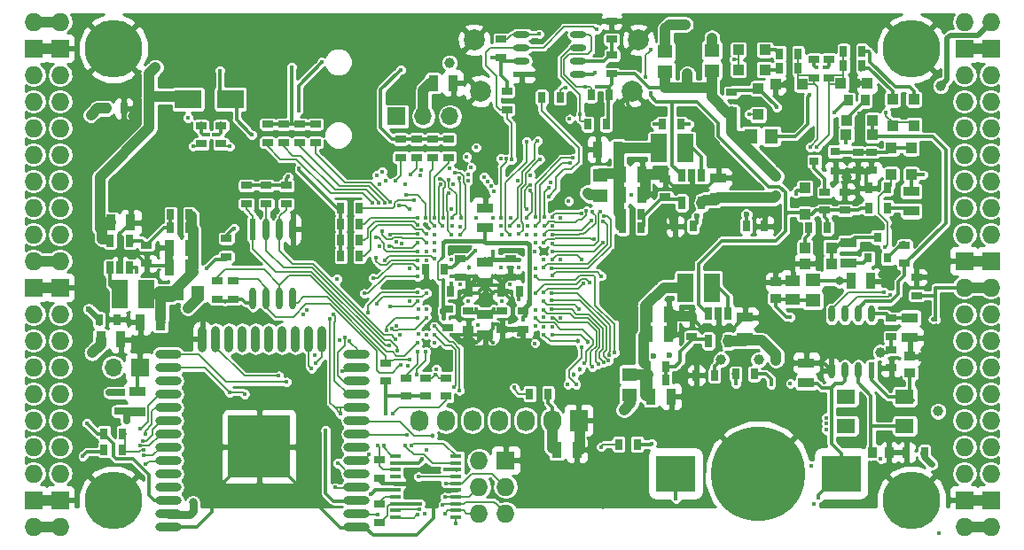
<source format=gbl>
G04 #@! TF.GenerationSoftware,KiCad,Pcbnew,5.0.0-rc2+dfsg1-3*
G04 #@! TF.CreationDate,2018-07-05T14:42:17+02:00*
G04 #@! TF.ProjectId,ulx3s,756C7833732E6B696361645F70636200,rev?*
G04 #@! TF.SameCoordinates,Original*
G04 #@! TF.FileFunction,Copper,L4,Bot,Signal*
G04 #@! TF.FilePolarity,Positive*
%FSLAX46Y46*%
G04 Gerber Fmt 4.6, Leading zero omitted, Abs format (unit mm)*
G04 Created by KiCad (PCBNEW 5.0.0-rc2+dfsg1-3) date Thu Jul  5 14:42:17 2018*
%MOMM*%
%LPD*%
G01*
G04 APERTURE LIST*
G04 #@! TA.AperFunction,SMDPad,CuDef*
%ADD10R,3.700000X3.500000*%
G04 #@! TD*
G04 #@! %TA.AperFunction,BGAPad,CuDef*
%ADD11C,9.000000*%
G04 #@! TD*
G04 #@! TA.AperFunction,SMDPad,CuDef*
%ADD12R,1.550000X0.600000*%
G04 #@! TD*
G04 #@! TA.AperFunction,SMDPad,CuDef*
%ADD13O,1.550000X0.600000*%
G04 #@! TD*
G04 #@! TA.AperFunction,SMDPad,CuDef*
%ADD14R,0.600000X2.100000*%
G04 #@! TD*
G04 #@! TA.AperFunction,SMDPad,CuDef*
%ADD15O,0.600000X2.100000*%
G04 #@! TD*
G04 #@! TA.AperFunction,SMDPad,CuDef*
%ADD16R,0.600000X1.550000*%
G04 #@! TD*
G04 #@! TA.AperFunction,SMDPad,CuDef*
%ADD17O,0.600000X1.550000*%
G04 #@! TD*
G04 #@! TA.AperFunction,SMDPad,CuDef*
%ADD18R,1.000000X0.400000*%
G04 #@! TD*
G04 #@! TA.AperFunction,SMDPad,CuDef*
%ADD19R,0.700000X1.200000*%
G04 #@! TD*
G04 #@! TA.AperFunction,SMDPad,CuDef*
%ADD20O,2.500000X0.900000*%
G04 #@! TD*
G04 #@! TA.AperFunction,SMDPad,CuDef*
%ADD21O,0.900000X2.500000*%
G04 #@! TD*
G04 #@! TA.AperFunction,SMDPad,CuDef*
%ADD22R,6.000000X6.000000*%
G04 #@! TD*
G04 #@! TA.AperFunction,ComponentPad*
%ADD23O,1.727200X1.727200*%
G04 #@! TD*
G04 #@! TA.AperFunction,ComponentPad*
%ADD24R,1.727200X1.727200*%
G04 #@! TD*
G04 #@! TA.AperFunction,ComponentPad*
%ADD25C,5.500000*%
G04 #@! TD*
G04 #@! TA.AperFunction,ComponentPad*
%ADD26R,1.727200X2.032000*%
G04 #@! TD*
G04 #@! TA.AperFunction,ComponentPad*
%ADD27O,1.727200X2.032000*%
G04 #@! TD*
G04 #@! TA.AperFunction,SMDPad,CuDef*
%ADD28R,1.800000X1.400000*%
G04 #@! TD*
G04 #@! TA.AperFunction,SMDPad,CuDef*
%ADD29R,0.970000X1.500000*%
G04 #@! TD*
G04 #@! TA.AperFunction,SMDPad,CuDef*
%ADD30R,0.670000X1.000000*%
G04 #@! TD*
G04 #@! TA.AperFunction,SMDPad,CuDef*
%ADD31R,1.500000X0.970000*%
G04 #@! TD*
G04 #@! TA.AperFunction,SMDPad,CuDef*
%ADD32R,1.000000X0.670000*%
G04 #@! TD*
G04 #@! TA.AperFunction,ComponentPad*
%ADD33C,2.000000*%
G04 #@! TD*
G04 #@! TA.AperFunction,SMDPad,CuDef*
%ADD34R,1.000000X1.000000*%
G04 #@! TD*
G04 #@! %TA.AperFunction,BGAPad,CuDef*
%ADD35C,0.300000*%
G04 #@! TD*
G04 #@! TA.AperFunction,ComponentPad*
%ADD36R,1.700000X1.700000*%
G04 #@! TD*
G04 #@! TA.AperFunction,ComponentPad*
%ADD37O,1.700000X1.700000*%
G04 #@! TD*
G04 #@! TA.AperFunction,SMDPad,CuDef*
%ADD38R,1.500000X2.700000*%
G04 #@! TD*
G04 #@! TA.AperFunction,SMDPad,CuDef*
%ADD39R,1.295000X1.400000*%
G04 #@! TD*
G04 #@! TA.AperFunction,SMDPad,CuDef*
%ADD40R,1.400000X1.295000*%
G04 #@! TD*
G04 #@! TA.AperFunction,SMDPad,CuDef*
%ADD41R,2.500000X1.800000*%
G04 #@! TD*
G04 #@! TA.AperFunction,SMDPad,CuDef*
%ADD42R,0.800000X0.900000*%
G04 #@! TD*
G04 #@! TA.AperFunction,SMDPad,CuDef*
%ADD43R,0.900000X0.800000*%
G04 #@! TD*
G04 #@! TA.AperFunction,SMDPad,CuDef*
%ADD44R,0.820000X1.000000*%
G04 #@! TD*
G04 #@! TA.AperFunction,SMDPad,CuDef*
%ADD45R,1.000000X0.820000*%
G04 #@! TD*
G04 #@! TA.AperFunction,SMDPad,CuDef*
%ADD46R,1.400000X1.120000*%
G04 #@! TD*
G04 #@! TA.AperFunction,ViaPad*
%ADD47C,0.400000*%
G04 #@! TD*
G04 #@! TA.AperFunction,ViaPad*
%ADD48C,2.000000*%
G04 #@! TD*
G04 #@! TA.AperFunction,ViaPad*
%ADD49C,0.454000*%
G04 #@! TD*
G04 #@! TA.AperFunction,ViaPad*
%ADD50C,0.600000*%
G04 #@! TD*
G04 #@! TA.AperFunction,ViaPad*
%ADD51C,1.000000*%
G04 #@! TD*
G04 #@! TA.AperFunction,ViaPad*
%ADD52C,0.800000*%
G04 #@! TD*
G04 #@! TA.AperFunction,ViaPad*
%ADD53C,0.700000*%
G04 #@! TD*
G04 #@! TA.AperFunction,Conductor*
%ADD54C,0.300000*%
G04 #@! TD*
G04 #@! TA.AperFunction,Conductor*
%ADD55C,0.500000*%
G04 #@! TD*
G04 #@! TA.AperFunction,Conductor*
%ADD56C,1.000000*%
G04 #@! TD*
G04 #@! TA.AperFunction,Conductor*
%ADD57C,0.700000*%
G04 #@! TD*
G04 #@! TA.AperFunction,Conductor*
%ADD58C,0.600000*%
G04 #@! TD*
G04 #@! TA.AperFunction,Conductor*
%ADD59C,0.400000*%
G04 #@! TD*
G04 #@! TA.AperFunction,Conductor*
%ADD60C,0.800000*%
G04 #@! TD*
G04 #@! TA.AperFunction,Conductor*
%ADD61C,0.190000*%
G04 #@! TD*
G04 #@! TA.AperFunction,Conductor*
%ADD62C,0.200000*%
G04 #@! TD*
G04 #@! TA.AperFunction,Conductor*
%ADD63C,1.500000*%
G04 #@! TD*
G04 #@! TA.AperFunction,Conductor*
%ADD64C,0.127000*%
G04 #@! TD*
G04 #@! TA.AperFunction,Conductor*
%ADD65C,0.180000*%
G04 #@! TD*
G04 #@! TA.AperFunction,Conductor*
%ADD66C,1.200000*%
G04 #@! TD*
G04 #@! TA.AperFunction,Conductor*
%ADD67C,0.254000*%
G04 #@! TD*
G04 APERTURE END LIST*
D10*
G04 #@! TO.P,BAT1,1*
G04 #@! TO.N,/power/VBAT*
X172485000Y-105870000D03*
X156685000Y-105870000D03*
D11*
G04 #@! TO.P,BAT1,2*
G04 #@! TO.N,GND*
X164585000Y-105870000D03*
G04 #@! TD*
D12*
G04 #@! TO.P,U11,1*
G04 #@! TO.N,GND*
X141980000Y-67706500D03*
D13*
G04 #@! TO.P,U11,2*
G04 #@! TO.N,+2V5*
X141980000Y-66436500D03*
G04 #@! TO.P,U11,3*
G04 #@! TO.N,FPDI_SCL*
X141980000Y-65166500D03*
G04 #@! TO.P,U11,4*
G04 #@! TO.N,FPDI_SDA*
X141980000Y-63896500D03*
G04 #@! TO.P,U11,5*
G04 #@! TO.N,GPDI_SDA*
X147380000Y-63896500D03*
G04 #@! TO.P,U11,6*
G04 #@! TO.N,GPDI_SCL*
X147380000Y-65166500D03*
G04 #@! TO.P,U11,7*
G04 #@! TO.N,/gpdi/VREF2*
X147380000Y-66436500D03*
G04 #@! TO.P,U11,8*
G04 #@! TO.N,+3V3*
X147380000Y-67706500D03*
G04 #@! TD*
D14*
G04 #@! TO.P,U10,1*
G04 #@! TO.N,/flash/FLASH_nCS*
X116340000Y-82520000D03*
D15*
G04 #@! TO.P,U10,2*
G04 #@! TO.N,/flash/FLASH_MISO*
X117610000Y-82520000D03*
G04 #@! TO.P,U10,3*
G04 #@! TO.N,/flash/FLASH_nWP*
X118880000Y-82520000D03*
G04 #@! TO.P,U10,4*
G04 #@! TO.N,GND*
X120150000Y-82520000D03*
G04 #@! TO.P,U10,5*
G04 #@! TO.N,/flash/FLASH_MOSI*
X120150000Y-89124000D03*
G04 #@! TO.P,U10,6*
G04 #@! TO.N,/flash/FLASH_SCK*
X118880000Y-89124000D03*
G04 #@! TO.P,U10,7*
G04 #@! TO.N,/flash/FLASH_nHOLD*
X117610000Y-89124000D03*
G04 #@! TO.P,U10,8*
G04 #@! TO.N,+3V3*
X116340000Y-89124000D03*
G04 #@! TD*
D16*
G04 #@! TO.P,U7,1*
G04 #@! TO.N,/power/OSCI_32k*
X175395000Y-96015000D03*
D17*
G04 #@! TO.P,U7,2*
G04 #@! TO.N,/power/OSCO_32k*
X174125000Y-96015000D03*
G04 #@! TO.P,U7,3*
G04 #@! TO.N,/power/VBAT*
X172855000Y-96015000D03*
G04 #@! TO.P,U7,4*
G04 #@! TO.N,GND*
X171585000Y-96015000D03*
G04 #@! TO.P,U7,5*
G04 #@! TO.N,FPDI_SDA*
X171585000Y-90615000D03*
G04 #@! TO.P,U7,6*
G04 #@! TO.N,FPDI_SCL*
X172855000Y-90615000D03*
G04 #@! TO.P,U7,7*
G04 #@! TO.N,/power/WAKEUPn*
X174125000Y-90615000D03*
G04 #@! TO.P,U7,8*
G04 #@! TO.N,/power/RTCVDD*
X175395000Y-90615000D03*
G04 #@! TD*
D18*
G04 #@! TO.P,U6,20*
G04 #@! TO.N,FTDI_TXD*
X129935000Y-104215000D03*
G04 #@! TO.P,U6,19*
G04 #@! TO.N,FTDI_nSLEEP*
X129935000Y-104865000D03*
G04 #@! TO.P,U6,18*
G04 #@! TO.N,FTDI_TXDEN*
X129935000Y-105515000D03*
G04 #@! TO.P,U6,17*
G04 #@! TO.N,FTDI_nRXLED*
X129935000Y-106165000D03*
G04 #@! TO.P,U6,16*
G04 #@! TO.N,GND*
X129935000Y-106815000D03*
G04 #@! TO.P,U6,15*
G04 #@! TO.N,USB5V*
X129935000Y-107465000D03*
G04 #@! TO.P,U6,14*
G04 #@! TO.N,nRESET*
X129935000Y-108115000D03*
G04 #@! TO.P,U6,13*
G04 #@! TO.N,FT2V5*
X129935000Y-108765000D03*
G04 #@! TO.P,U6,12*
G04 #@! TO.N,USB_FTDI_D-*
X129935000Y-109415000D03*
G04 #@! TO.P,U6,11*
G04 #@! TO.N,USB_FTDI_D+*
X129935000Y-110065000D03*
G04 #@! TO.P,U6,10*
G04 #@! TO.N,FTDI_nTXLED*
X135735000Y-110065000D03*
G04 #@! TO.P,U6,9*
G04 #@! TO.N,JTAG_TDO*
X135735000Y-109415000D03*
G04 #@! TO.P,U6,8*
G04 #@! TO.N,JTAG_TMS*
X135735000Y-108765000D03*
G04 #@! TO.P,U6,7*
G04 #@! TO.N,JTAG_TCK*
X135735000Y-108115000D03*
G04 #@! TO.P,U6,6*
G04 #@! TO.N,GND*
X135735000Y-107465000D03*
G04 #@! TO.P,U6,5*
G04 #@! TO.N,JTAG_TDI*
X135735000Y-106815000D03*
G04 #@! TO.P,U6,4*
G04 #@! TO.N,FTDI_RXD*
X135735000Y-106165000D03*
G04 #@! TO.P,U6,3*
G04 #@! TO.N,FT2V5*
X135735000Y-105515000D03*
G04 #@! TO.P,U6,2*
G04 #@! TO.N,FTDI_nRTS*
X135735000Y-104865000D03*
G04 #@! TO.P,U6,1*
G04 #@! TO.N,FTDI_nDTR*
X135735000Y-104215000D03*
G04 #@! TD*
D19*
G04 #@! TO.P,U5,1*
G04 #@! TO.N,/power/PWREN*
X157285000Y-77392000D03*
G04 #@! TO.P,U5,2*
G04 #@! TO.N,GND*
X158235000Y-77392000D03*
G04 #@! TO.P,U5,3*
G04 #@! TO.N,/power/L3*
X159185000Y-77392000D03*
G04 #@! TO.P,U5,4*
G04 #@! TO.N,+5V*
X159185000Y-79992000D03*
G04 #@! TO.P,U5,5*
G04 #@! TO.N,/power/FB3*
X157285000Y-79992000D03*
G04 #@! TD*
G04 #@! TO.P,U3,1*
G04 #@! TO.N,/power/PWREN*
X159825000Y-90600000D03*
G04 #@! TO.P,U3,2*
G04 #@! TO.N,GND*
X160775000Y-90600000D03*
G04 #@! TO.P,U3,3*
G04 #@! TO.N,/power/L1*
X161725000Y-90600000D03*
G04 #@! TO.P,U3,4*
G04 #@! TO.N,+5V*
X161725000Y-93200000D03*
G04 #@! TO.P,U3,5*
G04 #@! TO.N,/power/FB1*
X159825000Y-93200000D03*
G04 #@! TD*
G04 #@! TO.P,U4,1*
G04 #@! TO.N,/power/PWREN*
X104575000Y-86215000D03*
G04 #@! TO.P,U4,2*
G04 #@! TO.N,GND*
X103625000Y-86215000D03*
G04 #@! TO.P,U4,3*
G04 #@! TO.N,/power/L2*
X102675000Y-86215000D03*
G04 #@! TO.P,U4,4*
G04 #@! TO.N,+5V*
X102675000Y-83615000D03*
G04 #@! TO.P,U4,5*
G04 #@! TO.N,/power/FB2*
X104575000Y-83615000D03*
G04 #@! TD*
D20*
G04 #@! TO.P,U9,38*
G04 #@! TO.N,GND*
X126230000Y-111000000D03*
G04 #@! TO.P,U9,37*
G04 #@! TO.N,JTAG_TDI*
X126230000Y-109730000D03*
G04 #@! TO.P,U9,36*
G04 #@! TO.N,PROG_DONE*
X126230000Y-108460000D03*
G04 #@! TO.P,U9,35*
G04 #@! TO.N,WIFI_TXD*
X126230000Y-107190000D03*
G04 #@! TO.P,U9,34*
G04 #@! TO.N,WIFI_RXD*
X126230000Y-105920000D03*
G04 #@! TO.P,U9,33*
G04 #@! TO.N,JTAG_TMS*
X126230000Y-104650000D03*
G04 #@! TO.P,U9,32*
G04 #@! TO.N,Net-(U9-Pad32)*
X126230000Y-103380000D03*
G04 #@! TO.P,U9,31*
G04 #@! TO.N,JTAG_TDO*
X126230000Y-102110000D03*
G04 #@! TO.P,U9,30*
G04 #@! TO.N,JTAG_TCK*
X126230000Y-100840000D03*
G04 #@! TO.P,U9,29*
G04 #@! TO.N,WIFI_GPIO5*
X126230000Y-99570000D03*
G04 #@! TO.P,U9,28*
G04 #@! TO.N,WIFI_GPIO17*
X126230000Y-98300000D03*
G04 #@! TO.P,U9,27*
G04 #@! TO.N,WIFI_GPIO16*
X126230000Y-97030000D03*
G04 #@! TO.P,U9,26*
G04 #@! TO.N,SD_D1*
X126230000Y-95760000D03*
G04 #@! TO.P,U9,25*
G04 #@! TO.N,WIFI_GPIO0*
X126230000Y-94490000D03*
D21*
G04 #@! TO.P,U9,24*
G04 #@! TO.N,SD_D0*
X122945000Y-93000000D03*
G04 #@! TO.P,U9,23*
G04 #@! TO.N,SD_CMD*
X121675000Y-93000000D03*
G04 #@! TO.P,U9,22*
G04 #@! TO.N,Net-(U9-Pad22)*
X120405000Y-93000000D03*
G04 #@! TO.P,U9,21*
G04 #@! TO.N,Net-(U9-Pad21)*
X119135000Y-93000000D03*
G04 #@! TO.P,U9,20*
G04 #@! TO.N,Net-(U9-Pad20)*
X117865000Y-93000000D03*
G04 #@! TO.P,U9,19*
G04 #@! TO.N,Net-(U9-Pad19)*
X116595000Y-93000000D03*
G04 #@! TO.P,U9,18*
G04 #@! TO.N,Net-(U9-Pad18)*
X115325000Y-93000000D03*
G04 #@! TO.P,U9,17*
G04 #@! TO.N,Net-(U9-Pad17)*
X114055000Y-93000000D03*
G04 #@! TO.P,U9,16*
G04 #@! TO.N,SD_D3*
X112785000Y-93000000D03*
G04 #@! TO.P,U9,15*
G04 #@! TO.N,GND*
X111515000Y-93000000D03*
D20*
G04 #@! TO.P,U9,14*
G04 #@! TO.N,SD_D2*
X108230000Y-94490000D03*
G04 #@! TO.P,U9,13*
G04 #@! TO.N,SD_CLK*
X108230000Y-95760000D03*
G04 #@! TO.P,U9,12*
G04 #@! TO.N,Net-(U9-Pad12)*
X108230000Y-97030000D03*
G04 #@! TO.P,U9,11*
G04 #@! TO.N,GN11*
X108230000Y-98300000D03*
G04 #@! TO.P,U9,10*
G04 #@! TO.N,GP11*
X108230000Y-99570000D03*
G04 #@! TO.P,U9,9*
G04 #@! TO.N,GN12*
X108230000Y-100840000D03*
G04 #@! TO.P,U9,8*
G04 #@! TO.N,GP12*
X108230000Y-102110000D03*
G04 #@! TO.P,U9,7*
G04 #@! TO.N,GN13*
X108230000Y-103380000D03*
G04 #@! TO.P,U9,6*
G04 #@! TO.N,GP13*
X108230000Y-104650000D03*
G04 #@! TO.P,U9,5*
G04 #@! TO.N,Net-(U9-Pad5)*
X108230000Y-105920000D03*
G04 #@! TO.P,U9,4*
G04 #@! TO.N,Net-(U9-Pad4)*
X108230000Y-107190000D03*
G04 #@! TO.P,U9,3*
G04 #@! TO.N,/wifi/WIFIEN*
X108230000Y-108460000D03*
G04 #@! TO.P,U9,2*
G04 #@! TO.N,+3V3*
X108230000Y-109730000D03*
G04 #@! TO.P,U9,1*
G04 #@! TO.N,GND*
X108230000Y-111000000D03*
D22*
G04 #@! TO.P,U9,39*
X116930000Y-103300000D03*
G04 #@! TD*
D23*
G04 #@! TO.P,J1,1*
G04 #@! TO.N,2V5_3V3*
X97910000Y-62690000D03*
G04 #@! TO.P,J1,2*
X95370000Y-62690000D03*
D24*
G04 #@! TO.P,J1,3*
G04 #@! TO.N,GND*
X97910000Y-65230000D03*
G04 #@! TO.P,J1,4*
X95370000Y-65230000D03*
D23*
G04 #@! TO.P,J1,5*
G04 #@! TO.N,GN0*
X97910000Y-67770000D03*
G04 #@! TO.P,J1,6*
G04 #@! TO.N,GP0*
X95370000Y-67770000D03*
G04 #@! TO.P,J1,7*
G04 #@! TO.N,GN1*
X97910000Y-70310000D03*
G04 #@! TO.P,J1,8*
G04 #@! TO.N,GP1*
X95370000Y-70310000D03*
G04 #@! TO.P,J1,9*
G04 #@! TO.N,GN2*
X97910000Y-72850000D03*
G04 #@! TO.P,J1,10*
G04 #@! TO.N,GP2*
X95370000Y-72850000D03*
G04 #@! TO.P,J1,11*
G04 #@! TO.N,GN3*
X97910000Y-75390000D03*
G04 #@! TO.P,J1,12*
G04 #@! TO.N,GP3*
X95370000Y-75390000D03*
G04 #@! TO.P,J1,13*
G04 #@! TO.N,GN4*
X97910000Y-77930000D03*
G04 #@! TO.P,J1,14*
G04 #@! TO.N,GP4*
X95370000Y-77930000D03*
G04 #@! TO.P,J1,15*
G04 #@! TO.N,GN5*
X97910000Y-80470000D03*
G04 #@! TO.P,J1,16*
G04 #@! TO.N,GP5*
X95370000Y-80470000D03*
G04 #@! TO.P,J1,17*
G04 #@! TO.N,GN6*
X97910000Y-83010000D03*
G04 #@! TO.P,J1,18*
G04 #@! TO.N,GP6*
X95370000Y-83010000D03*
G04 #@! TO.P,J1,19*
G04 #@! TO.N,2V5_3V3*
X97910000Y-85550000D03*
G04 #@! TO.P,J1,20*
X95370000Y-85550000D03*
D24*
G04 #@! TO.P,J1,21*
G04 #@! TO.N,GND*
X97910000Y-88090000D03*
G04 #@! TO.P,J1,22*
X95370000Y-88090000D03*
D23*
G04 #@! TO.P,J1,23*
G04 #@! TO.N,GN7*
X97910000Y-90630000D03*
G04 #@! TO.P,J1,24*
G04 #@! TO.N,GP7*
X95370000Y-90630000D03*
G04 #@! TO.P,J1,25*
G04 #@! TO.N,GN8*
X97910000Y-93170000D03*
G04 #@! TO.P,J1,26*
G04 #@! TO.N,GP8*
X95370000Y-93170000D03*
G04 #@! TO.P,J1,27*
G04 #@! TO.N,GN9*
X97910000Y-95710000D03*
G04 #@! TO.P,J1,28*
G04 #@! TO.N,GP9*
X95370000Y-95710000D03*
G04 #@! TO.P,J1,29*
G04 #@! TO.N,GN10*
X97910000Y-98250000D03*
G04 #@! TO.P,J1,30*
G04 #@! TO.N,GP10*
X95370000Y-98250000D03*
G04 #@! TO.P,J1,31*
G04 #@! TO.N,GN11*
X97910000Y-100790000D03*
G04 #@! TO.P,J1,32*
G04 #@! TO.N,GP11*
X95370000Y-100790000D03*
G04 #@! TO.P,J1,33*
G04 #@! TO.N,GN12*
X97910000Y-103330000D03*
G04 #@! TO.P,J1,34*
G04 #@! TO.N,GP12*
X95370000Y-103330000D03*
G04 #@! TO.P,J1,35*
G04 #@! TO.N,GN13*
X97910000Y-105870000D03*
G04 #@! TO.P,J1,36*
G04 #@! TO.N,GP13*
X95370000Y-105870000D03*
D24*
G04 #@! TO.P,J1,37*
G04 #@! TO.N,GND*
X97910000Y-108410000D03*
G04 #@! TO.P,J1,38*
X95370000Y-108410000D03*
D23*
G04 #@! TO.P,J1,39*
G04 #@! TO.N,2V5_3V3*
X97910000Y-110950000D03*
G04 #@! TO.P,J1,40*
X95370000Y-110950000D03*
G04 #@! TD*
G04 #@! TO.P,J2,1*
G04 #@! TO.N,+3V3*
X184270000Y-110950000D03*
G04 #@! TO.P,J2,2*
X186810000Y-110950000D03*
D24*
G04 #@! TO.P,J2,3*
G04 #@! TO.N,GND*
X184270000Y-108410000D03*
G04 #@! TO.P,J2,4*
X186810000Y-108410000D03*
D23*
G04 #@! TO.P,J2,5*
G04 #@! TO.N,GN14*
X184270000Y-105870000D03*
G04 #@! TO.P,J2,6*
G04 #@! TO.N,GP14*
X186810000Y-105870000D03*
G04 #@! TO.P,J2,7*
G04 #@! TO.N,GN15*
X184270000Y-103330000D03*
G04 #@! TO.P,J2,8*
G04 #@! TO.N,GP15*
X186810000Y-103330000D03*
G04 #@! TO.P,J2,9*
G04 #@! TO.N,GN16*
X184270000Y-100790000D03*
G04 #@! TO.P,J2,10*
G04 #@! TO.N,GP16*
X186810000Y-100790000D03*
G04 #@! TO.P,J2,11*
G04 #@! TO.N,GN17*
X184270000Y-98250000D03*
G04 #@! TO.P,J2,12*
G04 #@! TO.N,GP17*
X186810000Y-98250000D03*
G04 #@! TO.P,J2,13*
G04 #@! TO.N,GN18*
X184270000Y-95710000D03*
G04 #@! TO.P,J2,14*
G04 #@! TO.N,GP18*
X186810000Y-95710000D03*
G04 #@! TO.P,J2,15*
G04 #@! TO.N,GN19*
X184270000Y-93170000D03*
G04 #@! TO.P,J2,16*
G04 #@! TO.N,GP19*
X186810000Y-93170000D03*
G04 #@! TO.P,J2,17*
G04 #@! TO.N,GN20*
X184270000Y-90630000D03*
G04 #@! TO.P,J2,18*
G04 #@! TO.N,GP20*
X186810000Y-90630000D03*
G04 #@! TO.P,J2,19*
G04 #@! TO.N,+3V3*
X184270000Y-88090000D03*
G04 #@! TO.P,J2,20*
X186810000Y-88090000D03*
D24*
G04 #@! TO.P,J2,21*
G04 #@! TO.N,GND*
X184270000Y-85550000D03*
G04 #@! TO.P,J2,22*
X186810000Y-85550000D03*
D23*
G04 #@! TO.P,J2,23*
G04 #@! TO.N,GN21*
X184270000Y-83010000D03*
G04 #@! TO.P,J2,24*
G04 #@! TO.N,GP21*
X186810000Y-83010000D03*
G04 #@! TO.P,J2,25*
G04 #@! TO.N,GN22*
X184270000Y-80470000D03*
G04 #@! TO.P,J2,26*
G04 #@! TO.N,GP22*
X186810000Y-80470000D03*
G04 #@! TO.P,J2,27*
G04 #@! TO.N,GN23*
X184270000Y-77930000D03*
G04 #@! TO.P,J2,28*
G04 #@! TO.N,GP23*
X186810000Y-77930000D03*
G04 #@! TO.P,J2,29*
G04 #@! TO.N,GN24*
X184270000Y-75390000D03*
G04 #@! TO.P,J2,30*
G04 #@! TO.N,GP24*
X186810000Y-75390000D03*
G04 #@! TO.P,J2,31*
G04 #@! TO.N,GN25*
X184270000Y-72850000D03*
G04 #@! TO.P,J2,32*
G04 #@! TO.N,GP25*
X186810000Y-72850000D03*
G04 #@! TO.P,J2,33*
G04 #@! TO.N,GN26*
X184270000Y-70310000D03*
G04 #@! TO.P,J2,34*
G04 #@! TO.N,GP26*
X186810000Y-70310000D03*
G04 #@! TO.P,J2,35*
G04 #@! TO.N,GN27*
X184270000Y-67770000D03*
G04 #@! TO.P,J2,36*
G04 #@! TO.N,GP27*
X186810000Y-67770000D03*
D24*
G04 #@! TO.P,J2,37*
G04 #@! TO.N,GND*
X184270000Y-65230000D03*
G04 #@! TO.P,J2,38*
X186810000Y-65230000D03*
D23*
G04 #@! TO.P,J2,39*
G04 #@! TO.N,/gpio/IN5V*
X184270000Y-62690000D03*
G04 #@! TO.P,J2,40*
G04 #@! TO.N,/gpio/OUT5V*
X186810000Y-62690000D03*
G04 #@! TD*
D25*
G04 #@! TO.P,H1,1*
G04 #@! TO.N,GND*
X102990000Y-108410000D03*
G04 #@! TD*
G04 #@! TO.P,H2,1*
G04 #@! TO.N,GND*
X179190000Y-108410000D03*
G04 #@! TD*
G04 #@! TO.P,H3,1*
G04 #@! TO.N,GND*
X179190000Y-65230000D03*
G04 #@! TD*
G04 #@! TO.P,H4,1*
G04 #@! TO.N,GND*
X102990000Y-65230000D03*
G04 #@! TD*
D24*
G04 #@! TO.P,J4,1*
G04 #@! TO.N,GND*
X140455000Y-104600000D03*
D23*
G04 #@! TO.P,J4,2*
G04 #@! TO.N,+3V3*
X137915000Y-104600000D03*
G04 #@! TO.P,J4,3*
G04 #@! TO.N,JTAG_TDI*
X140455000Y-107140000D03*
G04 #@! TO.P,J4,4*
G04 #@! TO.N,JTAG_TCK*
X137915000Y-107140000D03*
G04 #@! TO.P,J4,5*
G04 #@! TO.N,JTAG_TMS*
X140455000Y-109680000D03*
G04 #@! TO.P,J4,6*
G04 #@! TO.N,JTAG_TDO*
X137915000Y-109680000D03*
G04 #@! TD*
D26*
G04 #@! TO.P,OLED1,1*
G04 #@! TO.N,GND*
X147440000Y-100790000D03*
D27*
G04 #@! TO.P,OLED1,2*
G04 #@! TO.N,+3V3*
X144900000Y-100790000D03*
G04 #@! TO.P,OLED1,3*
G04 #@! TO.N,OLED_CLK*
X142360000Y-100790000D03*
G04 #@! TO.P,OLED1,4*
G04 #@! TO.N,OLED_MOSI*
X139820000Y-100790000D03*
G04 #@! TO.P,OLED1,5*
G04 #@! TO.N,OLED_RES*
X137280000Y-100790000D03*
G04 #@! TO.P,OLED1,6*
G04 #@! TO.N,OLED_DC*
X134740000Y-100790000D03*
G04 #@! TO.P,OLED1,7*
G04 #@! TO.N,OLED_CS*
X132200000Y-100790000D03*
G04 #@! TD*
D28*
G04 #@! TO.P,Y2,4*
G04 #@! TO.N,/power/OSCI_32k*
X178576000Y-98522000D03*
G04 #@! TO.P,Y2,3*
G04 #@! TO.N,Net-(Y2-Pad3)*
X172976000Y-98522000D03*
G04 #@! TO.P,Y2,2*
G04 #@! TO.N,Net-(Y2-Pad2)*
X172976000Y-101322000D03*
G04 #@! TO.P,Y2,1*
G04 #@! TO.N,/power/OSCO_32k*
X178576000Y-101322000D03*
G04 #@! TD*
D29*
G04 #@! TO.P,C47,1*
G04 #@! TO.N,2V5_3V3*
X133546000Y-68550000D03*
G04 #@! TO.P,C47,2*
G04 #@! TO.N,GND*
X135456000Y-68550000D03*
G04 #@! TD*
G04 #@! TO.P,C1,1*
G04 #@! TO.N,+5V*
X102748500Y-81885000D03*
G04 #@! TO.P,C1,2*
G04 #@! TO.N,GND*
X104658500Y-81885000D03*
G04 #@! TD*
D30*
G04 #@! TO.P,C2,1*
G04 #@! TO.N,/power/P1V1*
X153985000Y-96910000D03*
G04 #@! TO.P,C2,2*
G04 #@! TO.N,/power/FB1*
X155735000Y-96910000D03*
G04 #@! TD*
D29*
G04 #@! TO.P,C3,2*
G04 #@! TO.N,GND*
X156015000Y-90630000D03*
G04 #@! TO.P,C3,1*
G04 #@! TO.N,/power/P1V1*
X154105000Y-90630000D03*
G04 #@! TD*
G04 #@! TO.P,C4,1*
G04 #@! TO.N,/power/P1V1*
X154105000Y-92535000D03*
G04 #@! TO.P,C4,2*
G04 #@! TO.N,GND*
X156015000Y-92535000D03*
G04 #@! TD*
D31*
G04 #@! TO.P,C5,2*
G04 #@! TO.N,GND*
X163315000Y-90945000D03*
G04 #@! TO.P,C5,1*
G04 #@! TO.N,+5V*
X163315000Y-92855000D03*
G04 #@! TD*
D30*
G04 #@! TO.P,C6,1*
G04 #@! TO.N,/power/P3V3*
X151645000Y-82375000D03*
G04 #@! TO.P,C6,2*
G04 #@! TO.N,/power/FB3*
X153395000Y-82375000D03*
G04 #@! TD*
D29*
G04 #@! TO.P,C7,2*
G04 #@! TO.N,GND*
X153475000Y-79200000D03*
G04 #@! TO.P,C7,1*
G04 #@! TO.N,/power/P3V3*
X151565000Y-79200000D03*
G04 #@! TD*
G04 #@! TO.P,C8,2*
G04 #@! TO.N,GND*
X153475000Y-77295000D03*
G04 #@! TO.P,C8,1*
G04 #@! TO.N,/power/P3V3*
X151565000Y-77295000D03*
G04 #@! TD*
D31*
G04 #@! TO.P,C9,1*
G04 #@! TO.N,+5V*
X160775000Y-79520000D03*
G04 #@! TO.P,C9,2*
G04 #@! TO.N,GND*
X160775000Y-77610000D03*
G04 #@! TD*
D30*
G04 #@! TO.P,C10,2*
G04 #@! TO.N,/power/FB2*
X108465000Y-81105000D03*
G04 #@! TO.P,C10,1*
G04 #@! TO.N,/power/P2V5*
X110215000Y-81105000D03*
G04 #@! TD*
D29*
G04 #@! TO.P,C11,2*
G04 #@! TO.N,GND*
X108385000Y-84280000D03*
G04 #@! TO.P,C11,1*
G04 #@! TO.N,/power/P2V5*
X110295000Y-84280000D03*
G04 #@! TD*
G04 #@! TO.P,C12,1*
G04 #@! TO.N,/power/P2V5*
X110295000Y-86185000D03*
G04 #@! TO.P,C12,2*
G04 #@! TO.N,GND*
X108385000Y-86185000D03*
G04 #@! TD*
D31*
G04 #@! TO.P,C13,2*
G04 #@! TO.N,/power/WKUP*
X173221000Y-83833000D03*
G04 #@! TO.P,C13,1*
G04 #@! TO.N,+5V*
X173221000Y-85743000D03*
G04 #@! TD*
D32*
G04 #@! TO.P,C14,2*
G04 #@! TO.N,GND*
X175380000Y-76900000D03*
G04 #@! TO.P,C14,1*
G04 #@! TO.N,/power/SHUT*
X175380000Y-75150000D03*
G04 #@! TD*
D31*
G04 #@! TO.P,C15,1*
G04 #@! TO.N,/sdcard/SD3V3*
X105276000Y-99967000D03*
G04 #@! TO.P,C15,2*
G04 #@! TO.N,GND*
X105276000Y-98057000D03*
G04 #@! TD*
D29*
G04 #@! TO.P,C16,1*
G04 #@! TO.N,+3V3*
X173424000Y-87473000D03*
G04 #@! TO.P,C16,2*
G04 #@! TO.N,GND*
X175334000Y-87473000D03*
G04 #@! TD*
D31*
G04 #@! TO.P,C17,1*
G04 #@! TO.N,+1V1*
X138500000Y-90665000D03*
G04 #@! TO.P,C17,2*
G04 #@! TO.N,GND*
X138500000Y-92575000D03*
G04 #@! TD*
D32*
G04 #@! TO.P,C18,1*
G04 #@! TO.N,/gpdi/VREF2*
X150589600Y-64359000D03*
G04 #@! TO.P,C18,2*
G04 #@! TO.N,GND*
X150589600Y-62609000D03*
G04 #@! TD*
D31*
G04 #@! TO.P,C19,1*
G04 #@! TO.N,+2V5*
X138500000Y-82375000D03*
G04 #@! TO.P,C19,2*
G04 #@! TO.N,GND*
X138500000Y-80465000D03*
G04 #@! TD*
G04 #@! TO.P,C20,2*
G04 #@! TO.N,GND*
X138500000Y-87575000D03*
G04 #@! TO.P,C20,1*
G04 #@! TO.N,+3V3*
X138500000Y-85665000D03*
G04 #@! TD*
D29*
G04 #@! TO.P,C21,2*
G04 #@! TO.N,GND*
X103706000Y-93061000D03*
G04 #@! TO.P,C21,1*
G04 #@! TO.N,+3V3*
X101796000Y-93061000D03*
G04 #@! TD*
G04 #@! TO.P,C22,1*
G04 #@! TO.N,/power/P1V1*
X154359000Y-98504000D03*
G04 #@! TO.P,C22,2*
G04 #@! TO.N,GND*
X156269000Y-98504000D03*
G04 #@! TD*
G04 #@! TO.P,C23,2*
G04 #@! TO.N,GND*
X105591000Y-91392000D03*
G04 #@! TO.P,C23,1*
G04 #@! TO.N,/power/P2V5*
X107501000Y-91392000D03*
G04 #@! TD*
G04 #@! TO.P,C24,1*
G04 #@! TO.N,/power/P3V3*
X151189000Y-74882000D03*
G04 #@! TO.P,C24,2*
G04 #@! TO.N,GND*
X149279000Y-74882000D03*
G04 #@! TD*
D32*
G04 #@! TO.P,C25,2*
G04 #@! TO.N,GND*
X140900000Y-87095000D03*
G04 #@! TO.P,C25,1*
G04 #@! TO.N,+3V3*
X140900000Y-85345000D03*
G04 #@! TD*
G04 #@! TO.P,C26,2*
G04 #@! TO.N,GND*
X136100000Y-87095000D03*
G04 #@! TO.P,C26,1*
G04 #@! TO.N,2V5_3V3*
X136100000Y-85345000D03*
G04 #@! TD*
G04 #@! TO.P,C27,2*
G04 #@! TO.N,GND*
X136900000Y-92095000D03*
G04 #@! TO.P,C27,1*
G04 #@! TO.N,+1V1*
X136900000Y-90345000D03*
G04 #@! TD*
G04 #@! TO.P,C28,1*
G04 #@! TO.N,+1V1*
X140100000Y-90345000D03*
G04 #@! TO.P,C28,2*
G04 #@! TO.N,GND*
X140100000Y-92095000D03*
G04 #@! TD*
G04 #@! TO.P,C29,2*
G04 #@! TO.N,GND*
X142100000Y-92095000D03*
G04 #@! TO.P,C29,1*
G04 #@! TO.N,+2V5*
X142100000Y-90345000D03*
G04 #@! TD*
G04 #@! TO.P,C30,1*
G04 #@! TO.N,+2V5*
X134900000Y-90145000D03*
G04 #@! TO.P,C30,2*
G04 #@! TO.N,GND*
X134900000Y-91895000D03*
G04 #@! TD*
D30*
G04 #@! TO.P,C31,1*
G04 #@! TO.N,+3V3*
X135225000Y-88420000D03*
G04 #@! TO.P,C31,2*
G04 #@! TO.N,GND*
X136975000Y-88420000D03*
G04 #@! TD*
G04 #@! TO.P,C32,2*
G04 #@! TO.N,GND*
X140025000Y-88420000D03*
G04 #@! TO.P,C32,1*
G04 #@! TO.N,+3V3*
X141775000Y-88420000D03*
G04 #@! TD*
G04 #@! TO.P,C33,1*
G04 #@! TO.N,+3V3*
X163425000Y-82220000D03*
G04 #@! TO.P,C33,2*
G04 #@! TO.N,GND*
X165175000Y-82220000D03*
G04 #@! TD*
G04 #@! TO.P,C34,1*
G04 #@! TO.N,+3V3*
X158375000Y-82220000D03*
G04 #@! TO.P,C34,2*
G04 #@! TO.N,GND*
X156625000Y-82220000D03*
G04 #@! TD*
D32*
G04 #@! TO.P,C35,1*
G04 #@! TO.N,+3V3*
X177300000Y-94025000D03*
G04 #@! TO.P,C35,2*
G04 #@! TO.N,GND*
X177300000Y-95775000D03*
G04 #@! TD*
D29*
G04 #@! TO.P,C46,1*
G04 #@! TO.N,+3V3*
X145342000Y-103584000D03*
G04 #@! TO.P,C46,2*
G04 #@! TO.N,GND*
X147252000Y-103584000D03*
G04 #@! TD*
D30*
G04 #@! TO.P,C48,2*
G04 #@! TO.N,GND*
X103995000Y-70963000D03*
G04 #@! TO.P,C48,1*
G04 #@! TO.N,2V5_3V3*
X102245000Y-70963000D03*
G04 #@! TD*
G04 #@! TO.P,C49,2*
G04 #@! TO.N,GND*
X103372000Y-91156000D03*
G04 #@! TO.P,C49,1*
G04 #@! TO.N,2V5_3V3*
X101622000Y-91156000D03*
G04 #@! TD*
D32*
G04 #@! TO.P,C50,1*
G04 #@! TO.N,+3V3*
X179713000Y-88856000D03*
G04 #@! TO.P,C50,2*
G04 #@! TO.N,GND*
X179713000Y-87106000D03*
G04 #@! TD*
D30*
G04 #@! TO.P,C51,1*
G04 #@! TO.N,+3V3*
X180473000Y-103856000D03*
G04 #@! TO.P,C51,2*
G04 #@! TO.N,GND*
X178723000Y-103856000D03*
G04 #@! TD*
G04 #@! TO.P,C52,2*
G04 #@! TO.N,GND*
X158645000Y-96490000D03*
G04 #@! TO.P,C52,1*
G04 #@! TO.N,+3V3*
X160395000Y-96490000D03*
G04 #@! TD*
G04 #@! TO.P,C53,2*
G04 #@! TO.N,GND*
X132827200Y-86330000D03*
G04 #@! TO.P,C53,1*
G04 #@! TO.N,2V5_3V3*
X134577200Y-86330000D03*
G04 #@! TD*
D31*
G04 #@! TO.P,C54,2*
G04 #@! TO.N,GND*
X169172000Y-95281000D03*
G04 #@! TO.P,C54,1*
G04 #@! TO.N,/power/VBAT*
X169172000Y-97191000D03*
G04 #@! TD*
G04 #@! TO.P,D11,1*
G04 #@! TO.N,/power/HOLD*
X179190000Y-80790000D03*
G04 #@! TO.P,D11,2*
G04 #@! TO.N,+3V3*
X179190000Y-78880000D03*
G04 #@! TD*
D33*
G04 #@! TO.P,GPDI1,0*
G04 #@! TO.N,GND*
X152546000Y-69312000D03*
X138046000Y-69312000D03*
X153146000Y-64412000D03*
X137446000Y-64412000D03*
G04 #@! TD*
D34*
G04 #@! TO.P,D10,1*
G04 #@! TO.N,/power/WAKE*
X169050000Y-84280000D03*
G04 #@! TO.P,D10,2*
G04 #@! TO.N,/power/WKUP*
X171550000Y-84280000D03*
G04 #@! TD*
G04 #@! TO.P,D12,2*
G04 #@! TO.N,/power/FTDI_nSUSPEND*
X169030000Y-78585000D03*
G04 #@! TO.P,D12,1*
G04 #@! TO.N,/power/PWREN*
X169030000Y-81085000D03*
G04 #@! TD*
G04 #@! TO.P,D13,1*
G04 #@! TO.N,/power/WKUP*
X171550000Y-85804000D03*
G04 #@! TO.P,D13,2*
G04 #@! TO.N,GND*
X169050000Y-85804000D03*
G04 #@! TD*
G04 #@! TO.P,D14,2*
G04 #@! TO.N,/power/SHUT*
X179190000Y-74775000D03*
G04 #@! TO.P,D14,1*
G04 #@! TO.N,+3V3*
X179190000Y-77275000D03*
G04 #@! TD*
G04 #@! TO.P,D15,2*
G04 #@! TO.N,SHUTDOWN*
X177285000Y-77275000D03*
G04 #@! TO.P,D15,1*
G04 #@! TO.N,/power/SHUT*
X177285000Y-74775000D03*
G04 #@! TD*
G04 #@! TO.P,D16,1*
G04 #@! TO.N,/power/PWRBTn*
X172987000Y-73503000D03*
G04 #@! TO.P,D16,2*
G04 #@! TO.N,/power/WAKEUPn*
X175487000Y-73503000D03*
G04 #@! TD*
G04 #@! TO.P,D17,1*
G04 #@! TO.N,/power/PWRBTn*
X164585000Y-69060000D03*
G04 #@! TO.P,D17,2*
G04 #@! TO.N,BTN_PWRn*
X164585000Y-71560000D03*
G04 #@! TD*
G04 #@! TO.P,D20,1*
G04 #@! TO.N,USB_FPGA_D+*
X168756000Y-68659000D03*
G04 #@! TO.P,D20,2*
G04 #@! TO.N,GND*
X166256000Y-68659000D03*
G04 #@! TD*
G04 #@! TO.P,D21,2*
G04 #@! TO.N,GND*
X174979000Y-68550000D03*
G04 #@! TO.P,D21,1*
G04 #@! TO.N,USB_FPGA_D-*
X172479000Y-68550000D03*
G04 #@! TD*
G04 #@! TO.P,D23,2*
G04 #@! TO.N,Net-(D23-Pad2)*
X165200000Y-67262000D03*
G04 #@! TO.P,D23,1*
G04 #@! TO.N,USB_FPGA_PULL_D+*
X162700000Y-67262000D03*
G04 #@! TD*
G04 #@! TO.P,D24,2*
G04 #@! TO.N,USB_FPGA_PULL_D+*
X162700000Y-65357000D03*
G04 #@! TO.P,D24,1*
G04 #@! TO.N,Net-(D24-Pad1)*
X165200000Y-65357000D03*
G04 #@! TD*
G04 #@! TO.P,D25,1*
G04 #@! TO.N,USB_FPGA_PULL_D-*
X177412000Y-72594000D03*
G04 #@! TO.P,D25,2*
G04 #@! TO.N,Net-(D25-Pad2)*
X177412000Y-70094000D03*
G04 #@! TD*
G04 #@! TO.P,D26,1*
G04 #@! TO.N,Net-(D26-Pad1)*
X179444000Y-70094000D03*
G04 #@! TO.P,D26,2*
G04 #@! TO.N,USB_FPGA_PULL_D-*
X179444000Y-72594000D03*
G04 #@! TD*
D35*
G04 #@! TO.P,AE1,1*
G04 #@! TO.N,/usb/ANT_433MHz*
X181872000Y-111603000D03*
G04 #@! TD*
D32*
G04 #@! TO.P,R49,1*
G04 #@! TO.N,USB_FTDI_D-*
X113277000Y-74360000D03*
G04 #@! TO.P,R49,2*
G04 #@! TO.N,/usb/FTD-*
X113277000Y-72610000D03*
G04 #@! TD*
G04 #@! TO.P,R50,2*
G04 #@! TO.N,/usb/FTD+*
X111372000Y-72610000D03*
G04 #@! TO.P,R50,1*
G04 #@! TO.N,USB_FTDI_D+*
X111372000Y-74360000D03*
G04 #@! TD*
D30*
G04 #@! TO.P,R51,2*
G04 #@! TO.N,/blinkey/SWPU*
X155455000Y-72487000D03*
G04 #@! TO.P,R51,1*
G04 #@! TO.N,2V5_3V3*
X157205000Y-72487000D03*
G04 #@! TD*
D32*
G04 #@! TO.P,R52,2*
G04 #@! TO.N,/usb/FPD-*
X171331000Y-66278000D03*
G04 #@! TO.P,R52,1*
G04 #@! TO.N,USB_FPGA_D-*
X171331000Y-68028000D03*
G04 #@! TD*
G04 #@! TO.P,R53,1*
G04 #@! TO.N,USB_FPGA_D+*
X169919000Y-68028000D03*
G04 #@! TO.P,R53,2*
G04 #@! TO.N,/usb/FPD+*
X169919000Y-66278000D03*
G04 #@! TD*
D30*
G04 #@! TO.P,R54,2*
G04 #@! TO.N,Net-(D26-Pad1)*
X174477000Y-65502000D03*
G04 #@! TO.P,R54,1*
G04 #@! TO.N,USB_FPGA_D-*
X172727000Y-65502000D03*
G04 #@! TD*
D32*
G04 #@! TO.P,R56,1*
G04 #@! TO.N,GND*
X128390000Y-106321000D03*
G04 #@! TO.P,R56,2*
G04 #@! TO.N,FTDI_TXDEN*
X128390000Y-104571000D03*
G04 #@! TD*
G04 #@! TO.P,R57,2*
G04 #@! TO.N,/analog/AUDIO_V*
X117722000Y-72483000D03*
G04 #@! TO.P,R57,1*
G04 #@! TO.N,AUDIO_V0*
X117722000Y-74233000D03*
G04 #@! TD*
G04 #@! TO.P,R58,1*
G04 #@! TO.N,AUDIO_V1*
X119246000Y-74233000D03*
G04 #@! TO.P,R58,2*
G04 #@! TO.N,/analog/AUDIO_V*
X119246000Y-72483000D03*
G04 #@! TD*
G04 #@! TO.P,R59,2*
G04 #@! TO.N,/analog/AUDIO_V*
X120770000Y-72483000D03*
G04 #@! TO.P,R59,1*
G04 #@! TO.N,AUDIO_V2*
X120770000Y-74233000D03*
G04 #@! TD*
G04 #@! TO.P,R60,1*
G04 #@! TO.N,AUDIO_V3*
X122294000Y-74233000D03*
G04 #@! TO.P,R60,2*
G04 #@! TO.N,/analog/AUDIO_V*
X122294000Y-72483000D03*
G04 #@! TD*
D30*
G04 #@! TO.P,R61,1*
G04 #@! TO.N,GPDI_CEC*
X145655000Y-69900000D03*
G04 #@! TO.P,R61,2*
G04 #@! TO.N,/gpdi/FPDI_CEC*
X143905000Y-69900000D03*
G04 #@! TD*
D36*
G04 #@! TO.P,J3,1*
G04 #@! TO.N,GND*
X105530000Y-95710000D03*
D37*
G04 #@! TO.P,J3,2*
G04 #@! TO.N,/wifi/WIFIEN*
X102990000Y-95710000D03*
G04 #@! TD*
D36*
G04 #@! TO.P,J5,1*
G04 #@! TO.N,+2V5*
X130056000Y-71725000D03*
D37*
G04 #@! TO.P,J5,2*
G04 #@! TO.N,2V5_3V3*
X132596000Y-71725000D03*
G04 #@! TO.P,J5,3*
G04 #@! TO.N,+3V3*
X135136000Y-71725000D03*
G04 #@! TD*
D30*
G04 #@! TO.P,R40,1*
G04 #@! TO.N,Net-(D24-Pad1)*
X166631000Y-65738000D03*
G04 #@! TO.P,R40,2*
G04 #@! TO.N,USB_FPGA_D+*
X168381000Y-65738000D03*
G04 #@! TD*
D32*
G04 #@! TO.P,R55,1*
G04 #@! TO.N,/flash/FPGA_DONE*
X134740000Y-96740000D03*
G04 #@! TO.P,R55,2*
G04 #@! TO.N,PROG_DONE*
X134740000Y-98490000D03*
G04 #@! TD*
D31*
G04 #@! TO.P,C55,1*
G04 #@! TO.N,/power/RTCVDD*
X179078000Y-90963000D03*
G04 #@! TO.P,C55,2*
G04 #@! TO.N,GND*
X179078000Y-92873000D03*
G04 #@! TD*
D32*
G04 #@! TO.P,R65,1*
G04 #@! TO.N,+3V3*
X177300000Y-92793000D03*
G04 #@! TO.P,R65,2*
G04 #@! TO.N,/power/RTCVDD*
X177300000Y-91043000D03*
G04 #@! TD*
D38*
G04 #@! TO.P,L1,1*
G04 #@! TO.N,/power/L1*
X160140000Y-88090000D03*
G04 #@! TO.P,L1,2*
G04 #@! TO.N,/power/P1V1*
X157600000Y-88090000D03*
G04 #@! TD*
G04 #@! TO.P,L2,1*
G04 #@! TO.N,/power/L2*
X103625000Y-88725000D03*
G04 #@! TO.P,L2,2*
G04 #@! TO.N,/power/P2V5*
X106165000Y-88725000D03*
G04 #@! TD*
G04 #@! TO.P,L3,2*
G04 #@! TO.N,/power/P3V3*
X155060000Y-74755000D03*
G04 #@! TO.P,L3,1*
G04 #@! TO.N,/power/L3*
X157600000Y-74755000D03*
G04 #@! TD*
D30*
G04 #@! TO.P,R1,2*
G04 #@! TO.N,/power/PWREN*
X171175000Y-82375000D03*
G04 #@! TO.P,R1,1*
G04 #@! TO.N,/power/WAKE*
X169425000Y-82375000D03*
G04 #@! TD*
D32*
G04 #@! TO.P,R2,2*
G04 #@! TO.N,GND*
X172840000Y-78960000D03*
G04 #@! TO.P,R2,1*
G04 #@! TO.N,/power/PWREN*
X172840000Y-80710000D03*
G04 #@! TD*
G04 #@! TO.P,R3,1*
G04 #@! TO.N,+5V*
X162045000Y-71185000D03*
G04 #@! TO.P,R3,2*
G04 #@! TO.N,/power/PWRBTn*
X162045000Y-69435000D03*
G04 #@! TD*
D30*
G04 #@! TO.P,R4,1*
G04 #@! TO.N,/power/HOLD*
X176890000Y-80470000D03*
G04 #@! TO.P,R4,2*
G04 #@! TO.N,/power/PWREN*
X175140000Y-80470000D03*
G04 #@! TD*
D32*
G04 #@! TO.P,R5,1*
G04 #@! TO.N,/power/SHUT*
X174110000Y-75150000D03*
G04 #@! TO.P,R5,2*
G04 #@! TO.N,GND*
X174110000Y-76900000D03*
G04 #@! TD*
G04 #@! TO.P,R6,2*
G04 #@! TO.N,/power/WAKEUPn*
X178555000Y-85790000D03*
G04 #@! TO.P,R6,1*
G04 #@! TO.N,/power/WKn*
X178555000Y-84040000D03*
G04 #@! TD*
G04 #@! TO.P,R7,2*
G04 #@! TO.N,/blinkey/BTNPUL*
X113785000Y-85155000D03*
G04 #@! TO.P,R7,1*
G04 #@! TO.N,+3V3*
X113785000Y-83405000D03*
G04 #@! TD*
G04 #@! TO.P,R8,1*
G04 #@! TO.N,/power/PWREN*
X170935000Y-80710000D03*
G04 #@! TO.P,R8,2*
G04 #@! TO.N,/power/SHD*
X170935000Y-78960000D03*
G04 #@! TD*
G04 #@! TO.P,R9,2*
G04 #@! TO.N,FT2V5*
X128390000Y-110555000D03*
G04 #@! TO.P,R9,1*
G04 #@! TO.N,nRESET*
X128390000Y-108805000D03*
G04 #@! TD*
D30*
G04 #@! TO.P,R10,2*
G04 #@! TO.N,FTDI_nSLEEP*
X151264000Y-103076000D03*
G04 #@! TO.P,R10,1*
G04 #@! TO.N,/power/FTDI_nSUSPEND*
X153014000Y-103076000D03*
G04 #@! TD*
D32*
G04 #@! TO.P,R11,2*
G04 #@! TO.N,/flash/FLASH_nWP*
X119515000Y-80093000D03*
G04 #@! TO.P,R11,1*
G04 #@! TO.N,+3V3*
X119515000Y-78343000D03*
G04 #@! TD*
G04 #@! TO.P,R12,1*
G04 #@! TO.N,+3V3*
X114420000Y-89219000D03*
G04 #@! TO.P,R12,2*
G04 #@! TO.N,/flash/FLASH_nHOLD*
X114420000Y-87469000D03*
G04 #@! TD*
D30*
G04 #@! TO.P,R13,2*
G04 #@! TO.N,GND*
X175140000Y-78565000D03*
G04 #@! TO.P,R13,1*
G04 #@! TO.N,SHUTDOWN*
X176890000Y-78565000D03*
G04 #@! TD*
G04 #@! TO.P,R14,2*
G04 #@! TO.N,/analog/AUDIO_L*
X124721000Y-85060000D03*
G04 #@! TO.P,R14,1*
G04 #@! TO.N,AUDIO_L0*
X126471000Y-85060000D03*
G04 #@! TD*
G04 #@! TO.P,R15,1*
G04 #@! TO.N,AUDIO_L1*
X126471000Y-83536000D03*
G04 #@! TO.P,R15,2*
G04 #@! TO.N,/analog/AUDIO_L*
X124721000Y-83536000D03*
G04 #@! TD*
G04 #@! TO.P,R16,2*
G04 #@! TO.N,/analog/AUDIO_L*
X124721000Y-82012000D03*
G04 #@! TO.P,R16,1*
G04 #@! TO.N,AUDIO_L2*
X126471000Y-82012000D03*
G04 #@! TD*
G04 #@! TO.P,R17,1*
G04 #@! TO.N,AUDIO_L3*
X126471000Y-80470000D03*
G04 #@! TO.P,R17,2*
G04 #@! TO.N,/analog/AUDIO_L*
X124721000Y-80470000D03*
G04 #@! TD*
D32*
G04 #@! TO.P,R18,2*
G04 #@! TO.N,/analog/AUDIO_R*
X130422000Y-73898000D03*
G04 #@! TO.P,R18,1*
G04 #@! TO.N,AUDIO_R0*
X130422000Y-75648000D03*
G04 #@! TD*
G04 #@! TO.P,R19,2*
G04 #@! TO.N,/analog/AUDIO_R*
X131961000Y-73898000D03*
G04 #@! TO.P,R19,1*
G04 #@! TO.N,AUDIO_R1*
X131961000Y-75648000D03*
G04 #@! TD*
G04 #@! TO.P,R20,2*
G04 #@! TO.N,/analog/AUDIO_R*
X133485000Y-73898000D03*
G04 #@! TO.P,R20,1*
G04 #@! TO.N,AUDIO_R2*
X133485000Y-75648000D03*
G04 #@! TD*
G04 #@! TO.P,R21,1*
G04 #@! TO.N,AUDIO_R3*
X135009000Y-75648000D03*
G04 #@! TO.P,R21,2*
G04 #@! TO.N,/analog/AUDIO_R*
X135009000Y-73898000D03*
G04 #@! TD*
G04 #@! TO.P,R22,1*
G04 #@! TO.N,+2V5*
X140025500Y-66105000D03*
G04 #@! TO.P,R22,2*
G04 #@! TO.N,FPDI_SDA*
X140025500Y-64355000D03*
G04 #@! TD*
G04 #@! TO.P,R23,2*
G04 #@! TO.N,FPDI_SCL*
X140597000Y-71076000D03*
G04 #@! TO.P,R23,1*
G04 #@! TO.N,+2V5*
X140597000Y-69326000D03*
G04 #@! TD*
G04 #@! TO.P,R24,1*
G04 #@! TO.N,+5V*
X150615000Y-67647000D03*
G04 #@! TO.P,R24,2*
G04 #@! TO.N,/gpdi/VREF2*
X150615000Y-65897000D03*
G04 #@! TD*
D30*
G04 #@! TO.P,R25,2*
G04 #@! TO.N,GPDI_SCL*
X148300000Y-72487000D03*
G04 #@! TO.P,R25,1*
G04 #@! TO.N,+5V*
X150050000Y-72487000D03*
G04 #@! TD*
G04 #@! TO.P,R26,1*
G04 #@! TO.N,+5V*
X150362000Y-69693000D03*
G04 #@! TO.P,R26,2*
G04 #@! TO.N,GPDI_SDA*
X148612000Y-69693000D03*
G04 #@! TD*
D32*
G04 #@! TO.P,R27,2*
G04 #@! TO.N,/flash/FLASH_MOSI*
X129025000Y-95300000D03*
G04 #@! TO.P,R27,1*
G04 #@! TO.N,+3V3*
X129025000Y-97050000D03*
G04 #@! TD*
G04 #@! TO.P,R28,1*
G04 #@! TO.N,+3V3*
X117595000Y-78343000D03*
G04 #@! TO.P,R28,2*
G04 #@! TO.N,/flash/FLASH_MISO*
X117595000Y-80093000D03*
G04 #@! TD*
G04 #@! TO.P,R29,1*
G04 #@! TO.N,+3V3*
X112896000Y-89219000D03*
G04 #@! TO.P,R29,2*
G04 #@! TO.N,/flash/FLASH_SCK*
X112896000Y-87469000D03*
G04 #@! TD*
G04 #@! TO.P,R30,1*
G04 #@! TO.N,+3V3*
X115690000Y-78343000D03*
G04 #@! TO.P,R30,2*
G04 #@! TO.N,/flash/FLASH_nCS*
X115690000Y-80093000D03*
G04 #@! TD*
D30*
G04 #@! TO.P,R31,2*
G04 #@! TO.N,/flash/FPGA_PROGRAMN*
X142755000Y-98250000D03*
G04 #@! TO.P,R31,1*
G04 #@! TO.N,+3V3*
X144505000Y-98250000D03*
G04 #@! TD*
D32*
G04 #@! TO.P,R32,1*
G04 #@! TO.N,+3V3*
X132835000Y-98490000D03*
G04 #@! TO.P,R32,2*
G04 #@! TO.N,/flash/FPGA_DONE*
X132835000Y-96740000D03*
G04 #@! TD*
G04 #@! TO.P,R33,2*
G04 #@! TO.N,/flash/FPGA_INITN*
X130930000Y-96740000D03*
G04 #@! TO.P,R33,1*
G04 #@! TO.N,+3V3*
X130930000Y-98490000D03*
G04 #@! TD*
D30*
G04 #@! TO.P,R34,1*
G04 #@! TO.N,+3V3*
X102115000Y-103600000D03*
G04 #@! TO.P,R34,2*
G04 #@! TO.N,WIFI_EN*
X103865000Y-103600000D03*
G04 #@! TD*
G04 #@! TO.P,R35,2*
G04 #@! TO.N,/wifi/WIFIEN*
X102115000Y-102060000D03*
G04 #@! TO.P,R35,1*
G04 #@! TO.N,WIFI_EN*
X103865000Y-102060000D03*
G04 #@! TD*
D32*
G04 #@! TO.P,R38,1*
G04 #@! TO.N,/sdcard/SD3V3*
X103576500Y-99905000D03*
G04 #@! TO.P,R38,2*
G04 #@! TO.N,+3V3*
X103576500Y-98155000D03*
G04 #@! TD*
D30*
G04 #@! TO.P,R39,1*
G04 #@! TO.N,+3V3*
X164190000Y-96345000D03*
G04 #@! TO.P,R39,2*
G04 #@! TO.N,/blinkey/BTNPUR*
X162440000Y-96345000D03*
G04 #@! TD*
G04 #@! TO.P,R63,2*
G04 #@! TO.N,USB_FPGA_D+*
X168381000Y-67135000D03*
G04 #@! TO.P,R63,1*
G04 #@! TO.N,Net-(D23-Pad2)*
X166631000Y-67135000D03*
G04 #@! TD*
G04 #@! TO.P,R64,1*
G04 #@! TO.N,Net-(D25-Pad2)*
X174475000Y-66899000D03*
G04 #@! TO.P,R64,2*
G04 #@! TO.N,USB_FPGA_D-*
X172725000Y-66899000D03*
G04 #@! TD*
G04 #@! TO.P,RA1,1*
G04 #@! TO.N,/power/P1V1*
X153985000Y-95640000D03*
G04 #@! TO.P,RA1,2*
G04 #@! TO.N,/power/FB1*
X155735000Y-95640000D03*
G04 #@! TD*
G04 #@! TO.P,RA2,1*
G04 #@! TO.N,/power/P2V5*
X110215000Y-82375000D03*
G04 #@! TO.P,RA2,2*
G04 #@! TO.N,/power/FB2*
X108465000Y-82375000D03*
G04 #@! TD*
G04 #@! TO.P,RA3,1*
G04 #@! TO.N,/power/P3V3*
X151645000Y-81105000D03*
G04 #@! TO.P,RA3,2*
G04 #@! TO.N,/power/FB3*
X153395000Y-81105000D03*
G04 #@! TD*
D32*
G04 #@! TO.P,RB1,2*
G04 #@! TO.N,/power/FB1*
X158235000Y-92775000D03*
G04 #@! TO.P,RB1,1*
G04 #@! TO.N,GND*
X158235000Y-91025000D03*
G04 #@! TD*
G04 #@! TO.P,RB2,1*
G04 #@! TO.N,GND*
X106165000Y-85790000D03*
G04 #@! TO.P,RB2,2*
G04 #@! TO.N,/power/FB2*
X106165000Y-84040000D03*
G04 #@! TD*
G04 #@! TO.P,RB3,2*
G04 #@! TO.N,/power/FB3*
X155695000Y-79440000D03*
G04 #@! TO.P,RB3,1*
G04 #@! TO.N,GND*
X155695000Y-77690000D03*
G04 #@! TD*
D39*
G04 #@! TO.P,RD9,1*
G04 #@! TO.N,/usb/US2VBUS*
X165821500Y-73630000D03*
G04 #@! TO.P,RD9,2*
G04 #@! TO.N,+5V*
X163886500Y-73630000D03*
G04 #@! TD*
D40*
G04 #@! TO.P,RD51,2*
G04 #@! TO.N,/gpio/IN5V*
X155710000Y-65550500D03*
G04 #@! TO.P,RD51,1*
G04 #@! TO.N,+5V*
X155710000Y-67485500D03*
G04 #@! TD*
G04 #@! TO.P,RD52,2*
G04 #@! TO.N,+5V*
X160155000Y-67358500D03*
G04 #@! TO.P,RD52,1*
G04 #@! TO.N,/gpio/OUT5V*
X160155000Y-65423500D03*
G04 #@! TD*
G04 #@! TO.P,RP1,1*
G04 #@! TO.N,/power/P1V1*
X152281000Y-96393500D03*
G04 #@! TO.P,RP1,2*
G04 #@! TO.N,+1V1*
X152281000Y-98328500D03*
G04 #@! TD*
D39*
G04 #@! TO.P,RP2,2*
G04 #@! TO.N,+2V5*
X111069500Y-88598000D03*
G04 #@! TO.P,RP2,1*
G04 #@! TO.N,/power/P2V5*
X109134500Y-88598000D03*
G04 #@! TD*
D40*
G04 #@! TO.P,RP3,1*
G04 #@! TO.N,/power/P3V3*
X149472000Y-77343500D03*
G04 #@! TO.P,RP3,2*
G04 #@! TO.N,+3V3*
X149472000Y-79278500D03*
G04 #@! TD*
D41*
G04 #@! TO.P,D8,1*
G04 #@! TO.N,+5V*
X110149000Y-70074000D03*
G04 #@! TO.P,D8,2*
G04 #@! TO.N,USB5V*
X114149000Y-70074000D03*
G04 #@! TD*
D42*
G04 #@! TO.P,Q1,3*
G04 #@! TO.N,/power/WKUP*
X176015000Y-83280000D03*
G04 #@! TO.P,Q1,2*
G04 #@! TO.N,+5V*
X175065000Y-85280000D03*
G04 #@! TO.P,Q1,1*
G04 #@! TO.N,/power/WKn*
X176965000Y-85280000D03*
G04 #@! TD*
D43*
G04 #@! TO.P,Q2,1*
G04 #@! TO.N,/power/SHUT*
X171935000Y-75075000D03*
G04 #@! TO.P,Q2,2*
G04 #@! TO.N,GND*
X171935000Y-76975000D03*
G04 #@! TO.P,Q2,3*
G04 #@! TO.N,/power/SHD*
X169935000Y-76025000D03*
G04 #@! TD*
D34*
G04 #@! TO.P,D27,1*
G04 #@! TO.N,/power/WAKEUPn*
X175502000Y-72106000D03*
G04 #@! TO.P,D27,2*
G04 #@! TO.N,Net-(D27-Pad2)*
X173002000Y-72106000D03*
G04 #@! TD*
D44*
G04 #@! TO.P,R66,1*
G04 #@! TO.N,US2_ID*
X173198000Y-70201000D03*
G04 #@! TO.P,R66,2*
G04 #@! TO.N,Net-(D27-Pad2)*
X174798000Y-70201000D03*
G04 #@! TD*
D45*
G04 #@! TO.P,C56,2*
G04 #@! TO.N,/power/OSCI_32k*
X179078000Y-96274000D03*
G04 #@! TO.P,C56,1*
G04 #@! TO.N,GND*
X179078000Y-94674000D03*
G04 #@! TD*
D44*
G04 #@! TO.P,C57,1*
G04 #@! TO.N,GND*
X177084000Y-103856000D03*
G04 #@! TO.P,C57,2*
G04 #@! TO.N,/power/OSCO_32k*
X175484000Y-103856000D03*
G04 #@! TD*
D46*
G04 #@! TO.P,C58,1*
G04 #@! TO.N,/analog/ADC3V3*
X167902000Y-89242000D03*
G04 #@! TO.P,C58,2*
G04 #@! TO.N,GND*
X167902000Y-87482000D03*
G04 #@! TD*
D45*
G04 #@! TO.P,C59,1*
G04 #@! TO.N,/analog/ADC3V3*
X166251000Y-89162000D03*
G04 #@! TO.P,C59,2*
G04 #@! TO.N,GND*
X166251000Y-87562000D03*
G04 #@! TD*
D40*
G04 #@! TO.P,L4,1*
G04 #@! TO.N,+3V3*
X169807000Y-87394500D03*
G04 #@! TO.P,L4,2*
G04 #@! TO.N,/analog/ADC3V3*
X169807000Y-89329500D03*
G04 #@! TD*
D47*
G04 #@! TO.N,*
X124632693Y-93120351D03*
D48*
G04 #@! TO.N,GND*
X118689500Y-101316000D03*
D47*
X141742847Y-69038361D03*
X152408000Y-72169500D03*
X138480000Y-92600000D03*
X140080000Y-92600000D03*
X135280000Y-87000000D03*
X145687392Y-90996646D03*
D49*
X141675979Y-86986521D03*
D47*
X140876932Y-84552536D03*
X132882184Y-84635369D03*
X132879996Y-82103336D03*
X140922639Y-81447441D03*
X177287984Y-96778661D03*
D50*
X152510125Y-81695229D03*
D47*
X131264297Y-86227110D03*
X135342764Y-89381630D03*
X144103496Y-84660400D03*
D51*
X177658444Y-82281349D03*
D47*
X145680000Y-81405125D03*
X145691238Y-94166752D03*
D51*
X163203000Y-94966000D03*
X158539988Y-94868772D03*
D52*
X164727000Y-81123000D03*
D50*
X156262773Y-81349374D03*
X123437000Y-108972000D03*
D47*
X135281276Y-80583119D03*
X131279502Y-89407325D03*
X170309539Y-85441529D03*
X145672808Y-85396062D03*
X133216000Y-107465000D03*
X137680000Y-88600000D03*
X142480000Y-95000000D03*
X141680000Y-92600000D03*
X135284627Y-94985297D03*
X135288625Y-94225619D03*
X134455822Y-94267172D03*
X136095958Y-93369652D03*
D49*
X139264636Y-91615205D03*
D51*
X116880503Y-64802940D03*
X106974809Y-64953974D03*
D47*
X140874194Y-91433353D03*
X142480000Y-94200000D03*
X140880000Y-93400000D03*
X139280000Y-93400000D03*
X137680000Y-93400000D03*
X136880000Y-92600000D03*
X135280000Y-92600000D03*
X132880000Y-91800000D03*
X132880000Y-93400000D03*
D49*
X139280000Y-87000000D03*
X137680000Y-87000000D03*
X136080000Y-84600000D03*
X139280000Y-88600000D03*
D51*
X175776000Y-63343000D03*
X164854000Y-63343000D03*
D47*
X174252000Y-71471000D03*
D51*
X158645000Y-98635000D03*
X104402000Y-76932000D03*
X123198000Y-64232000D03*
D52*
X167267000Y-68677000D03*
D50*
X179459000Y-71344000D03*
D47*
X170061000Y-103094000D03*
X173109000Y-103094000D03*
D51*
X166632000Y-96363000D03*
X173490000Y-94585000D03*
D52*
X176411000Y-86838000D03*
D51*
X159266000Y-72360000D03*
D47*
X122944000Y-67788000D03*
D51*
X118245000Y-67534000D03*
D47*
X114181000Y-76678000D03*
X111006000Y-76551000D03*
X106815000Y-76424000D03*
D51*
X104910000Y-71725000D03*
D47*
X101354000Y-76297000D03*
X116340000Y-76678000D03*
D51*
X121674000Y-104618000D03*
D52*
X116594000Y-95474000D03*
D51*
X101989000Y-100681000D03*
X108339000Y-71852000D03*
X181491000Y-78202000D03*
X178443000Y-89505000D03*
X147455000Y-107031000D03*
X149741000Y-108809000D03*
D50*
X152408000Y-92997500D03*
X154567000Y-77567000D03*
X154567000Y-79154500D03*
D47*
X169045000Y-79535500D03*
D51*
X173045500Y-77567000D03*
X173934500Y-68550000D03*
X180221000Y-94712000D03*
X181618000Y-92045000D03*
X161171000Y-81123000D03*
D48*
X115197000Y-101316000D03*
D52*
X112784000Y-101633500D03*
D47*
G04 #@! TO.N,+5V*
X149169500Y-68867500D03*
D51*
X166275426Y-77459534D03*
X107021491Y-67043629D03*
X166255545Y-79350736D03*
X157807568Y-67669269D03*
X101707889Y-82423180D03*
X166284693Y-95025145D03*
D47*
X174379000Y-85743000D03*
D51*
G04 #@! TO.N,/gpio/IN5V*
X157600000Y-62944000D03*
G04 #@! TO.N,/gpio/OUT5V*
X160155000Y-64233106D03*
X181999000Y-68804000D03*
D47*
G04 #@! TO.N,+3V3*
X119692151Y-77494120D03*
X135263000Y-87727000D03*
X141740000Y-89250994D03*
D50*
X156091000Y-94585000D03*
D47*
X137803000Y-91664000D03*
D50*
X181155918Y-104980708D03*
D51*
X135105588Y-66616618D03*
D47*
X181491000Y-91156000D03*
X113660608Y-89375718D03*
D51*
X148268387Y-79050018D03*
D47*
X114513935Y-82409431D03*
X132110753Y-92527478D03*
X165803369Y-97344883D03*
D50*
X154593901Y-94607945D03*
D51*
X164625730Y-94982471D03*
X176254940Y-94288458D03*
D52*
X110593913Y-108636458D03*
D47*
X180340784Y-77316932D03*
X129005202Y-100174798D03*
X100080000Y-104200000D03*
X139272517Y-84611349D03*
X141680000Y-86200000D03*
X132880000Y-92600000D03*
X141680000Y-85400000D03*
D53*
X102624000Y-98141000D03*
D51*
X100973000Y-94331000D03*
D47*
X110117000Y-71852000D03*
X148979000Y-67529972D03*
D51*
X181745000Y-99919000D03*
D52*
X172347000Y-87473000D03*
D50*
X163457000Y-81123000D03*
D51*
X161044000Y-94966000D03*
D50*
X158758000Y-81250000D03*
D47*
G04 #@! TO.N,BTN_F1*
X121494155Y-90235621D03*
X130019546Y-91732979D03*
G04 #@! TO.N,BTN_F2*
X121166000Y-90648000D03*
X130384540Y-92584728D03*
G04 #@! TO.N,BTN_R*
X146394787Y-97333919D03*
X143300000Y-86220000D03*
G04 #@! TO.N,BTN_U*
X144891603Y-91881937D03*
X147175985Y-97333919D03*
X147700000Y-93820000D03*
G04 #@! TO.N,+2V5*
X142107219Y-91201016D03*
D51*
X110128890Y-90028152D03*
D47*
X142480000Y-83800000D03*
X134480000Y-83800000D03*
X134480000Y-91000000D03*
X139200000Y-66137000D03*
G04 #@! TO.N,/power/PWREN*
X154313000Y-69502500D03*
X120664983Y-71227362D03*
X122926177Y-66532317D03*
X105245010Y-86595559D03*
G04 #@! TO.N,/power/VBAT*
X156725998Y-108301000D03*
X170315004Y-108174000D03*
G04 #@! TO.N,JTAG_TDI*
X128216338Y-109813327D03*
X136050273Y-97914229D03*
X132708000Y-109680000D03*
X134750646Y-106810513D03*
X133680000Y-91800000D03*
G04 #@! TO.N,JTAG_TCK*
X135517000Y-97633000D03*
X134675868Y-108131585D03*
D49*
X133449289Y-102232615D03*
D47*
X133680000Y-92600000D03*
G04 #@! TO.N,JTAG_TMS*
X132928488Y-103601340D03*
X127419091Y-104077728D03*
X133685482Y-93402296D03*
X134463998Y-108841973D03*
G04 #@! TO.N,JTAG_TDO*
X131986331Y-96404793D03*
X131039072Y-102187000D03*
X134636872Y-109719950D03*
X132846234Y-94197073D03*
G04 #@! TO.N,SHUTDOWN*
X176700000Y-84220000D03*
X143260000Y-84620000D03*
G04 #@! TO.N,GPDI_SDA*
X148090000Y-68867500D03*
G04 #@! TO.N,GPDI_SCL*
X147582000Y-71534498D03*
G04 #@! TO.N,SD_CMD*
X121928000Y-95855000D03*
G04 #@! TO.N,SD_CLK*
X114073995Y-98088051D03*
X115514500Y-98268000D03*
G04 #@! TO.N,SD_D0*
X122309000Y-95347000D03*
X127810351Y-87182069D03*
X132083026Y-86260405D03*
G04 #@! TO.N,SD_D1*
X122203636Y-94585375D03*
X124849021Y-96102869D03*
G04 #@! TO.N,USB5V*
X113157250Y-67343629D03*
X116198000Y-73474420D03*
X127586603Y-107875044D03*
G04 #@! TO.N,GPDI_CEC*
X146233418Y-68946082D03*
G04 #@! TO.N,FTDI_nDTR*
X131453853Y-103208291D03*
G04 #@! TO.N,SDRAM_D15*
X149787294Y-81774991D03*
X144080000Y-86200000D03*
G04 #@! TO.N,SDRAM_A6*
X149553145Y-86989440D03*
X144894316Y-86977564D03*
G04 #@! TO.N,SDRAM_D13*
X144896700Y-83863953D03*
X149527221Y-80838006D03*
D49*
G04 #@! TO.N,SDRAM_D6*
X147343891Y-93217126D03*
D47*
X144113248Y-92588762D03*
G04 #@! TO.N,SDRAM_D14*
X149853189Y-81252115D03*
X144875155Y-86292748D03*
G04 #@! TO.N,SDRAM_D12*
X144916886Y-83019942D03*
X148696112Y-80861847D03*
D49*
G04 #@! TO.N,SDRAM_D5*
X148349010Y-93322307D03*
D47*
X144882352Y-92577990D03*
G04 #@! TO.N,SDRAM_D4*
X144902941Y-91037926D03*
X148747982Y-95669626D03*
G04 #@! TO.N,SDRAM_D3*
X144867244Y-90193915D03*
X149795895Y-95251084D03*
G04 #@! TO.N,SDRAM_D2*
X144856756Y-89349904D03*
X150278898Y-95040253D03*
G04 #@! TO.N,SDRAM_D1*
X150345974Y-94517527D03*
X144877648Y-88622010D03*
G04 #@! TO.N,SDRAM_D0*
X150889207Y-94332565D03*
X143280000Y-87000000D03*
G04 #@! TO.N,/flash/FLASH_nWP*
X129972715Y-93035096D03*
X131084713Y-95564177D03*
G04 #@! TO.N,/flash/FLASH_nHOLD*
X130422000Y-95456000D03*
G04 #@! TO.N,/flash/FLASH_MOSI*
X131316164Y-94959140D03*
G04 #@! TO.N,/flash/FLASH_MISO*
X130123373Y-94122671D03*
G04 #@! TO.N,/flash/FLASH_SCK*
X132031990Y-93400000D03*
G04 #@! TO.N,/flash/FLASH_nCS*
X129362027Y-93645784D03*
G04 #@! TO.N,/flash/FPGA_PROGRAMN*
X141280657Y-97642010D03*
X133852393Y-95875797D03*
G04 #@! TO.N,/flash/FPGA_DONE*
X133762848Y-96395146D03*
G04 #@! TO.N,/flash/FPGA_INITN*
X132080000Y-94200000D03*
G04 #@! TO.N,WIFI_EN*
X128452683Y-84116867D03*
X105890482Y-103613569D03*
G04 #@! TO.N,FTDI_nRTS*
X129449238Y-89937935D03*
X130839477Y-103208987D03*
X132075624Y-89410644D03*
G04 #@! TO.N,FTDI_TXD*
X128806823Y-103185900D03*
G04 #@! TO.N,FTDI_RXD*
X128136791Y-89611518D03*
X132162861Y-106185868D03*
X132880000Y-88600000D03*
G04 #@! TO.N,WIFI_RXD*
X126970181Y-88659309D03*
X132080000Y-87000000D03*
X124448789Y-104875730D03*
G04 #@! TO.N,WIFI_GPIO0*
X125525099Y-93236764D03*
G04 #@! TO.N,WIFI_TXD*
X124202418Y-107207639D03*
G04 #@! TO.N,USB_FTDI_D+*
X110599084Y-74589383D03*
X132024412Y-109766775D03*
G04 #@! TO.N,USB_FTDI_D-*
X114104080Y-74612196D03*
X132219727Y-109277292D03*
G04 #@! TO.N,SD_D3*
X118797407Y-96534407D03*
G04 #@! TO.N,AUDIO_L3*
X131677570Y-79697994D03*
G04 #@! TO.N,AUDIO_L2*
X132088008Y-81408008D03*
G04 #@! TO.N,AUDIO_L1*
X132079995Y-82103334D03*
G04 #@! TO.N,AUDIO_L0*
X132872609Y-82947347D03*
G04 #@! TO.N,AUDIO_R3*
X133664491Y-81414685D03*
G04 #@! TO.N,AUDIO_R2*
X133648389Y-82190597D03*
G04 #@! TO.N,AUDIO_R1*
X131353451Y-77264702D03*
G04 #@! TO.N,AUDIO_R0*
X129920953Y-77910818D03*
G04 #@! TO.N,OLED_CLK*
X129568570Y-92005655D03*
X132880000Y-91000000D03*
G04 #@! TO.N,OLED_MOSI*
X129055731Y-92162718D03*
X132077338Y-91002010D03*
G04 #@! TO.N,LED0*
X131265176Y-80621782D03*
X130272149Y-80238214D03*
G04 #@! TO.N,LED7*
X128091794Y-85277024D03*
X132089786Y-85479378D03*
G04 #@! TO.N,BTN_PWRn*
X146565997Y-71979003D03*
X134250176Y-78253806D03*
X163703220Y-71542164D03*
X134433979Y-82180155D03*
G04 #@! TO.N,FTDI_nTXLED*
X135656559Y-110610712D03*
G04 #@! TO.N,FTDI_nSLEEP*
X149577281Y-103320847D03*
X132468001Y-104503413D03*
D53*
G04 #@! TO.N,/sdcard/SD3V3*
X104260000Y-100790000D03*
D47*
G04 #@! TO.N,SD_D2*
X119515000Y-97125000D03*
G04 #@! TO.N,/blinkey/BTNPUL*
X111895217Y-86253790D03*
G04 #@! TO.N,/blinkey/BTNPUR*
X162441000Y-97270000D03*
X169934000Y-108808998D03*
X169680000Y-105126000D03*
G04 #@! TO.N,USB_FPGA_D+*
X169553000Y-74646000D03*
X142571021Y-82204353D03*
X143287402Y-83042010D03*
G04 #@! TO.N,/power/FTDI_nSUSPEND*
X154425580Y-102987766D03*
X168166438Y-79108038D03*
G04 #@! TO.N,/usb/FTD-*
X112614274Y-73474420D03*
G04 #@! TO.N,/usb/FTD+*
X112074854Y-73474420D03*
G04 #@! TO.N,ADC_MISO*
X143269694Y-93414905D03*
X176284000Y-104491000D03*
G04 #@! TO.N,ADC_MOSI*
X171089123Y-101653244D03*
X143280000Y-91800000D03*
G04 #@! TO.N,ADC_CSn*
X171089123Y-101086833D03*
X144064831Y-91877646D03*
G04 #@! TO.N,ADC_SCLK*
X171089123Y-100559822D03*
X144080000Y-90956495D03*
G04 #@! TO.N,SW3*
X135315381Y-82193851D03*
X135414395Y-78229653D03*
G04 #@! TO.N,SW2*
X135129679Y-76730134D03*
X136124555Y-82260038D03*
G04 #@! TO.N,SW1*
X135587699Y-77140701D03*
X136080000Y-83000000D03*
G04 #@! TO.N,USB_FPGA_D-*
X170188000Y-74646000D03*
X142785835Y-77341923D03*
X142460000Y-83020000D03*
X143280000Y-83800000D03*
G04 #@! TO.N,/usb/FPD+*
X170188000Y-67026000D03*
G04 #@! TO.N,/usb/FPD-*
X170950000Y-67026000D03*
G04 #@! TO.N,WIFI_GPIO16*
X125110333Y-92897638D03*
G04 #@! TO.N,/usb/ANT_433MHz*
X124361185Y-87274371D03*
X124361184Y-87274370D03*
X181872000Y-111603000D03*
G04 #@! TO.N,/power/PWRBTn*
X166353476Y-70835462D03*
X172982000Y-74265000D03*
G04 #@! TO.N,PROG_DONE*
X123273881Y-101715917D03*
X129660000Y-100155000D03*
G04 #@! TO.N,FTDI_TXDEN*
X128247798Y-103208979D03*
X127301115Y-90454353D03*
X132084049Y-88558274D03*
G04 #@! TO.N,/analog/AUDIO_V*
X120008000Y-67008000D03*
G04 #@! TO.N,AUDIO_V3*
X129437600Y-79946788D03*
X133680000Y-83000000D03*
G04 #@! TO.N,AUDIO_V2*
X128908575Y-79985477D03*
X133680000Y-83800000D03*
G04 #@! TO.N,AUDIO_V1*
X128328791Y-79953099D03*
X130487935Y-83869856D03*
G04 #@! TO.N,AUDIO_V0*
X133623139Y-85366416D03*
X127749884Y-79991140D03*
X128913013Y-85505853D03*
X129992018Y-83691508D03*
G04 #@! TO.N,+1V1*
X136080000Y-87800000D03*
X137624890Y-90122896D03*
X139322319Y-90164039D03*
X140080000Y-89400000D03*
X136880000Y-89400000D03*
X140896226Y-87816226D03*
D49*
X136938110Y-86196311D03*
D47*
X140014602Y-86192969D03*
D51*
X151758000Y-99774000D03*
D47*
G04 #@! TO.N,SW4*
X135021320Y-79024950D03*
X135280000Y-83022010D03*
G04 #@! TO.N,/blinkey/SWPU*
X154694000Y-72487000D03*
G04 #@! TO.N,/wifi/WIFIEN*
X100450000Y-101044000D03*
G04 #@! TO.N,FT2V5*
X132285867Y-108754446D03*
X134707351Y-105508447D03*
G04 #@! TO.N,GN0*
X139280000Y-81400000D03*
G04 #@! TO.N,GP0*
X139314656Y-78918689D03*
G04 #@! TO.N,GN1*
X139039938Y-78419090D03*
G04 #@! TO.N,GP1*
X138722927Y-77981589D03*
G04 #@! TO.N,GN2*
X138405916Y-77551542D03*
G04 #@! TO.N,GP2*
X137625200Y-74696800D03*
G04 #@! TO.N,GN3*
X137680000Y-81400000D03*
G04 #@! TO.N,GP3*
X136742593Y-75579407D03*
G04 #@! TO.N,GN4*
X137174375Y-76624866D03*
G04 #@! TO.N,GP4*
X136863200Y-77287600D03*
G04 #@! TO.N,GN5*
X136894606Y-77861070D03*
G04 #@! TO.N,GP5*
X136048819Y-77645502D03*
X136233339Y-81437235D03*
G04 #@! TO.N,GN6*
X135359567Y-81395445D03*
X135034780Y-77831198D03*
G04 #@! TO.N,GP6*
X134508502Y-81406751D03*
X134177298Y-77721089D03*
D49*
G04 #@! TO.N,GN14*
X146942280Y-96452058D03*
G04 #@! TO.N,GP14*
X147534467Y-95913260D03*
D47*
G04 #@! TO.N,GN15*
X147928857Y-95339016D03*
X143322010Y-91000657D03*
G04 #@! TO.N,GP15*
X149284391Y-95377990D03*
X144077013Y-90266968D03*
G04 #@! TO.N,GN16*
X147430953Y-90112484D03*
X144076240Y-89395301D03*
G04 #@! TO.N,GP16*
X143322010Y-90201951D03*
G04 #@! TO.N,GN17*
X147910791Y-87683418D03*
X144082832Y-88584510D03*
G04 #@! TO.N,GP17*
X148483539Y-87623462D03*
X143322010Y-88595030D03*
G04 #@! TO.N,GN18*
X144102010Y-85397219D03*
G04 #@! TO.N,GP18*
X144889349Y-85448737D03*
X147687390Y-85374093D03*
G04 #@! TO.N,GN19*
X144912409Y-84657964D03*
X149732494Y-83807694D03*
G04 #@! TO.N,GP19*
X148921512Y-83442010D03*
X144103186Y-83777990D03*
G04 #@! TO.N,GN20*
X144131413Y-83000000D03*
X148610661Y-81705858D03*
G04 #@! TO.N,GP20*
X144888125Y-82175931D03*
G04 #@! TO.N,GN21*
X144176662Y-82199998D03*
X148175253Y-80781550D03*
G04 #@! TO.N,GP21*
X144887777Y-81331919D03*
X147688311Y-80983115D03*
G04 #@! TO.N,GN22*
X142450323Y-81420000D03*
X142811300Y-78846033D03*
G04 #@! TO.N,GP22*
X142784407Y-78283067D03*
X142460000Y-80620000D03*
G04 #@! TO.N,GN23*
X144138346Y-81383767D03*
X144606344Y-78517346D03*
G04 #@! TO.N,GP23*
X144791531Y-78023942D03*
G04 #@! TO.N,GN24*
X146587441Y-76174058D03*
X143332651Y-82197990D03*
G04 #@! TO.N,GP24*
X146909804Y-75707894D03*
X143294334Y-81377293D03*
G04 #@! TO.N,GN25*
X143708879Y-75817300D03*
X141727010Y-82998875D03*
G04 #@! TO.N,GP25*
X141727010Y-82194937D03*
G04 #@! TO.N,GN26*
X140028978Y-82200000D03*
G04 #@! TO.N,GP26*
X141624813Y-77914503D03*
G04 #@! TO.N,GN27*
X142436989Y-74138000D03*
X140861329Y-83041266D03*
G04 #@! TO.N,GP27*
X143518000Y-74074500D03*
X140872990Y-82177164D03*
G04 #@! TO.N,GN7*
X132309031Y-77342560D03*
G04 #@! TO.N,GP7*
X132428734Y-76829323D03*
G04 #@! TO.N,GN8*
X128644933Y-77015661D03*
G04 #@! TO.N,GP8*
X128152012Y-77332672D03*
G04 #@! TO.N,GN9*
X128446805Y-78179514D03*
G04 #@! TO.N,GP9*
X128961752Y-77878818D03*
G04 #@! TO.N,GN10*
X130878594Y-78253288D03*
G04 #@! TO.N,GP10*
X132820479Y-81400981D03*
X130952639Y-79249008D03*
G04 #@! TO.N,GN11*
X129458086Y-83004065D03*
X132079024Y-82947345D03*
X105572759Y-101618485D03*
G04 #@! TO.N,GP11*
X132881746Y-83791358D03*
X128691780Y-82737217D03*
X106076127Y-102093465D03*
G04 #@! TO.N,GN12*
X105840996Y-102767214D03*
X129302562Y-84153497D03*
X132083682Y-83791356D03*
G04 #@! TO.N,GP12*
X128062071Y-83328884D03*
X105553144Y-103208669D03*
X132092886Y-84635367D03*
G04 #@! TO.N,GN13*
X105847765Y-104138847D03*
X133671942Y-84595200D03*
G04 #@! TO.N,GP13*
X132896883Y-85469380D03*
X106088753Y-104974041D03*
G04 #@! TO.N,WIFI_GPIO5*
X123709657Y-91064721D03*
X124707442Y-100126977D03*
X132900000Y-90180000D03*
G04 #@! TO.N,WIFI_GPIO17*
X124015020Y-90635192D03*
X132100000Y-90157990D03*
G04 #@! TO.N,USB_FPGA_PULL_D+*
X139992737Y-75748003D03*
X162271466Y-66284958D03*
G04 #@! TO.N,USB_FPGA_PULL_D-*
X140028978Y-81400000D03*
X140517734Y-75793988D03*
X176797084Y-71341791D03*
G04 #@! TO.N,FPDI_SDA*
X154313000Y-65375000D03*
X153805000Y-67996270D03*
X176605426Y-88507160D03*
X152497066Y-79193467D03*
X146481406Y-79819384D03*
X143650666Y-63862520D03*
G04 #@! TO.N,FPDI_SCL*
X177211069Y-88764025D03*
X141042112Y-75846610D03*
X140060000Y-83020000D03*
X149134122Y-63424051D03*
G04 #@! TO.N,/gpdi/FPDI_CEC*
X144606344Y-79361357D03*
G04 #@! TO.N,2V5_3V3*
X157996000Y-72487000D03*
D51*
X100855891Y-71574861D03*
D47*
X135280000Y-85400000D03*
D50*
X100652119Y-90162239D03*
D47*
X137550785Y-84577294D03*
X135280000Y-86200000D03*
G04 #@! TO.N,/usb/US2VBUS*
X169517039Y-69686488D03*
G04 #@! TO.N,US2_ID*
X171839000Y-71344000D03*
G04 #@! TO.N,/analog/AUDIO_L*
X120739932Y-76694083D03*
G04 #@! TO.N,/analog/AUDIO_R*
X130437000Y-67280000D03*
G04 #@! TO.N,/analog/ADC3V3*
X167648000Y-90902000D03*
X167648000Y-97252000D03*
G04 #@! TD*
D54*
G04 #@! TO.N,GND*
X152154000Y-69704000D02*
X152154000Y-70610213D01*
X152154000Y-70610213D02*
X152408000Y-70864213D01*
X152408000Y-70864213D02*
X152408000Y-72169500D01*
X152903398Y-83282000D02*
X152510125Y-82888727D01*
X154588000Y-83282000D02*
X152903398Y-83282000D01*
X152510125Y-82888727D02*
X152510125Y-82119493D01*
X155650000Y-82220000D02*
X154588000Y-83282000D01*
X156262773Y-81349374D02*
X156262773Y-81932773D01*
X156550000Y-82220000D02*
X155650000Y-82220000D01*
X156262773Y-81932773D02*
X156550000Y-82220000D01*
X152510125Y-82119493D02*
X152510125Y-81695229D01*
X169172000Y-95193500D02*
X170763500Y-95193500D01*
X170763500Y-95193500D02*
X171585000Y-96015000D01*
D55*
X136188509Y-87050148D02*
X136609374Y-87050148D01*
X136609374Y-87050148D02*
X136850000Y-87290774D01*
X136850000Y-87290774D02*
X136850000Y-88027041D01*
D54*
X135280000Y-87000000D02*
X136070000Y-87000000D01*
X136070000Y-87000000D02*
X136100000Y-86970000D01*
X141662500Y-87000000D02*
X141675979Y-86986521D01*
X139280000Y-87000000D02*
X141662500Y-87000000D01*
X141354953Y-86986521D02*
X141675979Y-86986521D01*
X140773938Y-86994997D02*
X140782414Y-86986521D01*
X140782414Y-86986521D02*
X141354953Y-86986521D01*
X133680000Y-91000000D02*
X132880000Y-91800000D01*
X134450000Y-91770000D02*
X133680000Y-91000000D01*
X134900000Y-91770000D02*
X134450000Y-91770000D01*
X177300000Y-95850000D02*
X177300000Y-96766645D01*
X177300000Y-96766645D02*
X177287984Y-96778661D01*
X139163860Y-75537864D02*
X137472985Y-77228739D01*
X139163860Y-73733860D02*
X139163860Y-75537864D01*
X137472985Y-77228739D02*
X137472985Y-78092985D01*
X137680000Y-71550000D02*
X137680000Y-72250000D01*
X137680000Y-72250000D02*
X139163860Y-73733860D01*
X138500000Y-79120000D02*
X138500000Y-80170000D01*
X137472985Y-78092985D02*
X138500000Y-79120000D01*
X105276000Y-97762000D02*
X105276000Y-95964000D01*
X105276000Y-95964000D02*
X105530000Y-95710000D01*
X138500000Y-87870000D02*
X137137029Y-87870000D01*
X137137029Y-87870000D02*
X136979988Y-88027041D01*
X136979988Y-88027041D02*
X136850000Y-88027041D01*
X140150000Y-88420000D02*
X140150000Y-87836000D01*
X140150000Y-87836000D02*
X140150000Y-87618935D01*
X138500000Y-87870000D02*
X140116000Y-87870000D01*
X140116000Y-87870000D02*
X140150000Y-87836000D01*
X139280000Y-88600000D02*
X139230000Y-88600000D01*
X139230000Y-88600000D02*
X138500000Y-87870000D01*
X137680000Y-88600000D02*
X137770000Y-88600000D01*
X137770000Y-88600000D02*
X138500000Y-87870000D01*
D56*
X147547000Y-103584000D02*
X147547000Y-100897000D01*
D54*
X147547000Y-100897000D02*
X147440000Y-100790000D01*
X139264636Y-91615205D02*
X139745205Y-91615205D01*
X139745205Y-91615205D02*
X140100000Y-91970000D01*
D55*
X140150000Y-88420000D02*
X140150000Y-87606614D01*
X140150000Y-87606614D02*
X139543386Y-87000000D01*
D54*
X139543386Y-87000000D02*
X139280000Y-87000000D01*
D55*
X140150000Y-87618935D02*
X140773938Y-86994997D01*
D54*
X137680000Y-87000000D02*
X137680000Y-87050000D01*
X137680000Y-87050000D02*
X138500000Y-87870000D01*
X139280000Y-87000000D02*
X139280000Y-87090000D01*
X139280000Y-87090000D02*
X138500000Y-87870000D01*
X140150000Y-88420000D02*
X141150000Y-89420000D01*
X140150000Y-88420000D02*
X139460000Y-88420000D01*
X139460000Y-88420000D02*
X139280000Y-88600000D01*
X137680000Y-87000000D02*
X137680000Y-87298789D01*
D55*
X137680000Y-87298789D02*
X136850000Y-88128789D01*
D54*
X136850000Y-88128789D02*
X136850000Y-88420000D01*
X136110990Y-86995403D02*
X136110990Y-87288031D01*
X136850000Y-88027041D02*
X136850000Y-88420000D01*
X136110990Y-86995403D02*
X137675403Y-86995403D01*
X137675403Y-86995403D02*
X137680000Y-87000000D01*
X135850000Y-90220000D02*
X135850000Y-89545000D01*
X135850000Y-89545000D02*
X136795000Y-88600000D01*
X136795000Y-88600000D02*
X137397158Y-88600000D01*
X137397158Y-88600000D02*
X137680000Y-88600000D01*
X133415999Y-107664999D02*
X133216000Y-107465000D01*
X133612013Y-107861013D02*
X133415999Y-107664999D01*
X131991648Y-111780338D02*
X133612013Y-110159973D01*
X127810434Y-111780338D02*
X131991648Y-111780338D01*
X133612013Y-110159973D02*
X133612013Y-107861013D01*
X127060434Y-111030338D02*
X127810434Y-111780338D01*
X126260434Y-111030338D02*
X127060434Y-111030338D01*
D56*
X184270000Y-108410000D02*
X186810000Y-108410000D01*
X184270000Y-85550000D02*
X186810000Y-85550000D01*
X184270000Y-65230000D02*
X186810000Y-65230000D01*
X95370000Y-65230000D02*
X97910000Y-65230000D01*
X95370000Y-88090000D02*
X97910000Y-88090000D01*
X95370000Y-108410000D02*
X97910000Y-108410000D01*
D54*
X108260434Y-111030338D02*
X109060434Y-111030338D01*
X109060434Y-111030338D02*
X109140772Y-110950000D01*
X110957617Y-110950000D02*
X112380000Y-109527617D01*
X109140772Y-110950000D02*
X110957617Y-110950000D01*
X112380000Y-109527617D02*
X112380000Y-107854384D01*
X112380000Y-107854384D02*
X116904046Y-103330338D01*
X116904046Y-103330338D02*
X116960434Y-103330338D01*
X133216000Y-107465000D02*
X132214478Y-107465000D01*
X135735000Y-107465000D02*
X133216000Y-107465000D01*
X132214478Y-107465000D02*
X131572496Y-106823018D01*
X131572496Y-106823018D02*
X129919874Y-106823018D01*
X126260434Y-111030338D02*
X124660659Y-111030338D01*
X124660659Y-111030338D02*
X116960659Y-103330338D01*
X116960659Y-103330338D02*
X116960434Y-103330338D01*
X129935000Y-106815000D02*
X128659000Y-106815000D01*
X128659000Y-106815000D02*
X128390000Y-106546000D01*
X128390000Y-106546000D02*
X128558000Y-106546000D01*
X136126306Y-93400000D02*
X136095958Y-93369652D01*
X136880000Y-92600000D02*
X136110348Y-93369652D01*
X136049652Y-93369652D02*
X136095958Y-93369652D01*
X137680000Y-93400000D02*
X136126306Y-93400000D01*
X135280000Y-92600000D02*
X136049652Y-93369652D01*
X136110348Y-93369652D02*
X136095958Y-93369652D01*
X139264636Y-92054364D02*
X139264636Y-91936231D01*
X139264636Y-91936231D02*
X139264636Y-91615205D01*
X138550000Y-92769000D02*
X139264636Y-92054364D01*
X136880000Y-92600000D02*
X137680000Y-93400000D01*
X136880000Y-92600000D02*
X138381000Y-92600000D01*
X138381000Y-92600000D02*
X138550000Y-92769000D01*
X135280000Y-92600000D02*
X136880000Y-92600000D01*
X138550000Y-92769000D02*
X138649000Y-92769000D01*
X138649000Y-92769000D02*
X139280000Y-93400000D01*
X138550000Y-92769000D02*
X138311000Y-92769000D01*
X138311000Y-92769000D02*
X137680000Y-93400000D01*
X103625000Y-84915000D02*
X105215000Y-84915000D01*
X103625000Y-86215000D02*
X103625000Y-84915000D01*
X105215000Y-84915000D02*
X106165000Y-85865000D01*
X106165000Y-85865000D02*
X106165000Y-86015000D01*
X106165000Y-86015000D02*
X107920000Y-86015000D01*
X107920000Y-86015000D02*
X108090000Y-86185000D01*
D56*
X153770000Y-77295000D02*
X154567000Y-77295000D01*
D54*
X155525000Y-77295000D02*
X155695000Y-77465000D01*
D56*
X153770000Y-79200000D02*
X153770000Y-77295000D01*
D54*
X174110000Y-77125000D02*
X174745000Y-77125000D01*
X174745000Y-77125000D02*
X175230000Y-77125000D01*
X174915000Y-78565000D02*
X174915000Y-77295000D01*
X174915000Y-77295000D02*
X174745000Y-77125000D01*
X175230000Y-77125000D02*
X175380000Y-76975000D01*
X173960000Y-76975000D02*
X174110000Y-77125000D01*
X159850000Y-78365000D02*
X158235000Y-78365000D01*
X158235000Y-78365000D02*
X156445000Y-78365000D01*
X158235000Y-77235000D02*
X158235000Y-78365000D01*
X160775000Y-77315000D02*
X160775000Y-77440000D01*
X160775000Y-77440000D02*
X159850000Y-78365000D01*
X156445000Y-78365000D02*
X155695000Y-77615000D01*
X155695000Y-77615000D02*
X155695000Y-77465000D01*
D56*
X156310000Y-90630000D02*
X156310000Y-92535000D01*
X158235000Y-90800000D02*
X156480000Y-90800000D01*
D54*
X156480000Y-90800000D02*
X156310000Y-90630000D01*
X163315000Y-90650000D02*
X163315000Y-90834602D01*
X163315000Y-90834602D02*
X162249602Y-91900000D01*
X162249602Y-91900000D02*
X160775000Y-91900000D01*
X106165000Y-85944374D02*
X106165000Y-86015000D01*
X159185000Y-91900000D02*
X160775000Y-91900000D01*
X160775000Y-90600000D02*
X160775000Y-91900000D01*
X158235000Y-90800000D02*
X158235000Y-90950000D01*
X158235000Y-90950000D02*
X159185000Y-91900000D01*
X108090000Y-84280000D02*
X108090000Y-86185000D01*
X108070000Y-84260000D02*
X108090000Y-84280000D01*
X103625000Y-82979500D02*
X103625000Y-84915000D01*
X104658500Y-81885000D02*
X104658500Y-81946000D01*
X104658500Y-81946000D02*
X103625000Y-82979500D01*
X172840000Y-77087000D02*
X172728000Y-76975000D01*
X172840000Y-78960000D02*
X172840000Y-77087000D01*
X172435000Y-76975000D02*
X172728000Y-76975000D01*
X172728000Y-76975000D02*
X173960000Y-76975000D01*
X175068894Y-63343000D02*
X164854000Y-63343000D01*
X175776000Y-63343000D02*
X175068894Y-63343000D01*
X158645000Y-96490000D02*
X158645000Y-98635000D01*
X159266000Y-72642842D02*
X159266000Y-72360000D01*
X159266000Y-72741000D02*
X159266000Y-72642842D01*
X160775000Y-77610000D02*
X160775000Y-74250000D01*
X160775000Y-74250000D02*
X159266000Y-72741000D01*
D56*
X154567000Y-77295000D02*
X155525000Y-77295000D01*
D54*
X169907068Y-85804000D02*
X169050000Y-85804000D01*
X170309539Y-85441529D02*
X169927068Y-85824000D01*
X169927068Y-85824000D02*
X169907068Y-85804000D01*
D56*
G04 #@! TO.N,+5V*
X166245264Y-79350736D02*
X166076000Y-79520000D01*
X166255545Y-79350736D02*
X166245264Y-79350736D01*
X166076000Y-79520000D02*
X160775000Y-79520000D01*
D54*
X160742000Y-79520000D02*
X160536000Y-79726000D01*
X160775000Y-79520000D02*
X160742000Y-79520000D01*
D56*
X160536000Y-79726000D02*
X159451000Y-79726000D01*
X159451000Y-79726000D02*
X159185000Y-79992000D01*
D54*
X150249000Y-69806000D02*
X150249000Y-72016000D01*
X150249000Y-72016000D02*
X150050000Y-72215000D01*
X150362000Y-69693000D02*
X150249000Y-69806000D01*
X150615000Y-67647000D02*
X152770962Y-67647000D01*
X152770962Y-67647000D02*
X154123962Y-69000000D01*
X150362000Y-68881500D02*
X150615000Y-68628500D01*
X150615000Y-68628500D02*
X150615000Y-67647000D01*
X154123962Y-69000000D02*
X155695000Y-69000000D01*
X149452342Y-68867500D02*
X150376000Y-68867500D01*
X150362000Y-68881500D02*
X150376000Y-68867500D01*
X150362000Y-69693000D02*
X150362000Y-68881500D01*
X149169500Y-68867500D02*
X149452342Y-68867500D01*
D56*
X162045000Y-71410000D02*
X162045000Y-73229108D01*
X162045000Y-73229108D02*
X165775427Y-76959535D01*
X165775427Y-76959535D02*
X166275426Y-77459534D01*
X106407114Y-69940886D02*
X106407114Y-67658006D01*
X106521492Y-67543628D02*
X107021491Y-67043629D01*
X106407114Y-67658006D02*
X106521492Y-67543628D01*
X106407114Y-69940886D02*
X106407114Y-72833672D01*
X106407114Y-72833672D02*
X101707889Y-77532897D01*
X101707889Y-77532897D02*
X101707889Y-81716074D01*
X101707889Y-81716074D02*
X101707889Y-82423180D01*
X162045000Y-71410000D02*
X162045000Y-71260000D01*
X155695000Y-69000000D02*
X157800000Y-69000000D01*
X157800000Y-69000000D02*
X160140000Y-69000000D01*
D54*
X157807568Y-68376375D02*
X157800000Y-68383943D01*
D56*
X157807568Y-67669269D02*
X157807568Y-68376375D01*
X157800000Y-68383943D02*
X157800000Y-69000000D01*
D54*
X101733051Y-82423180D02*
X101707889Y-82423180D01*
X101913492Y-82603621D02*
X101733051Y-82423180D01*
D56*
X166284693Y-94494693D02*
X166284693Y-95025145D01*
X164940000Y-93150000D02*
X166284693Y-94494693D01*
X163315000Y-93150000D02*
X164940000Y-93150000D01*
D54*
X101684316Y-83665000D02*
X101913492Y-83435824D01*
D56*
X101913492Y-83435824D02*
X101913492Y-82603621D01*
X160140000Y-69000000D02*
X160140000Y-69850000D01*
X160140000Y-69850000D02*
X161700000Y-71410000D01*
X109975000Y-69802000D02*
X106546000Y-69802000D01*
X106546000Y-69802000D02*
X106419000Y-69929000D01*
X106419000Y-69929000D02*
X106407114Y-69940886D01*
D54*
X106419000Y-69675000D02*
X106419000Y-69929000D01*
X160790000Y-79800000D02*
X160775000Y-79815000D01*
X164925000Y-93150000D02*
X164240000Y-93150000D01*
X164240000Y-93150000D02*
X163315000Y-93150000D01*
X160755000Y-79835000D02*
X160775000Y-79815000D01*
D56*
X161725000Y-93200000D02*
X163265000Y-93200000D01*
D54*
X163265000Y-93200000D02*
X163315000Y-93150000D01*
X102625000Y-83665000D02*
X102675000Y-83615000D01*
X161700000Y-71410000D02*
X162045000Y-71410000D01*
X162045000Y-71753000D02*
X162045000Y-71410000D01*
D56*
X102246069Y-81885000D02*
X101707889Y-82423180D01*
X102748500Y-81885000D02*
X102246069Y-81885000D01*
D57*
X102025000Y-83615000D02*
X102675000Y-83615000D01*
D54*
X101913492Y-83503492D02*
X102025000Y-83615000D01*
X101913492Y-83435824D02*
X101913492Y-83503492D01*
D56*
X162445892Y-73630000D02*
X162045000Y-73229108D01*
X163886500Y-73630000D02*
X162445892Y-73630000D01*
D54*
X160155000Y-68985000D02*
X160140000Y-69000000D01*
D56*
X160155000Y-67358500D02*
X160155000Y-68985000D01*
D54*
X155710000Y-68985000D02*
X155695000Y-69000000D01*
D56*
X155710000Y-67485500D02*
X155710000Y-68985000D01*
D54*
X174602000Y-85743000D02*
X175065000Y-85280000D01*
X174379000Y-85743000D02*
X174602000Y-85743000D01*
X173221000Y-85743000D02*
X174379000Y-85743000D01*
D56*
G04 #@! TO.N,/gpio/IN5V*
X156119337Y-62944000D02*
X157600000Y-62944000D01*
X155710000Y-63353337D02*
X155710000Y-65550500D01*
X156119337Y-62944000D02*
X155710000Y-63353337D01*
D55*
G04 #@! TO.N,/gpio/OUT5V*
X185540000Y-63960000D02*
X186810000Y-62690000D01*
X183000000Y-63960000D02*
X185540000Y-63960000D01*
D54*
X160155000Y-64476000D02*
X160155000Y-64233106D01*
D56*
X160155000Y-65423500D02*
X160155000Y-64233106D01*
D55*
X182634000Y-68169000D02*
X182507000Y-68296000D01*
X182634000Y-64232000D02*
X182634000Y-68169000D01*
D54*
X183000000Y-63960000D02*
X182906000Y-63960000D01*
D55*
X182507000Y-68296000D02*
X181999000Y-68804000D01*
X182906000Y-63960000D02*
X182634000Y-64232000D01*
D54*
G04 #@! TO.N,+3V3*
X177300000Y-92793000D02*
X177300000Y-94025000D01*
X144900000Y-99523000D02*
X144505000Y-99128000D01*
X144900000Y-100790000D02*
X144900000Y-99523000D01*
X144505000Y-99128000D02*
X144505000Y-98250000D01*
D56*
X144900000Y-100790000D02*
X144900000Y-103437000D01*
D54*
X144730000Y-100620000D02*
X144900000Y-100790000D01*
X144900000Y-103437000D02*
X145047000Y-103584000D01*
X129025000Y-98522000D02*
X129025000Y-98800000D01*
X129025000Y-97275000D02*
X129025000Y-98522000D01*
X130930000Y-98490000D02*
X129057000Y-98490000D01*
X129057000Y-98490000D02*
X129025000Y-98522000D01*
X132835000Y-98490000D02*
X130930000Y-98490000D01*
D56*
X149472000Y-79273500D02*
X148491869Y-79273500D01*
X148491869Y-79273500D02*
X148268387Y-79050018D01*
D54*
X139272517Y-85259517D02*
X139327000Y-85314000D01*
X139272517Y-84611349D02*
X139272517Y-85259517D01*
X139327000Y-85314000D02*
X138851000Y-85314000D01*
X138851000Y-85314000D02*
X138500000Y-85665000D01*
X135350000Y-88420000D02*
X135263000Y-88333000D01*
X135263000Y-88333000D02*
X135263000Y-88009842D01*
X135263000Y-88009842D02*
X135263000Y-87727000D01*
X141740000Y-89250994D02*
X141740000Y-88455000D01*
X141740000Y-88455000D02*
X141775000Y-88420000D01*
X115593000Y-89520000D02*
X115292000Y-89219000D01*
X116325000Y-89520000D02*
X115593000Y-89520000D01*
X115292000Y-89219000D02*
X114420000Y-89219000D01*
X113660608Y-89375718D02*
X114263282Y-89375718D01*
X114263282Y-89375718D02*
X114420000Y-89219000D01*
X113660608Y-89375718D02*
X113052718Y-89375718D01*
X113052718Y-89375718D02*
X112896000Y-89219000D01*
D58*
X180363731Y-104188521D02*
X180855919Y-104680709D01*
X180363731Y-103837683D02*
X180363731Y-104188521D01*
X180855919Y-104680709D02*
X181155918Y-104980708D01*
X180348000Y-103856000D02*
X180348000Y-103938888D01*
D54*
X176254940Y-94288458D02*
X176961542Y-94288458D01*
X176961542Y-94288458D02*
X177300000Y-93950000D01*
X101877202Y-103767545D02*
X100512455Y-103767545D01*
X100512455Y-103767545D02*
X100080000Y-104200000D01*
X181253000Y-91156000D02*
X181491000Y-91156000D01*
X181202000Y-91105000D02*
X181253000Y-91156000D01*
X113660608Y-89434608D02*
X113660608Y-89375718D01*
X113670000Y-89444000D02*
X113660608Y-89434608D01*
X113660608Y-89429392D02*
X113660608Y-89375718D01*
X113646000Y-89444000D02*
X113660608Y-89429392D01*
X149080093Y-79019093D02*
X149472000Y-79411000D01*
D59*
X141680000Y-85400000D02*
X140900000Y-85400000D01*
X140900000Y-85400000D02*
X138530000Y-85400000D01*
D54*
X140500000Y-85470000D02*
X140830000Y-85470000D01*
X140830000Y-85470000D02*
X140900000Y-85400000D01*
X138430000Y-85440000D02*
X138500000Y-85370000D01*
X138530000Y-85400000D02*
X138500000Y-85370000D01*
X113785000Y-83138366D02*
X114313936Y-82609430D01*
X113785000Y-83180000D02*
X113785000Y-83138366D01*
X114313936Y-82609430D02*
X114513935Y-82409431D01*
X179190000Y-78735000D02*
X179190000Y-77275000D01*
X165803369Y-96833369D02*
X165803369Y-97062041D01*
X165315000Y-96345000D02*
X165803369Y-96833369D01*
X165803369Y-97062041D02*
X165803369Y-97344883D01*
X164415000Y-96345000D02*
X165315000Y-96345000D01*
D60*
X110593913Y-109202143D02*
X110593913Y-108636458D01*
X110593913Y-109476859D02*
X110593913Y-109202143D01*
X110310434Y-109760338D02*
X110593913Y-109476859D01*
X108260434Y-109760338D02*
X110310434Y-109760338D01*
D54*
X179190000Y-77075000D02*
X179431932Y-77316932D01*
X179431932Y-77316932D02*
X180057942Y-77316932D01*
X180057942Y-77316932D02*
X180340784Y-77316932D01*
D56*
X184270000Y-110950000D02*
X186810000Y-110950000D01*
X184270000Y-88090000D02*
X186810000Y-88090000D01*
D54*
X129025000Y-98800000D02*
X129025000Y-100155000D01*
X129025000Y-100155000D02*
X129005202Y-100174798D01*
X129025000Y-97275000D02*
X129025000Y-98175000D01*
X116305000Y-89500000D02*
X116325000Y-89520000D01*
D57*
X103576500Y-98155000D02*
X103562500Y-98141000D01*
X103562500Y-98141000D02*
X103118974Y-98141000D01*
X103118974Y-98141000D02*
X102624000Y-98141000D01*
D56*
X101796000Y-93061000D02*
X101796000Y-93508000D01*
X101796000Y-93508000D02*
X100973000Y-94331000D01*
D54*
X184270000Y-88090000D02*
X181491000Y-88090000D01*
X181491000Y-91156000D02*
X181491000Y-90873158D01*
X179713000Y-88856000D02*
X181477000Y-88856000D01*
X181477000Y-88856000D02*
X181491000Y-88870000D01*
X181491000Y-90873158D02*
X181491000Y-88870000D01*
X181491000Y-88870000D02*
X181491000Y-88090000D01*
X119515000Y-77671271D02*
X119692151Y-77494120D01*
X119515000Y-78343000D02*
X119515000Y-77671271D01*
X119515000Y-78343000D02*
X117595000Y-78343000D01*
X117595000Y-78343000D02*
X115690000Y-78343000D01*
X147380000Y-67706500D02*
X148802472Y-67706500D01*
X148802472Y-67706500D02*
X148979000Y-67529972D01*
X173424000Y-87473000D02*
X172639000Y-87473000D01*
X172639000Y-87473000D02*
X172347000Y-87473000D01*
X169758500Y-87473000D02*
X169680000Y-87394500D01*
X169885500Y-87473000D02*
X169807000Y-87394500D01*
X172347000Y-87473000D02*
X169885500Y-87473000D01*
X163457000Y-82113000D02*
X163457000Y-81688685D01*
X163350000Y-82220000D02*
X163457000Y-82113000D01*
X163457000Y-81688685D02*
X163457000Y-81123000D01*
X160395000Y-96490000D02*
X160395000Y-95615000D01*
X160544001Y-95465999D02*
X161044000Y-94966000D01*
X160395000Y-95615000D02*
X160544001Y-95465999D01*
X158758000Y-81912000D02*
X158758000Y-81674264D01*
X158758000Y-81674264D02*
X158758000Y-81250000D01*
X158450000Y-82220000D02*
X158758000Y-81912000D01*
D61*
G04 #@! TO.N,BTN_U*
X146493162Y-96651096D02*
X146975986Y-97133920D01*
X146975986Y-97133920D02*
X147175985Y-97333919D01*
X147700000Y-93820000D02*
X147700000Y-94825565D01*
X147700000Y-94825565D02*
X146493162Y-96032403D01*
X146493162Y-96032403D02*
X146493162Y-96651096D01*
D54*
G04 #@! TO.N,/power/FB1*
X158235000Y-93000000D02*
X159625000Y-93000000D01*
X157145126Y-94239874D02*
X158235000Y-93150000D01*
X155735000Y-95640000D02*
X156687000Y-95640000D01*
X158235000Y-93150000D02*
X158235000Y-93000000D01*
X157145126Y-95181874D02*
X157145126Y-94239874D01*
X156687000Y-95640000D02*
X157145126Y-95181874D01*
X159625000Y-93000000D02*
X159825000Y-93200000D01*
X155735000Y-95640000D02*
X155735000Y-96910000D01*
G04 #@! TO.N,+2V5*
X140597000Y-69326000D02*
X140597000Y-68356323D01*
X140597000Y-68356323D02*
X140028677Y-67788000D01*
X140028677Y-67788000D02*
X140032430Y-67286930D01*
X141980000Y-66435000D02*
X141612000Y-66435000D01*
D59*
X142480000Y-83800000D02*
X142679999Y-83999999D01*
X142521001Y-89778999D02*
X142480000Y-89820000D01*
X142679999Y-89620001D02*
X142521001Y-89778999D01*
X142679999Y-83999999D02*
X142679999Y-89620001D01*
D54*
X138500000Y-82375000D02*
X138500000Y-83750000D01*
X138500000Y-83750000D02*
X138550000Y-83800000D01*
D62*
X133967600Y-85642798D02*
X133967600Y-87244400D01*
X134296398Y-85314000D02*
X133967600Y-85642798D01*
X133967600Y-87244400D02*
X134125802Y-87402602D01*
X134125802Y-87402602D02*
X134480000Y-87402602D01*
D54*
X134310500Y-85314000D02*
X134296398Y-85314000D01*
X134480000Y-83800000D02*
X134480000Y-85144500D01*
X134480000Y-85144500D02*
X134310500Y-85314000D01*
X134480000Y-87402602D02*
X134480000Y-90620000D01*
X142280331Y-90715424D02*
X142107219Y-90888536D01*
X142107219Y-90918174D02*
X142107219Y-91201016D01*
X142107219Y-90888536D02*
X142107219Y-90918174D01*
D59*
X142280331Y-90019669D02*
X142280331Y-90715424D01*
X142480000Y-89820000D02*
X142280331Y-90019669D01*
D54*
X142100000Y-90470000D02*
X142280331Y-90650331D01*
X142280331Y-90650331D02*
X142280331Y-90715424D01*
D59*
X138350001Y-83600001D02*
X138550000Y-83800000D01*
X134480000Y-83800000D02*
X134679999Y-83600001D01*
X134679999Y-83600001D02*
X138350001Y-83600001D01*
X134480000Y-90620000D02*
X134480000Y-90220000D01*
D54*
X134900000Y-90270000D02*
X134530000Y-90270000D01*
X134530000Y-90270000D02*
X134480000Y-90220000D01*
X142650000Y-89420000D02*
X142650000Y-89650000D01*
X142650000Y-89650000D02*
X142480000Y-89820000D01*
D59*
X134480000Y-91000000D02*
X134480000Y-90620000D01*
D54*
X134350000Y-90220000D02*
X134350000Y-90490000D01*
X134350000Y-90490000D02*
X134480000Y-90620000D01*
D56*
X111124699Y-88838819D02*
X111124699Y-89032343D01*
X111124699Y-89032343D02*
X110128890Y-90028152D01*
D59*
X138550000Y-83800000D02*
X142480000Y-83800000D01*
D54*
X140108362Y-66436500D02*
X141980000Y-66436500D01*
X140026862Y-66518000D02*
X140108362Y-66436500D01*
X140026862Y-66518000D02*
X140032430Y-67286930D01*
X140025500Y-66330000D02*
X140026862Y-66518000D01*
X140025500Y-66105000D02*
X139232000Y-66105000D01*
X139232000Y-66105000D02*
X139200000Y-66137000D01*
G04 #@! TO.N,/power/PWREN*
X158880000Y-89754000D02*
X159726000Y-90600000D01*
X158880000Y-85800000D02*
X158880000Y-89754000D01*
X166265000Y-83600000D02*
X161080000Y-83600000D01*
X161080000Y-83600000D02*
X158880000Y-85800000D01*
X167183550Y-81105000D02*
X167183550Y-82681450D01*
X167183550Y-82681450D02*
X166265000Y-83600000D01*
X159726000Y-90600000D02*
X159825000Y-90600000D01*
X157156000Y-77235000D02*
X156319773Y-76398773D01*
X157285000Y-77235000D02*
X157156000Y-77235000D01*
X156319773Y-71574763D02*
X156330000Y-71564536D01*
X170935000Y-81362000D02*
X171175000Y-81602000D01*
X171175000Y-81602000D02*
X171175000Y-82375000D01*
X170935000Y-80710000D02*
X170935000Y-81362000D01*
X174157000Y-80710000D02*
X174397000Y-80470000D01*
X174397000Y-80470000D02*
X175140000Y-80470000D01*
X172840000Y-80710000D02*
X174157000Y-80710000D01*
X170935000Y-80710000D02*
X172840000Y-80710000D01*
X169718000Y-81085000D02*
X170093000Y-80710000D01*
X169030000Y-81085000D02*
X169718000Y-81085000D01*
X170093000Y-80710000D02*
X170935000Y-80710000D01*
X154313000Y-69785342D02*
X154313000Y-69502500D01*
X120664983Y-70944520D02*
X120664983Y-71227362D01*
X120664983Y-68793511D02*
X120664983Y-70944520D01*
X122926177Y-66532317D02*
X120664983Y-68793511D01*
X105245010Y-86312717D02*
X105245010Y-86595559D01*
X105245010Y-86235010D02*
X105245010Y-86312717D01*
X104575000Y-86215000D02*
X105225000Y-86215000D01*
X105225000Y-86215000D02*
X105245010Y-86235010D01*
X169030000Y-80885000D02*
X167403550Y-80885000D01*
X167403550Y-80885000D02*
X167183550Y-81105000D01*
X168980000Y-80885000D02*
X169030000Y-80885000D01*
X154855658Y-70328000D02*
X154313000Y-69785342D01*
X156319773Y-70353227D02*
X156345000Y-70328000D01*
X156345000Y-70328000D02*
X154855658Y-70328000D01*
X156319773Y-71725000D02*
X156319773Y-71574763D01*
X156319773Y-71725000D02*
X156319773Y-70353227D01*
X156319773Y-76398773D02*
X156319773Y-71725000D01*
X158758000Y-70328000D02*
X160790000Y-72360000D01*
X156345000Y-70328000D02*
X158758000Y-70328000D01*
X165616000Y-78456000D02*
X166632000Y-78456000D01*
X160790000Y-72360000D02*
X160790000Y-73630000D01*
X167183550Y-79007550D02*
X167183550Y-81105000D01*
X160790000Y-73630000D02*
X165616000Y-78456000D01*
X166632000Y-78456000D02*
X167183550Y-79007550D01*
G04 #@! TO.N,/power/FB3*
X155210000Y-79665000D02*
X155695000Y-79665000D01*
X153620000Y-81105000D02*
X153770000Y-81105000D01*
X153770000Y-81105000D02*
X155210000Y-79665000D01*
X153620000Y-81105000D02*
X153620000Y-82225000D01*
X153620000Y-82225000D02*
X153470000Y-82375000D01*
X155695000Y-79665000D02*
X157115000Y-79665000D01*
X157115000Y-79665000D02*
X157285000Y-79835000D01*
G04 #@! TO.N,/power/FB2*
X108465000Y-82375000D02*
X108465000Y-81105000D01*
X107830000Y-82375000D02*
X108465000Y-82375000D01*
X104575000Y-83615000D02*
X105740000Y-83615000D01*
X105740000Y-83615000D02*
X106165000Y-84040000D01*
X107830000Y-82375000D02*
X106165000Y-84040000D01*
X104775000Y-83815000D02*
X104575000Y-83615000D01*
G04 #@! TO.N,/power/VBAT*
X169172000Y-97278500D02*
X170222000Y-97278500D01*
X170222000Y-97278500D02*
X170619505Y-97676005D01*
X170619505Y-97676005D02*
X171566133Y-97676005D01*
X172855000Y-96015000D02*
X172855000Y-97011291D01*
X172855000Y-97011291D02*
X172567532Y-97298759D01*
X172567532Y-97298759D02*
X171943379Y-97298759D01*
X171943379Y-97298759D02*
X171566133Y-97676005D01*
X171566133Y-97676005D02*
X171566133Y-103001133D01*
X172485000Y-103920000D02*
X172485000Y-105870000D01*
X171566133Y-103001133D02*
X172485000Y-103920000D01*
X172585000Y-105870000D02*
X172485000Y-105870000D01*
X156685000Y-108260002D02*
X156725998Y-108301000D01*
X156685000Y-105870000D02*
X156685000Y-108260002D01*
X172485000Y-105870000D02*
X172385000Y-105870000D01*
X172385000Y-105870000D02*
X170315004Y-107939996D01*
X170315004Y-107939996D02*
X170315004Y-108174000D01*
D61*
G04 #@! TO.N,JTAG_TDI*
X127933496Y-109813327D02*
X128216338Y-109813327D01*
X127113423Y-109813327D02*
X127933496Y-109813327D01*
X127107096Y-109807000D02*
X127113423Y-109813327D01*
X135059378Y-93301878D02*
X135425772Y-93301878D01*
X133879999Y-92122499D02*
X135059378Y-93301878D01*
X133879999Y-91999999D02*
X133879999Y-92122499D01*
X136050273Y-93926379D02*
X136050273Y-97631387D01*
X136050273Y-97631387D02*
X136050273Y-97914229D01*
X133680000Y-91800000D02*
X133879999Y-91999999D01*
X135425772Y-93301878D02*
X136050273Y-93926379D01*
X137254415Y-105873269D02*
X139188269Y-105873269D01*
X139188269Y-105873269D02*
X140455000Y-107140000D01*
X135735000Y-106856777D02*
X135718950Y-106872827D01*
X135718950Y-106872827D02*
X135656636Y-106810513D01*
X135656636Y-106810513D02*
X135033488Y-106810513D01*
X135033488Y-106810513D02*
X134750646Y-106810513D01*
X137254415Y-105873269D02*
X136254857Y-106872827D01*
X135735000Y-106815000D02*
X135735000Y-106856777D01*
X136254857Y-106872827D02*
X135718950Y-106872827D01*
G04 #@! TO.N,JTAG_TCK*
X133680000Y-92600000D02*
X134698889Y-93618889D01*
X135294462Y-93618889D02*
X135716999Y-94041426D01*
X135716999Y-97433001D02*
X135517000Y-97633000D01*
X135716999Y-94041426D02*
X135716999Y-97433001D01*
X134698889Y-93618889D02*
X135294462Y-93618889D01*
X133449289Y-102232615D02*
X131722624Y-102232615D01*
X127700434Y-100870338D02*
X126260434Y-100870338D01*
X131722624Y-102232615D02*
X130360347Y-100870338D01*
X130360347Y-100870338D02*
X127700434Y-100870338D01*
X135735000Y-108115000D02*
X136940000Y-108115000D01*
X136940000Y-108115000D02*
X137915000Y-107140000D01*
X135644172Y-108131585D02*
X134958710Y-108131585D01*
X134958710Y-108131585D02*
X134675868Y-108131585D01*
X135669098Y-108106659D02*
X135644172Y-108131585D01*
X135726659Y-108106659D02*
X135669098Y-108106659D01*
X135735000Y-108115000D02*
X135726659Y-108106659D01*
G04 #@! TO.N,JTAG_TMS*
X126816481Y-104680338D02*
X127219092Y-104277727D01*
X127219092Y-104277727D02*
X127419091Y-104077728D01*
X126260434Y-104680338D02*
X126816481Y-104680338D01*
X135735000Y-108765000D02*
X136425000Y-108765000D01*
X136595601Y-108594399D02*
X139369399Y-108594399D01*
X139369399Y-108594399D02*
X139591401Y-108816401D01*
X136425000Y-108765000D02*
X136595601Y-108594399D01*
X139591401Y-108816401D02*
X140455000Y-109680000D01*
X134540971Y-108765000D02*
X134463998Y-108841973D01*
X135735000Y-108765000D02*
X134540971Y-108765000D01*
G04 #@! TO.N,JTAG_TDO*
X132846234Y-94197073D02*
X132846234Y-95083073D01*
X132846234Y-95083073D02*
X131986331Y-95942976D01*
X131986331Y-95942976D02*
X131986331Y-96121951D01*
X131986331Y-96121951D02*
X131986331Y-96404793D01*
X126260434Y-102140338D02*
X130992410Y-102140338D01*
X130992410Y-102140338D02*
X131039072Y-102187000D01*
X136690000Y-109680000D02*
X137915000Y-109680000D01*
X135735000Y-109415000D02*
X136425000Y-109415000D01*
X136425000Y-109415000D02*
X136690000Y-109680000D01*
X134636872Y-109719950D02*
X134941822Y-109415000D01*
X134941822Y-109415000D02*
X135735000Y-109415000D01*
D54*
G04 #@! TO.N,/power/WAKEUPn*
X175502000Y-73488000D02*
X175487000Y-73503000D01*
X175502000Y-72106000D02*
X175502000Y-73488000D01*
X174125000Y-90140000D02*
X174125000Y-90615000D01*
X177935000Y-87565000D02*
X177935000Y-88743000D01*
X178570000Y-86930000D02*
X177935000Y-87565000D01*
X178555000Y-86915000D02*
X178570000Y-86930000D01*
X175614000Y-73630000D02*
X181237000Y-73630000D01*
X175487000Y-73503000D02*
X175614000Y-73630000D01*
X181237000Y-73630000D02*
X182481998Y-74874998D01*
X177935000Y-88743000D02*
X177253623Y-89424377D01*
X182481998Y-74874998D02*
X182481998Y-81938002D01*
X177253623Y-89424377D02*
X174840623Y-89424377D01*
X182481998Y-81938002D02*
X178555000Y-85865000D01*
X174840623Y-89424377D02*
X174125000Y-90140000D01*
X178555000Y-85865000D02*
X178555000Y-86915000D01*
G04 #@! TO.N,/power/WKUP*
X171984000Y-84280000D02*
X172431000Y-83833000D01*
X171550000Y-84280000D02*
X171984000Y-84280000D01*
X172431000Y-83833000D02*
X173221000Y-83833000D01*
X171550000Y-84280000D02*
X171550000Y-85804000D01*
X173774000Y-83280000D02*
X173221000Y-83833000D01*
X176015000Y-83280000D02*
X173774000Y-83280000D01*
G04 #@! TO.N,/power/SHUT*
X177285000Y-74775000D02*
X179190000Y-74775000D01*
X175380000Y-75150000D02*
X176910000Y-75150000D01*
X176910000Y-75150000D02*
X177285000Y-74775000D01*
X174110000Y-75150000D02*
X175380000Y-75150000D01*
X174035000Y-75075000D02*
X174110000Y-75150000D01*
X172010000Y-75150000D02*
X171935000Y-75075000D01*
X174110000Y-75150000D02*
X172010000Y-75150000D01*
G04 #@! TO.N,/power/WAKE*
X169050000Y-83404000D02*
X169425000Y-83029000D01*
X169050000Y-84280000D02*
X169050000Y-83404000D01*
X169425000Y-83029000D02*
X169425000Y-82375000D01*
G04 #@! TO.N,/power/HOLD*
X177115000Y-80470000D02*
X178725000Y-80470000D01*
X178725000Y-80470000D02*
X179190000Y-80935000D01*
G04 #@! TO.N,/power/WKn*
X178380000Y-83815000D02*
X178555000Y-83815000D01*
X176965000Y-85230000D02*
X178380000Y-83815000D01*
G04 #@! TO.N,/power/OSCI_32k*
X179332000Y-98870000D02*
X179344000Y-98882000D01*
X179078000Y-98020000D02*
X178576000Y-98522000D01*
X179078000Y-96274000D02*
X179078000Y-98020000D01*
X176967958Y-98522000D02*
X178576000Y-98522000D01*
X175395000Y-96015000D02*
X175395000Y-96949042D01*
X175395000Y-96949042D02*
X176967958Y-98522000D01*
G04 #@! TO.N,/power/OSCO_32k*
X174125000Y-96015000D02*
X174125000Y-97182087D01*
X175357000Y-98414087D02*
X174125000Y-97182087D01*
X178576000Y-101322000D02*
X175363000Y-101322000D01*
X175357000Y-104237000D02*
X175357000Y-101316000D01*
X175363000Y-101322000D02*
X175357000Y-101316000D01*
X175357000Y-101316000D02*
X175357000Y-98414087D01*
D61*
G04 #@! TO.N,SHUTDOWN*
X177115000Y-78565000D02*
X176965000Y-78565000D01*
X176965000Y-78565000D02*
X176100000Y-79430000D01*
X176100000Y-79430000D02*
X176100000Y-80981630D01*
X176100000Y-80981630D02*
X176936434Y-81818064D01*
X176936434Y-81818064D02*
X176936434Y-84006426D01*
X176936434Y-84006426D02*
X176722860Y-84220000D01*
X176722860Y-84220000D02*
X176700000Y-84220000D01*
X177285000Y-77075000D02*
X177285000Y-78395000D01*
X177285000Y-78395000D02*
X177115000Y-78565000D01*
G04 #@! TO.N,GPDI_SDA*
X147380000Y-63895000D02*
X148403021Y-63895000D01*
X148403021Y-63895000D02*
X148608485Y-64100464D01*
X148608485Y-64100464D02*
X148608485Y-65471704D01*
X148324189Y-65756000D02*
X146566000Y-65756000D01*
X148608485Y-65471704D02*
X148324189Y-65756000D01*
X146058000Y-67725543D02*
X147199957Y-68867500D01*
X146566000Y-65756000D02*
X146058000Y-66264000D01*
X146058000Y-66264000D02*
X146058000Y-67725543D01*
X147199957Y-68867500D02*
X148090000Y-68867500D01*
X148090000Y-68867500D02*
X148476500Y-68867500D01*
X148476500Y-68867500D02*
X148612000Y-69003000D01*
X148612000Y-69003000D02*
X148612000Y-69693000D01*
X148397500Y-69566000D02*
X148524500Y-69693000D01*
G04 #@! TO.N,GPDI_SCL*
X146708679Y-65165000D02*
X145740989Y-66132690D01*
X145740989Y-67856853D02*
X147582000Y-69697864D01*
X147582000Y-71251656D02*
X147582000Y-71534498D01*
X145740989Y-66132690D02*
X145740989Y-67856853D01*
X147380000Y-65165000D02*
X146708679Y-65165000D01*
X147582000Y-69697864D02*
X147582000Y-71251656D01*
X147582000Y-72106000D02*
X147709000Y-72233000D01*
X147727000Y-72215000D02*
X148300000Y-72215000D01*
X147582000Y-71534498D02*
X147582000Y-72106000D01*
X147709000Y-72233000D02*
X147727000Y-72215000D01*
D54*
G04 #@! TO.N,/gpdi/VREF2*
X150615000Y-65672000D02*
X150615000Y-64384400D01*
X150615000Y-64384400D02*
X150589600Y-64359000D01*
X147380000Y-66436500D02*
X149850500Y-66436500D01*
X149850500Y-66436500D02*
X150615000Y-65672000D01*
D61*
G04 #@! TO.N,SD_CMD*
X121728001Y-95655001D02*
X121928000Y-95855000D01*
X121675000Y-95602000D02*
X121728001Y-95655001D01*
X121675000Y-93000000D02*
X121675000Y-95602000D01*
G04 #@! TO.N,SD_CLK*
X108260434Y-95790338D02*
X107460434Y-95790338D01*
X108230000Y-95760000D02*
X111745944Y-95760000D01*
X111745944Y-95760000D02*
X113873996Y-97888052D01*
X113873996Y-97888052D02*
X114073995Y-98088051D01*
X114073995Y-98088051D02*
X115334551Y-98088051D01*
X115334551Y-98088051D02*
X115514500Y-98268000D01*
G04 #@! TO.N,SD_D0*
X122945000Y-94711000D02*
X122309000Y-95347000D01*
X122945000Y-93000000D02*
X122945000Y-94711000D01*
X129660000Y-85804000D02*
X128281931Y-87182069D01*
X128281931Y-87182069D02*
X128093193Y-87182069D01*
X128093193Y-87182069D02*
X127810351Y-87182069D01*
X132083026Y-86260405D02*
X131626621Y-85804000D01*
X131626621Y-85804000D02*
X129660000Y-85804000D01*
G04 #@! TO.N,SD_D1*
X125887131Y-96102869D02*
X125131863Y-96102869D01*
X126230000Y-95760000D02*
X125887131Y-96102869D01*
X125131863Y-96102869D02*
X124849021Y-96102869D01*
D54*
G04 #@! TO.N,USB5V*
X113157250Y-69682250D02*
X113157250Y-67626471D01*
X113277000Y-69802000D02*
X113157250Y-69682250D01*
X113157250Y-67626471D02*
X113157250Y-67343629D01*
X114761000Y-72037420D02*
X115998001Y-73274421D01*
X114761000Y-69802000D02*
X114761000Y-72037420D01*
X115998001Y-73274421D02*
X116198000Y-73474420D01*
X127786602Y-107675045D02*
X127586603Y-107875044D01*
X129935000Y-107465000D02*
X127996647Y-107465000D01*
X127996647Y-107465000D02*
X127786602Y-107675045D01*
D61*
G04 #@! TO.N,GPDI_CEC*
X145655000Y-69210000D02*
X145918918Y-68946082D01*
X145655000Y-69900000D02*
X145655000Y-69210000D01*
X145918918Y-68946082D02*
X146233418Y-68946082D01*
G04 #@! TO.N,nRESET*
X129935000Y-108115000D02*
X128895397Y-108115000D01*
X128895397Y-108115000D02*
X128373228Y-108637169D01*
G04 #@! TO.N,FTDI_nDTR*
X134529260Y-103008292D02*
X131653852Y-103008292D01*
X135760266Y-104239298D02*
X134529260Y-103008292D01*
X131653852Y-103008292D02*
X131453853Y-103208291D01*
G04 #@! TO.N,SDRAM_D15*
X149987293Y-81974990D02*
X149787294Y-81774991D01*
X150154496Y-84010256D02*
X150154496Y-82142193D01*
X148299372Y-85865380D02*
X150154496Y-84010256D01*
X145206679Y-85865380D02*
X148299372Y-85865380D01*
X144409261Y-85870739D02*
X145201320Y-85870739D01*
X145201320Y-85870739D02*
X145206679Y-85865380D01*
X144080000Y-86200000D02*
X144409261Y-85870739D01*
X150154496Y-82142193D02*
X149987293Y-81974990D01*
G04 #@! TO.N,SDRAM_A6*
X149533922Y-86909940D02*
X149553145Y-86929163D01*
X149553145Y-86929163D02*
X149553145Y-86989440D01*
X144894316Y-86977564D02*
X145244485Y-86627395D01*
X145244485Y-86627395D02*
X149251377Y-86627395D01*
X149251377Y-86627395D02*
X149533922Y-86909940D01*
G04 #@! TO.N,SDRAM_D13*
X149343514Y-83644024D02*
X148923586Y-84063952D01*
X149349682Y-81015545D02*
X149349682Y-83481067D01*
X145096699Y-84063952D02*
X144896700Y-83863953D01*
X148923586Y-84063952D02*
X145096699Y-84063952D01*
X149343514Y-83487235D02*
X149343514Y-83644024D01*
X149527221Y-80838006D02*
X149349682Y-81015545D01*
X149349682Y-83481067D02*
X149343514Y-83487235D01*
G04 #@! TO.N,SDRAM_D6*
X147022865Y-93217126D02*
X147343891Y-93217126D01*
X144741612Y-93217126D02*
X147022865Y-93217126D01*
X144113248Y-92588762D02*
X144741612Y-93217126D01*
G04 #@! TO.N,SDRAM_D14*
X150471507Y-84141566D02*
X150471507Y-81587591D01*
X150471507Y-81587591D02*
X150136031Y-81252115D01*
X144875155Y-86292748D02*
X148320325Y-86292748D01*
X150136031Y-81252115D02*
X149853189Y-81252115D01*
X148320325Y-86292748D02*
X150471507Y-84141566D01*
G04 #@! TO.N,SDRAM_D12*
X147466871Y-82991358D02*
X147438287Y-83019942D01*
X145199728Y-83019942D02*
X144916886Y-83019942D01*
X147438287Y-83019942D02*
X145199728Y-83019942D01*
X148896111Y-81061846D02*
X148696112Y-80861847D01*
X148142234Y-82797999D02*
X149032671Y-81907562D01*
X149032671Y-81198406D02*
X148896111Y-81061846D01*
X149032671Y-81907562D02*
X149032671Y-81198406D01*
X147904080Y-82991358D02*
X148097439Y-82797999D01*
X147466871Y-82991358D02*
X147904080Y-82991358D01*
X148097439Y-82797999D02*
X148142234Y-82797999D01*
X147481096Y-83005583D02*
X147466871Y-82991358D01*
G04 #@! TO.N,SDRAM_D5*
X144882352Y-92577990D02*
X147604693Y-92577990D01*
X147604693Y-92577990D02*
X148122011Y-93095308D01*
X148122011Y-93095308D02*
X148349010Y-93322307D01*
G04 #@! TO.N,SDRAM_D4*
X145129543Y-91037926D02*
X144902941Y-91037926D01*
X148291913Y-91418647D02*
X145510264Y-91418647D01*
X148747982Y-95669626D02*
X148547983Y-95469627D01*
X149115023Y-92241757D02*
X148291913Y-91418647D01*
X148547983Y-94236179D02*
X149115023Y-93669139D01*
X148547983Y-95469627D02*
X148547983Y-94236179D01*
X149115023Y-93669139D02*
X149115023Y-92241757D01*
X145510264Y-91418647D02*
X145129543Y-91037926D01*
G04 #@! TO.N,SDRAM_D3*
X148424131Y-90654224D02*
X147228392Y-90654224D01*
X149368234Y-94823423D02*
X149368234Y-94312568D01*
X149749045Y-93931759D02*
X149749045Y-91979138D01*
X149795895Y-95251084D02*
X149368234Y-94823423D01*
X147228392Y-90654224D02*
X146768083Y-90193915D01*
X149749045Y-91979138D02*
X148424131Y-90654224D01*
X145150086Y-90193915D02*
X144867244Y-90193915D01*
X146768083Y-90193915D02*
X145150086Y-90193915D01*
X149368234Y-94312568D02*
X149749045Y-93931759D01*
G04 #@! TO.N,SDRAM_D2*
X147568131Y-89349904D02*
X145139598Y-89349904D01*
X150066056Y-94063069D02*
X150066056Y-91847829D01*
X149828669Y-94300455D02*
X149880355Y-94248770D01*
X150278898Y-95040253D02*
X150259189Y-95040253D01*
X149880355Y-94248770D02*
X150066056Y-94063069D01*
X145139598Y-89349904D02*
X144856756Y-89349904D01*
X150259189Y-95040253D02*
X149828669Y-94609733D01*
X149828669Y-94609733D02*
X149828669Y-94300455D01*
X150066056Y-91847829D02*
X147568131Y-89349904D01*
G04 #@! TO.N,SDRAM_D1*
X150345974Y-94234685D02*
X150345974Y-94517527D01*
X150383067Y-91716519D02*
X150383067Y-94197592D01*
X150383067Y-94197592D02*
X150345974Y-94234685D01*
X144877648Y-88622010D02*
X147288558Y-88622010D01*
X147288558Y-88622010D02*
X150383067Y-91716519D01*
G04 #@! TO.N,SDRAM_D0*
X147121326Y-87400000D02*
X143680000Y-87400000D01*
X150889207Y-94332565D02*
X150889207Y-91537000D01*
X150889207Y-91537000D02*
X150757000Y-91537000D01*
X147576920Y-86944406D02*
X147121326Y-87400000D01*
X150757000Y-91537000D02*
X149027085Y-89807085D01*
X143680000Y-87400000D02*
X143280000Y-87000000D01*
X149027085Y-89807085D02*
X149027085Y-87092000D01*
X149027085Y-87092000D02*
X148879491Y-86944406D01*
X148879491Y-86944406D02*
X147576920Y-86944406D01*
G04 #@! TO.N,/flash/FLASH_nWP*
X129772716Y-92835097D02*
X129972715Y-93035096D01*
X128853170Y-92634927D02*
X129572546Y-92634927D01*
X119515000Y-80093000D02*
X119515000Y-80615000D01*
X120092000Y-85822000D02*
X122040243Y-85822000D01*
X118865000Y-84595000D02*
X120092000Y-85822000D01*
X129572546Y-92634927D02*
X129772716Y-92835097D01*
X122040243Y-85822000D02*
X128853170Y-92634927D01*
X119515000Y-80645000D02*
X119515000Y-80615000D01*
X118880000Y-81280000D02*
X119515000Y-80645000D01*
X118880000Y-82520000D02*
X118880000Y-81280000D01*
X118880000Y-84580000D02*
X118865000Y-84595000D01*
X118880000Y-82520000D02*
X118880000Y-84580000D01*
G04 #@! TO.N,/flash/FLASH_nHOLD*
X118484000Y-90884000D02*
X120178438Y-90884000D01*
X123662394Y-89685756D02*
X128136000Y-94159362D01*
X121376682Y-89685756D02*
X123662394Y-89685756D01*
X130222001Y-95655999D02*
X130422000Y-95456000D01*
X128136000Y-95964000D02*
X128390000Y-96218000D01*
X129660000Y-96218000D02*
X130222001Y-95655999D01*
X128390000Y-96218000D02*
X129660000Y-96218000D01*
X117595000Y-89520000D02*
X117595000Y-89995000D01*
X128136000Y-94159362D02*
X128136000Y-95964000D01*
X120178438Y-90884000D02*
X121376682Y-89685756D01*
X117595000Y-89995000D02*
X118484000Y-90884000D01*
X116780000Y-87300000D02*
X117595000Y-88115000D01*
X117595000Y-88115000D02*
X117595000Y-89520000D01*
X114480000Y-87300000D02*
X116780000Y-87300000D01*
G04 #@! TO.N,/flash/FLASH_MOSI*
X131033322Y-94959140D02*
X131316164Y-94959140D01*
X129780860Y-94959140D02*
X131033322Y-94959140D01*
X129665000Y-95075000D02*
X129780860Y-94959140D01*
X120135000Y-89520000D02*
X120625000Y-89520000D01*
X129025000Y-95075000D02*
X129665000Y-95075000D01*
X120625000Y-89520000D02*
X121148000Y-88997000D01*
X121148000Y-88997000D02*
X123421959Y-88997000D01*
X123421959Y-88997000D02*
X129025000Y-94600041D01*
X129025000Y-94600041D02*
X129025000Y-95075000D01*
G04 #@! TO.N,/flash/FLASH_MISO*
X130123373Y-93839829D02*
X130123373Y-94122671D01*
X130123373Y-93810316D02*
X130123373Y-93839829D01*
X117595000Y-84537000D02*
X119261000Y-86203000D01*
X128880982Y-93111060D02*
X129424117Y-93111060D01*
X119261000Y-86203000D02*
X121972922Y-86203000D01*
X121972922Y-86203000D02*
X128880982Y-93111060D01*
X129424117Y-93111060D02*
X130123373Y-93810316D01*
X117595000Y-82505000D02*
X117610000Y-82520000D01*
X117595000Y-80093000D02*
X117595000Y-82505000D01*
X117595000Y-83775000D02*
X117595000Y-84537000D01*
X117610000Y-83760000D02*
X117595000Y-83775000D01*
X117610000Y-82520000D02*
X117610000Y-83760000D01*
G04 #@! TO.N,/flash/FLASH_SCK*
X118865000Y-88235000D02*
X118865000Y-89520000D01*
X118865000Y-89520000D02*
X118865000Y-89045000D01*
X118865000Y-87869000D02*
X118865000Y-88235000D01*
X119769000Y-86965000D02*
X118865000Y-87869000D01*
X130796167Y-94635823D02*
X130035425Y-94635823D01*
X132031990Y-93400000D02*
X130796167Y-94635823D01*
X129652601Y-94252999D02*
X129126279Y-94252999D01*
X130035425Y-94635823D02*
X129652601Y-94252999D01*
X129126279Y-94252999D02*
X121838280Y-86965000D01*
X121838280Y-86965000D02*
X119769000Y-86965000D01*
X117374488Y-86348488D02*
X118865000Y-87839000D01*
X118865000Y-87839000D02*
X118865000Y-88235000D01*
X113641512Y-86348488D02*
X117374488Y-86348488D01*
X112896000Y-87244000D02*
X112896000Y-87094000D01*
X112896000Y-87094000D02*
X113641512Y-86348488D01*
G04 #@! TO.N,/flash/FLASH_nCS*
X129079185Y-93645784D02*
X129362027Y-93645784D01*
X128967385Y-93645784D02*
X129079185Y-93645784D01*
X116325000Y-84410000D02*
X118499000Y-86584000D01*
X118499000Y-86584000D02*
X121905601Y-86584000D01*
X121905601Y-86584000D02*
X128967385Y-93645784D01*
X115690000Y-80600000D02*
X115690000Y-80093000D01*
X116340000Y-82520000D02*
X116340000Y-81250000D01*
X116340000Y-81250000D02*
X115690000Y-80600000D01*
X116340000Y-84395000D02*
X116325000Y-84410000D01*
X116340000Y-82520000D02*
X116340000Y-84395000D01*
G04 #@! TO.N,/flash/FPGA_PROGRAMN*
X142530000Y-98250000D02*
X141740000Y-98250000D01*
X141740000Y-98250000D02*
X141280657Y-97790657D01*
X141280657Y-97790657D02*
X141280657Y-97642010D01*
G04 #@! TO.N,/flash/FPGA_DONE*
X132835000Y-96740000D02*
X133417994Y-96740000D01*
X133417994Y-96740000D02*
X133762848Y-96395146D01*
X134120000Y-96740000D02*
X134740000Y-96740000D01*
X133984702Y-96617000D02*
X133997000Y-96617000D01*
X133997000Y-96617000D02*
X134120000Y-96740000D01*
X133762848Y-96395146D02*
X133984702Y-96617000D01*
G04 #@! TO.N,/flash/FPGA_INITN*
X132080000Y-94200000D02*
X132080000Y-95400986D01*
X132080000Y-95400986D02*
X130965986Y-96515000D01*
X130965986Y-96515000D02*
X130930000Y-96515000D01*
G04 #@! TO.N,WIFI_EN*
X104090000Y-103800000D02*
X104090000Y-102060000D01*
X105673123Y-103613569D02*
X105486692Y-103800000D01*
X105486692Y-103800000D02*
X104090000Y-103800000D01*
X105673123Y-103613569D02*
X105890482Y-103613569D01*
X103945000Y-103965000D02*
X104090000Y-103965000D01*
D54*
X103940000Y-102060000D02*
X104090000Y-102060000D01*
D61*
G04 #@! TO.N,FTDI_nRTS*
X131548333Y-89937935D02*
X129732080Y-89937935D01*
X132075624Y-89410644D02*
X131548333Y-89937935D01*
X129732080Y-89937935D02*
X129449238Y-89937935D01*
X133454150Y-104865000D02*
X132670562Y-104081412D01*
X135735000Y-104865000D02*
X133454150Y-104865000D01*
X131711902Y-104081412D02*
X131039476Y-103408986D01*
X131039476Y-103408986D02*
X130839477Y-103208987D01*
X132670562Y-104081412D02*
X131711902Y-104081412D01*
G04 #@! TO.N,FTDI_TXD*
X128806823Y-103386823D02*
X128806823Y-103185900D01*
X129635000Y-104215000D02*
X128806823Y-103386823D01*
X129935000Y-104215000D02*
X129635000Y-104215000D01*
G04 #@! TO.N,FTDI_RXD*
X128768025Y-88980284D02*
X128336790Y-89411519D01*
X128336790Y-89411519D02*
X128136791Y-89611518D01*
X132499716Y-88980284D02*
X128768025Y-88980284D01*
X132880000Y-88600000D02*
X132499716Y-88980284D01*
X135792529Y-106185868D02*
X132445703Y-106185868D01*
X135798078Y-106180319D02*
X135792529Y-106185868D01*
X132445703Y-106185868D02*
X132162861Y-106185868D01*
G04 #@! TO.N,WIFI_RXD*
X132080000Y-87000000D02*
X128972000Y-87000000D01*
X128972000Y-87000000D02*
X127312691Y-88659309D01*
X127312691Y-88659309D02*
X127253023Y-88659309D01*
X127253023Y-88659309D02*
X126970181Y-88659309D01*
X126260434Y-105950338D02*
X125523397Y-105950338D01*
X124648788Y-105075729D02*
X124448789Y-104875730D01*
X125523397Y-105950338D02*
X124648788Y-105075729D01*
G04 #@! TO.N,WIFI_GPIO0*
X126260434Y-93972099D02*
X125725098Y-93436763D01*
X125725098Y-93436763D02*
X125525099Y-93236764D01*
X126260434Y-94520338D02*
X126260434Y-93972099D01*
G04 #@! TO.N,WIFI_TXD*
X126260434Y-107220338D02*
X124215117Y-107220338D01*
X124215117Y-107220338D02*
X124202418Y-107207639D01*
G04 #@! TO.N,USB_FTDI_D+*
X111372000Y-74585000D02*
X110603467Y-74585000D01*
X110603467Y-74585000D02*
X110599084Y-74589383D01*
X129989706Y-110093313D02*
X131697874Y-110093313D01*
X131824413Y-109966774D02*
X132024412Y-109766775D01*
X131697874Y-110093313D02*
X131824413Y-109966774D01*
G04 #@! TO.N,USB_FTDI_D-*
X114076884Y-74585000D02*
X114104080Y-74612196D01*
X113277000Y-74585000D02*
X114076884Y-74585000D01*
X129920049Y-109454792D02*
X130097549Y-109277292D01*
X131936885Y-109277292D02*
X132219727Y-109277292D01*
X130097549Y-109277292D02*
X131936885Y-109277292D01*
G04 #@! TO.N,SD_D3*
X118514565Y-96534407D02*
X118797407Y-96534407D01*
X115519407Y-96534407D02*
X118514565Y-96534407D01*
X112785000Y-93800000D02*
X115519407Y-96534407D01*
X112785000Y-93000000D02*
X112785000Y-93800000D01*
G04 #@! TO.N,AUDIO_L3*
X126696000Y-80470000D02*
X129693056Y-80470000D01*
X129693056Y-80470000D02*
X129850148Y-80312908D01*
X129850148Y-80035653D02*
X130187807Y-79697994D01*
X130187807Y-79697994D02*
X131394728Y-79697994D01*
X131394728Y-79697994D02*
X131677570Y-79697994D01*
X129850148Y-80312908D02*
X129850148Y-80035653D01*
G04 #@! TO.N,AUDIO_L2*
X126471000Y-82012000D02*
X126996000Y-82012000D01*
X126996000Y-82012000D02*
X127599992Y-81408008D01*
X131805166Y-81408008D02*
X132088008Y-81408008D01*
X127599992Y-81408008D02*
X131805166Y-81408008D01*
G04 #@! TO.N,AUDIO_L1*
X127008000Y-83536000D02*
X127287901Y-83256099D01*
X126996000Y-83536000D02*
X127008000Y-83536000D01*
X131734661Y-81758000D02*
X132079995Y-82103334D01*
X127287901Y-83256099D02*
X127287901Y-82418901D01*
X127287901Y-82418901D02*
X127948802Y-81758000D01*
X127948802Y-81758000D02*
X131734661Y-81758000D01*
X126471000Y-83536000D02*
X126996000Y-83536000D01*
X126996000Y-83536000D02*
X127008000Y-83548000D01*
X126471000Y-83536000D02*
X126471000Y-83371000D01*
G04 #@! TO.N,AUDIO_L0*
X127604911Y-82812089D02*
X128278000Y-82139000D01*
X132672610Y-82747348D02*
X132872609Y-82947347D01*
X127604911Y-84451089D02*
X127604911Y-82812089D01*
X126471000Y-85060000D02*
X126996000Y-85060000D01*
X131491102Y-82139000D02*
X131877442Y-82525340D01*
X128278000Y-82139000D02*
X131491102Y-82139000D01*
X126996000Y-85060000D02*
X127604911Y-84451089D01*
X131877442Y-82525340D02*
X132450602Y-82525340D01*
X132450602Y-82525340D02*
X132672610Y-82747348D01*
G04 #@! TO.N,AUDIO_R3*
X135009000Y-75648000D02*
X135009000Y-76173000D01*
X135009000Y-76173000D02*
X133664491Y-77517509D01*
X133664491Y-77517509D02*
X133664491Y-81131843D01*
X133664491Y-81131843D02*
X133664491Y-81414685D01*
G04 #@! TO.N,AUDIO_R2*
X133247364Y-77012636D02*
X133485000Y-76775000D01*
X133485000Y-76775000D02*
X133485000Y-75648000D01*
X133242489Y-81784697D02*
X133242489Y-81170099D01*
X133242489Y-81170099D02*
X133247364Y-81165224D01*
X133648389Y-82190597D02*
X133242489Y-81784697D01*
X133247364Y-81165224D02*
X133247364Y-77012636D01*
G04 #@! TO.N,AUDIO_R1*
X131961000Y-75648000D02*
X131961000Y-76657153D01*
X131961000Y-76657153D02*
X131353451Y-77264702D01*
G04 #@! TO.N,AUDIO_R0*
X130120952Y-77710819D02*
X129920953Y-77910818D01*
X130422000Y-77409771D02*
X130120952Y-77710819D01*
X130422000Y-75873000D02*
X130422000Y-77409771D01*
G04 #@! TO.N,OLED_CLK*
X131813818Y-92066182D02*
X130278523Y-92066182D01*
X130278523Y-92066182D02*
X130139051Y-92205654D01*
X130139051Y-92205654D02*
X129768569Y-92205654D01*
X132880000Y-91000000D02*
X131813818Y-92066182D01*
X129768569Y-92205654D02*
X129568570Y-92005655D01*
G04 #@! TO.N,OLED_MOSI*
X129933597Y-91002010D02*
X129055731Y-91879876D01*
X132077338Y-91002010D02*
X129933597Y-91002010D01*
X129055731Y-91879876D02*
X129055731Y-92162718D01*
G04 #@! TO.N,LED0*
X131065177Y-80421783D02*
X131265176Y-80621782D01*
X130881608Y-80238214D02*
X131065177Y-80421783D01*
X130272149Y-80238214D02*
X130881608Y-80238214D01*
G04 #@! TO.N,LED7*
X128483586Y-85951658D02*
X128091794Y-85559866D01*
X128091794Y-85559866D02*
X128091794Y-85277024D01*
X129064022Y-85951658D02*
X128483586Y-85951658D01*
X129536302Y-85479378D02*
X129064022Y-85951658D01*
X132089786Y-85479378D02*
X129536302Y-85479378D01*
G04 #@! TO.N,BTN_PWRn*
X134086501Y-81174054D02*
X134050177Y-81137730D01*
X134086501Y-81832677D02*
X134086501Y-81174054D01*
X134050177Y-78453805D02*
X134250176Y-78253806D01*
X134050177Y-81137730D02*
X134050177Y-78453805D01*
X134433979Y-82180155D02*
X134086501Y-81832677D01*
X163986062Y-71542164D02*
X163703220Y-71542164D01*
X164402836Y-71542164D02*
X163986062Y-71542164D01*
X164585000Y-71360000D02*
X164402836Y-71542164D01*
G04 #@! TO.N,FTDI_nTXLED*
X135656559Y-110327870D02*
X135656559Y-110610712D01*
X135815000Y-110065000D02*
X135656559Y-110223441D01*
X135656559Y-110223441D02*
X135656559Y-110327870D01*
G04 #@! TO.N,FTDI_nSLEEP*
X149822128Y-103076000D02*
X149777280Y-103120848D01*
X151039000Y-103076000D02*
X149822128Y-103076000D01*
X149777280Y-103120848D02*
X149577281Y-103320847D01*
D54*
X132268002Y-104703412D02*
X132468001Y-104503413D01*
X132103678Y-104867736D02*
X132268002Y-104703412D01*
X129931513Y-104867736D02*
X132103678Y-104867736D01*
D57*
G04 #@! TO.N,/sdcard/SD3V3*
X104260000Y-100790000D02*
X104300570Y-100749430D01*
X104300570Y-100749430D02*
X104300570Y-99898570D01*
X104300570Y-99898570D02*
X104260000Y-99858000D01*
X103498000Y-99858000D02*
X104260000Y-99858000D01*
X104260000Y-99858000D02*
X104872000Y-99858000D01*
D54*
X104872000Y-99858000D02*
X105276000Y-100262000D01*
D61*
G04 #@! TO.N,SD_D2*
X111100508Y-94490000D02*
X113735508Y-97125000D01*
X113735508Y-97125000D02*
X119232158Y-97125000D01*
X108230000Y-94490000D02*
X111100508Y-94490000D01*
X119232158Y-97125000D02*
X119515000Y-97125000D01*
D54*
G04 #@! TO.N,/blinkey/BTNPUL*
X112095216Y-86053791D02*
X111895217Y-86253790D01*
X112769007Y-85380000D02*
X112095216Y-86053791D01*
X113785000Y-85380000D02*
X112769007Y-85380000D01*
G04 #@! TO.N,/blinkey/BTNPUR*
X162440000Y-97269000D02*
X162441000Y-97270000D01*
X162440000Y-96345000D02*
X162440000Y-97269000D01*
X162215000Y-96345000D02*
X162365000Y-96345000D01*
D61*
G04 #@! TO.N,USB_FPGA_D+*
X169919000Y-68553000D02*
X169813000Y-68659000D01*
X169813000Y-68659000D02*
X168756000Y-68659000D01*
X170260999Y-73938001D02*
X170260999Y-68894999D01*
X169919000Y-68553000D02*
X169919000Y-68028000D01*
X169553000Y-74646000D02*
X170260999Y-73938001D01*
X170260999Y-68894999D02*
X169919000Y-68553000D01*
X168381000Y-67135000D02*
X168381000Y-67915000D01*
X168381000Y-67915000D02*
X168381000Y-68284000D01*
X168381000Y-67915000D02*
X168456000Y-67840000D01*
X168456000Y-67840000D02*
X169919000Y-67840000D01*
X168381000Y-68284000D02*
X168756000Y-68659000D01*
X168381000Y-65738000D02*
X168381000Y-67135000D01*
D54*
G04 #@! TO.N,/power/FTDI_nSUSPEND*
X154337346Y-103076000D02*
X154425580Y-102987766D01*
X153239000Y-103076000D02*
X154337346Y-103076000D01*
X169030000Y-78785000D02*
X168280000Y-78785000D01*
X168166438Y-78898562D02*
X168166438Y-79108038D01*
X168280000Y-78785000D02*
X168166438Y-78898562D01*
G04 #@! TO.N,/usb/FTD-*
X113087580Y-73474420D02*
X112897116Y-73474420D01*
X113277000Y-73285000D02*
X113087580Y-73474420D01*
X112897116Y-73474420D02*
X112614274Y-73474420D01*
X113277000Y-72385000D02*
X113277000Y-73285000D01*
G04 #@! TO.N,/usb/FTD+*
X111792012Y-73474420D02*
X112074854Y-73474420D01*
X111561420Y-73474420D02*
X111792012Y-73474420D01*
X111372000Y-72385000D02*
X111372000Y-73285000D01*
X111372000Y-73285000D02*
X111561420Y-73474420D01*
D61*
G04 #@! TO.N,SW1*
X136472596Y-77470758D02*
X136142539Y-77140701D01*
X136080000Y-83000000D02*
X136655341Y-82424659D01*
X136655341Y-82424659D02*
X136655341Y-78267325D01*
X136472596Y-78084580D02*
X136472596Y-77470758D01*
X136655341Y-78267325D02*
X136472596Y-78084580D01*
X135870541Y-77140701D02*
X135587699Y-77140701D01*
X136142539Y-77140701D02*
X135870541Y-77140701D01*
G04 #@! TO.N,USB_FPGA_D-*
X171331000Y-68677000D02*
X171331000Y-68028000D01*
X171331000Y-73503000D02*
X171331000Y-68677000D01*
X172479000Y-68659000D02*
X171349000Y-68659000D01*
X171349000Y-68659000D02*
X171331000Y-68677000D01*
X170188000Y-74646000D02*
X171331000Y-73503000D01*
X172725000Y-67915000D02*
X172725000Y-68413000D01*
X172725000Y-67120000D02*
X172725000Y-67915000D01*
X171316000Y-67840000D02*
X172650000Y-67840000D01*
X172650000Y-67840000D02*
X172725000Y-67915000D01*
X172725000Y-68413000D02*
X172479000Y-68659000D01*
X172727000Y-65738000D02*
X172727000Y-67118000D01*
X172727000Y-67118000D02*
X172725000Y-67120000D01*
D54*
X172852000Y-67118000D02*
X172850000Y-67120000D01*
G04 #@! TO.N,/usb/FPD+*
X169919000Y-66278000D02*
X169919000Y-66913000D01*
X170032000Y-67026000D02*
X170188000Y-67026000D01*
X169919000Y-66913000D02*
X170032000Y-67026000D01*
G04 #@! TO.N,/usb/FPD-*
X171331000Y-66278000D02*
X171331000Y-66913000D01*
X171331000Y-66913000D02*
X171218000Y-67026000D01*
X171218000Y-67026000D02*
X170950000Y-67026000D01*
D61*
G04 #@! TO.N,WIFI_GPIO16*
X124988658Y-97060338D02*
X124427011Y-96498691D01*
X125103089Y-93665231D02*
X125103089Y-92904882D01*
X124427011Y-94341309D02*
X125103089Y-93665231D01*
X126260434Y-97060338D02*
X124988658Y-97060338D01*
X124427011Y-96498691D02*
X124427011Y-94341309D01*
X125103089Y-92904882D02*
X125110333Y-92897638D01*
D54*
G04 #@! TO.N,/power/PWRBTn*
X164728014Y-69210000D02*
X166153477Y-70635463D01*
X162045000Y-69210000D02*
X164728014Y-69210000D01*
X166153477Y-70635463D02*
X166353476Y-70835462D01*
X172987000Y-74260000D02*
X172982000Y-74265000D01*
X172982000Y-73508000D02*
X172987000Y-73503000D01*
X172982000Y-74265000D02*
X172982000Y-73508000D01*
G04 #@! TO.N,PROG_DONE*
X123273881Y-107738881D02*
X123273881Y-101998759D01*
X124025338Y-108490338D02*
X123273881Y-107738881D01*
X126260434Y-108490338D02*
X124025338Y-108490338D01*
X123273881Y-101998759D02*
X123273881Y-101715917D01*
D61*
X134073010Y-99551990D02*
X134073010Y-99531990D01*
X134073010Y-99531990D02*
X134740000Y-98865000D01*
X134740000Y-98865000D02*
X134740000Y-98715000D01*
X129660000Y-100155000D02*
X130263010Y-99551990D01*
X130263010Y-99551990D02*
X134073010Y-99551990D01*
D56*
G04 #@! TO.N,/power/P3V3*
X151270000Y-75149000D02*
X151664000Y-74755000D01*
X151270000Y-77295000D02*
X151270000Y-75149000D01*
X151664000Y-74755000D02*
X152885000Y-74755000D01*
X149472000Y-77211000D02*
X151186000Y-77211000D01*
D54*
X151186000Y-77211000D02*
X151270000Y-77295000D01*
D56*
X151038211Y-77289735D02*
X151095040Y-77232906D01*
D54*
X151330000Y-75000000D02*
X151330000Y-77235000D01*
X151330000Y-77235000D02*
X151270000Y-77295000D01*
D56*
X151270000Y-77295000D02*
X151264735Y-77289735D01*
X151420000Y-81105000D02*
X151420000Y-82225000D01*
D54*
X151420000Y-82225000D02*
X151570000Y-82375000D01*
D56*
X151270000Y-79200000D02*
X151270000Y-80955000D01*
D54*
X151270000Y-80955000D02*
X151420000Y-81105000D01*
D56*
X151270000Y-77295000D02*
X151270000Y-79200000D01*
D54*
X151790000Y-76775000D02*
X151270000Y-77295000D01*
X152885000Y-74755000D02*
X153030000Y-74755000D01*
X154044000Y-74469000D02*
X154330000Y-74755000D01*
D56*
X153030000Y-74755000D02*
X154330000Y-74755000D01*
D54*
G04 #@! TO.N,/power/P2V5*
X109139500Y-88598000D02*
X108621879Y-88598000D01*
X108621879Y-88598000D02*
X108494879Y-88725000D01*
X106182500Y-88725000D02*
X107530000Y-88725000D01*
D56*
X110633895Y-86585984D02*
X108494879Y-88725000D01*
D63*
X108494879Y-88725000D02*
X107530000Y-88725000D01*
D56*
X107530000Y-88725000D02*
X107530000Y-91126000D01*
D54*
X107530000Y-91126000D02*
X107796000Y-91392000D01*
D56*
X110440000Y-82375000D02*
X110440000Y-81255000D01*
D54*
X110440000Y-81255000D02*
X110290000Y-81105000D01*
D56*
X110590000Y-84280000D02*
X110590000Y-82525000D01*
D54*
X110590000Y-82525000D02*
X110440000Y-82375000D01*
D56*
X110590000Y-86185000D02*
X110590000Y-84280000D01*
D54*
X110070000Y-86705000D02*
X110590000Y-86185000D01*
G04 #@! TO.N,/power/L1*
X160870000Y-88090000D02*
X161725000Y-88945000D01*
X161725000Y-88945000D02*
X161725000Y-90600000D01*
G04 #@! TO.N,/power/L3*
X159185000Y-77235000D02*
X159185000Y-75610000D01*
X159185000Y-75610000D02*
X158330000Y-74755000D01*
G04 #@! TO.N,/power/L2*
X102675000Y-86215000D02*
X102675000Y-87870000D01*
X102675000Y-87870000D02*
X103530000Y-88725000D01*
D61*
G04 #@! TO.N,FTDI_TXDEN*
X128390000Y-103351181D02*
X128247798Y-103208979D01*
X128390000Y-104346000D02*
X128390000Y-103351181D01*
X127301115Y-89821873D02*
X127301115Y-90171511D01*
X127301115Y-90171511D02*
X127301115Y-90454353D01*
X128564714Y-88558274D02*
X127301115Y-89821873D01*
X132084049Y-88558274D02*
X128564714Y-88558274D01*
X129935000Y-105515000D02*
X128769000Y-105515000D01*
X128769000Y-105515000D02*
X128390000Y-105136000D01*
X128390000Y-105136000D02*
X128390000Y-104346000D01*
D54*
G04 #@! TO.N,/analog/AUDIO_V*
X120023000Y-72483000D02*
X120770000Y-72483000D01*
X119246000Y-72483000D02*
X120023000Y-72483000D01*
X120008000Y-72468000D02*
X120023000Y-72483000D01*
X120008000Y-67008000D02*
X120008000Y-72468000D01*
X120770000Y-72483000D02*
X122294000Y-72483000D01*
X117722000Y-72483000D02*
X119246000Y-72483000D01*
D61*
G04 #@! TO.N,AUDIO_V3*
X122294000Y-74458000D02*
X122294000Y-75248000D01*
X122294000Y-75248000D02*
X125128989Y-78082989D01*
X129437600Y-79917689D02*
X129437600Y-79946788D01*
X125128989Y-78082989D02*
X127602900Y-78082989D01*
X127602900Y-78082989D02*
X129437600Y-79917689D01*
G04 #@! TO.N,AUDIO_V2*
X128908575Y-79928406D02*
X128908575Y-79985477D01*
X120770000Y-74608000D02*
X124562000Y-78400000D01*
X124562000Y-78400000D02*
X127380169Y-78400000D01*
X127380169Y-78400000D02*
X128908575Y-79928406D01*
D64*
X120770000Y-74608000D02*
X120770000Y-74458000D01*
D61*
G04 #@! TO.N,AUDIO_V1*
X127109160Y-78733468D02*
X128128792Y-79753100D01*
X124138083Y-78733468D02*
X127109160Y-78733468D01*
X120106784Y-75468784D02*
X120873399Y-75468784D01*
X119246000Y-74608000D02*
X120106784Y-75468784D01*
X120873399Y-75468784D02*
X124138083Y-78733468D01*
X128128792Y-79753100D02*
X128328791Y-79953099D01*
D64*
X119246000Y-74608000D02*
X119246000Y-74458000D01*
D65*
G04 #@! TO.N,AUDIO_V0*
X133423140Y-85166417D02*
X133623139Y-85366416D01*
X129366491Y-85052375D02*
X133309098Y-85052375D01*
X133309098Y-85052375D02*
X133423140Y-85166417D01*
X128913013Y-85505853D02*
X129366491Y-85052375D01*
D61*
X127549885Y-79791141D02*
X127749884Y-79991140D01*
X117722000Y-74608000D02*
X118926604Y-75812604D01*
X118926604Y-75812604D02*
X120493601Y-75812604D01*
X126830736Y-79071992D02*
X127549885Y-79791141D01*
X123752989Y-79071992D02*
X126830736Y-79071992D01*
X120493601Y-75812604D02*
X123752989Y-79071992D01*
D64*
X117722000Y-74608000D02*
X117722000Y-74458000D01*
D56*
G04 #@! TO.N,/power/P1V1*
X152393000Y-96398500D02*
X154096500Y-96398500D01*
D54*
X154096500Y-96398500D02*
X154110000Y-96385000D01*
D56*
X153810000Y-92535000D02*
X153620686Y-92724314D01*
X153620686Y-92724314D02*
X153620686Y-95220686D01*
X153620686Y-95220686D02*
X153810000Y-95410000D01*
D66*
X153910000Y-96910000D02*
X153910000Y-98350000D01*
D54*
X153910000Y-98350000D02*
X154064000Y-98504000D01*
X153733519Y-97228519D02*
X153733519Y-96686345D01*
X153810000Y-95410000D02*
X154110000Y-95710000D01*
X154110000Y-95710000D02*
X154110000Y-96385000D01*
D56*
X156870000Y-88090000D02*
X155570000Y-88090000D01*
X155570000Y-88090000D02*
X153810000Y-89850000D01*
X153810000Y-89850000D02*
X153810000Y-90630000D01*
X153810000Y-92535000D02*
X153810000Y-90630000D01*
D54*
X153695000Y-90515000D02*
X153810000Y-90630000D01*
G04 #@! TO.N,+1V1*
X139122320Y-90364038D02*
X139322319Y-90164039D01*
X139090358Y-90396000D02*
X139122320Y-90364038D01*
X138550000Y-90396000D02*
X139090358Y-90396000D01*
X140100000Y-90470000D02*
X138600000Y-90470000D01*
X138600000Y-90470000D02*
X138500000Y-90370000D01*
X136900000Y-90470000D02*
X138400000Y-90470000D01*
X138400000Y-90470000D02*
X138500000Y-90370000D01*
D56*
X152393000Y-98392000D02*
X152393000Y-99139000D01*
X152393000Y-99139000D02*
X151758000Y-99774000D01*
D61*
G04 #@! TO.N,SW4*
X134821321Y-79224949D02*
X135021320Y-79024950D01*
X134893371Y-82635381D02*
X134893371Y-81635148D01*
X134930512Y-81598007D02*
X134930512Y-80843075D01*
X135280000Y-83022010D02*
X134893371Y-82635381D01*
X134821321Y-80733884D02*
X134821321Y-79224949D01*
X134893371Y-81635148D02*
X134930512Y-81598007D01*
X134930512Y-80843075D02*
X134821321Y-80733884D01*
D54*
G04 #@! TO.N,/blinkey/SWPU*
X155455000Y-72487000D02*
X154694000Y-72487000D01*
G04 #@! TO.N,/wifi/WIFIEN*
X108230000Y-108460000D02*
X106940000Y-108460000D01*
X106940000Y-108460000D02*
X106380588Y-107900588D01*
X103264094Y-104452765D02*
X102990000Y-104178671D01*
X102990000Y-104178671D02*
X102990000Y-103010000D01*
X106380588Y-107900588D02*
X106380588Y-105958588D01*
X104874765Y-104452765D02*
X103264094Y-104452765D01*
X106380588Y-105958588D02*
X104874765Y-104452765D01*
X102990000Y-103010000D02*
X102040000Y-102060000D01*
X102040000Y-102060000D02*
X101890000Y-102060000D01*
D61*
X107460434Y-108490338D02*
X108260434Y-108490338D01*
X109060434Y-108490338D02*
X108260434Y-108490338D01*
D54*
X101890000Y-102060000D02*
X101466000Y-102060000D01*
X101466000Y-102060000D02*
X100450000Y-101044000D01*
G04 #@! TO.N,FT2V5*
X134707351Y-105508447D02*
X135728447Y-105508447D01*
X135728447Y-105508447D02*
X135735000Y-105515000D01*
D62*
X129935000Y-108765000D02*
X129386398Y-108765000D01*
X129386398Y-108765000D02*
X129140000Y-109011398D01*
X129140000Y-109011398D02*
X129140000Y-109880000D01*
X129140000Y-109880000D02*
X128390000Y-110630000D01*
D54*
X132003025Y-108754446D02*
X132285867Y-108754446D01*
X129923825Y-108754446D02*
X132003025Y-108754446D01*
X129908439Y-108769832D02*
X129923825Y-108754446D01*
X135798078Y-105537513D02*
X135769012Y-105508447D01*
D61*
G04 #@! TO.N,GP5*
X136048819Y-77928344D02*
X136048819Y-77645502D01*
X136233339Y-81437235D02*
X136233339Y-81154393D01*
X136133923Y-81054977D02*
X136133923Y-78013448D01*
X136233339Y-81154393D02*
X136133923Y-81054977D01*
X136133923Y-78013448D02*
X136048819Y-77928344D01*
G04 #@! TO.N,GN6*
X135559566Y-81195446D02*
X135359567Y-81395445D01*
X135221719Y-78605111D02*
X135739058Y-79122450D01*
X134989189Y-77876789D02*
X134989189Y-78480302D01*
X135034780Y-77831198D02*
X134989189Y-77876789D01*
X134989189Y-78480302D02*
X135113998Y-78605111D01*
X135739058Y-79122450D02*
X135739058Y-81015954D01*
X135739058Y-81015954D02*
X135559566Y-81195446D01*
X135113998Y-78605111D02*
X135221719Y-78605111D01*
G04 #@! TO.N,GP6*
X134672178Y-78051244D02*
X134672178Y-78456368D01*
X134502438Y-81117845D02*
X134508502Y-81123909D01*
X134502438Y-78626108D02*
X134502438Y-81117845D01*
X134342023Y-77721089D02*
X134672178Y-78051244D01*
X134177298Y-77721089D02*
X134342023Y-77721089D01*
X134508502Y-81123909D02*
X134508502Y-81406751D01*
X134672178Y-78456368D02*
X134502438Y-78626108D01*
G04 #@! TO.N,GN15*
X148128856Y-94206985D02*
X148128856Y-95139017D01*
X145077799Y-91459936D02*
X145720815Y-92102952D01*
X148798012Y-93537829D02*
X148128856Y-94206985D01*
X148128856Y-95139017D02*
X147928857Y-95339016D01*
X145720815Y-92102952D02*
X147794179Y-92102952D01*
X147794179Y-92102952D02*
X148798012Y-93106785D01*
X144698557Y-91459936D02*
X145077799Y-91459936D01*
X144694026Y-91455405D02*
X144698557Y-91459936D01*
X143322010Y-91000657D02*
X143776758Y-91455405D01*
X148798012Y-93106785D02*
X148798012Y-93537829D01*
X143776758Y-91455405D02*
X144694026Y-91455405D01*
G04 #@! TO.N,GP15*
X149040547Y-94191935D02*
X149040547Y-95134146D01*
X147048101Y-90971235D02*
X148292821Y-90971235D01*
X149432034Y-93800449D02*
X149040547Y-94191935D01*
X146641337Y-90564471D02*
X147048101Y-90971235D01*
X145468984Y-90615925D02*
X145520438Y-90564471D01*
X149084392Y-95177991D02*
X149284391Y-95377990D01*
X144425970Y-90615925D02*
X145468984Y-90615925D01*
X148292821Y-90971235D02*
X149432034Y-92110448D01*
X145520438Y-90564471D02*
X146641337Y-90564471D01*
X144077013Y-90266968D02*
X144425970Y-90615925D01*
X149432034Y-92110448D02*
X149432034Y-93800449D01*
X149040547Y-95134146D02*
X149084392Y-95177991D01*
G04 #@! TO.N,GN16*
X147230954Y-89912485D02*
X147430953Y-90112484D01*
X144076240Y-89395301D02*
X144452853Y-89771914D01*
X147090383Y-89771914D02*
X147230954Y-89912485D01*
X144452853Y-89771914D02*
X147090383Y-89771914D01*
G04 #@! TO.N,GN17*
X147710792Y-87883417D02*
X147910791Y-87683418D01*
X147416219Y-88177990D02*
X147710792Y-87883417D01*
X144489352Y-88177990D02*
X147416219Y-88177990D01*
X144082832Y-88584510D02*
X144489352Y-88177990D01*
G04 #@! TO.N,GP17*
X144161052Y-87755988D02*
X147213659Y-87755988D01*
X143322010Y-88595030D02*
X144161052Y-87755988D01*
X148283540Y-87423463D02*
X148483539Y-87623462D01*
X147708230Y-87261417D02*
X148121494Y-87261417D01*
X147213659Y-87755988D02*
X147708230Y-87261417D01*
X148121494Y-87261417D02*
X148283540Y-87423463D01*
G04 #@! TO.N,GP18*
X145089348Y-85248738D02*
X144889349Y-85448737D01*
X145364025Y-84974061D02*
X145089348Y-85248738D01*
X147287358Y-84974061D02*
X145364025Y-84974061D01*
X147687390Y-85374093D02*
X147287358Y-84974061D01*
G04 #@! TO.N,GN19*
X145195251Y-84657964D02*
X144912409Y-84657964D01*
X145198399Y-84654816D02*
X145195251Y-84657964D01*
X148885372Y-84654816D02*
X145198399Y-84654816D01*
X149732494Y-83807694D02*
X148885372Y-84654816D01*
G04 #@! TO.N,GP19*
X148638670Y-83442010D02*
X148921512Y-83442010D01*
X145148032Y-83413358D02*
X148610018Y-83413358D01*
X145119447Y-83441943D02*
X145148032Y-83413358D01*
X144439233Y-83441943D02*
X145119447Y-83441943D01*
X144103186Y-83777990D02*
X144439233Y-83441943D01*
X148610018Y-83413358D02*
X148638670Y-83442010D01*
G04 #@! TO.N,GN20*
X144331412Y-82800001D02*
X144131413Y-83000000D01*
X144533481Y-82597932D02*
X144331412Y-82800001D01*
X147718587Y-82597932D02*
X144533481Y-82597932D01*
X148610661Y-81705858D02*
X147718587Y-82597932D01*
G04 #@! TO.N,GN21*
X147163498Y-81827126D02*
X145163544Y-81827126D01*
X144622739Y-81753921D02*
X144376661Y-81999999D01*
X144376661Y-81999999D02*
X144176662Y-82199998D01*
X145090339Y-81753921D02*
X144622739Y-81753921D01*
X145163544Y-81827126D02*
X145090339Y-81753921D01*
X147404881Y-81585743D02*
X147163498Y-81827126D01*
X148175253Y-81145674D02*
X147735184Y-81585743D01*
X147735184Y-81585743D02*
X147404881Y-81585743D01*
X148175253Y-80781550D02*
X148175253Y-81145674D01*
G04 #@! TO.N,GP21*
X145236581Y-80983115D02*
X145087776Y-81131920D01*
X147688311Y-80983115D02*
X145236581Y-80983115D01*
X145087776Y-81131920D02*
X144887777Y-81331919D01*
G04 #@! TO.N,GN22*
X143011299Y-80859024D02*
X142650322Y-81220001D01*
X143011299Y-79046032D02*
X143011299Y-80859024D01*
X142811300Y-78846033D02*
X143011299Y-79046032D01*
X142650322Y-81220001D02*
X142450323Y-81420000D01*
G04 #@! TO.N,GP22*
X142260001Y-78800519D02*
X142577454Y-78483066D01*
X142584408Y-78483066D02*
X142784407Y-78283067D01*
X142460000Y-80620000D02*
X142260001Y-80420001D01*
X142577454Y-78483066D02*
X142584408Y-78483066D01*
X142260001Y-80420001D02*
X142260001Y-78800519D01*
G04 #@! TO.N,GN23*
X144138346Y-78985344D02*
X144138346Y-81100925D01*
X144606344Y-78517346D02*
X144138346Y-78985344D01*
X144138346Y-81100925D02*
X144138346Y-81383767D01*
G04 #@! TO.N,GN24*
X143716344Y-81814297D02*
X143332651Y-82197990D01*
X143716344Y-78329000D02*
X143716344Y-81814297D01*
X145871286Y-76174058D02*
X143716344Y-78329000D01*
X146587441Y-76174058D02*
X145871286Y-76174058D01*
G04 #@! TO.N,GP24*
X143294334Y-81094451D02*
X143294334Y-81377293D01*
X143331031Y-81057754D02*
X143294334Y-81094451D01*
X143331031Y-78191069D02*
X143331031Y-81057754D01*
X145804000Y-75718100D02*
X143331031Y-78191069D01*
X145804000Y-75707894D02*
X145804000Y-75718100D01*
X146909804Y-75707894D02*
X145804000Y-75707894D01*
G04 #@! TO.N,GN25*
X143508880Y-76017299D02*
X143708879Y-75817300D01*
X142363825Y-77162354D02*
X143508880Y-76017299D01*
X142363825Y-78248374D02*
X142363825Y-77162354D01*
X141938136Y-78674063D02*
X142363825Y-78248374D01*
X141727010Y-82998875D02*
X142149011Y-82576874D01*
X142149011Y-82576874D02*
X142149011Y-81992376D01*
X142149011Y-81992376D02*
X141938136Y-81781501D01*
X141938136Y-81781501D02*
X141938136Y-78674063D01*
G04 #@! TO.N,GN27*
X142436989Y-74420842D02*
X142436989Y-74138000D01*
X140450988Y-78069012D02*
X142436989Y-76083011D01*
X140861329Y-83041266D02*
X140450988Y-82630925D01*
X140450988Y-82630925D02*
X140450988Y-78069012D01*
X142436989Y-76083011D02*
X142436989Y-74420842D01*
G04 #@! TO.N,GP27*
X140872990Y-82177164D02*
X141593193Y-81456961D01*
X142046814Y-77018013D02*
X143191001Y-75873826D01*
X143191001Y-74401499D02*
X143318001Y-74274499D01*
X143191001Y-75873826D02*
X143191001Y-74401499D01*
X141593193Y-81456961D02*
X141593193Y-78570685D01*
X143318001Y-74274499D02*
X143518000Y-74074500D01*
X142046814Y-78117064D02*
X142046814Y-77018013D01*
X141593193Y-78570685D02*
X142046814Y-78117064D01*
G04 #@! TO.N,GP10*
X132820479Y-80043341D02*
X132820479Y-81118139D01*
X130952639Y-79249008D02*
X132026146Y-79249008D01*
X132026146Y-79249008D02*
X132820479Y-80043341D01*
X132820479Y-81118139D02*
X132820479Y-81400981D01*
G04 #@! TO.N,GN11*
X129514806Y-82947345D02*
X129458086Y-83004065D01*
X132079024Y-82947345D02*
X129514806Y-82947345D01*
X106318009Y-99411991D02*
X106318009Y-100873235D01*
X106318009Y-100873235D02*
X105772758Y-101418486D01*
X108230000Y-98300000D02*
X107430000Y-98300000D01*
X105772758Y-101418486D02*
X105572759Y-101618485D01*
X107430000Y-98300000D02*
X106318009Y-99411991D01*
G04 #@! TO.N,GP11*
X132459740Y-83369352D02*
X132681747Y-83591359D01*
X128691780Y-82737217D02*
X128691780Y-83020059D01*
X132681747Y-83591359D02*
X132881746Y-83791358D01*
X129789457Y-83269507D02*
X130521951Y-83269507D01*
X130521951Y-83269507D02*
X130621796Y-83369352D01*
X129631738Y-83427226D02*
X129789457Y-83269507D01*
X129098947Y-83427226D02*
X129631738Y-83427226D01*
X130621796Y-83369352D02*
X132459740Y-83369352D01*
X128691780Y-83020059D02*
X129098947Y-83427226D01*
X106076127Y-101800873D02*
X106076127Y-102093465D01*
X106688000Y-101189000D02*
X106076127Y-101800873D01*
X106688000Y-99919000D02*
X106688000Y-101189000D01*
X107037000Y-99570000D02*
X106688000Y-99919000D01*
X108230000Y-99570000D02*
X107037000Y-99570000D01*
G04 #@! TO.N,GN12*
X106123838Y-102767214D02*
X105840996Y-102767214D01*
X107482839Y-100870338D02*
X106698136Y-101655041D01*
X108260434Y-100870338D02*
X107482839Y-100870338D01*
X106698136Y-102192916D02*
X106123838Y-102767214D01*
X106698136Y-101655041D02*
X106698136Y-102192916D01*
X129724871Y-84292964D02*
X129585404Y-84153497D01*
X132083682Y-83791356D02*
X131582074Y-84292964D01*
X129585404Y-84153497D02*
X129302562Y-84153497D01*
X131582074Y-84292964D02*
X129724871Y-84292964D01*
G04 #@! TO.N,GP12*
X129120385Y-84635367D02*
X128876590Y-84391572D01*
X132092886Y-84635367D02*
X129120385Y-84635367D01*
X128876590Y-83860561D02*
X128344913Y-83328884D01*
X128344913Y-83328884D02*
X128062071Y-83328884D01*
X128876590Y-84391572D02*
X128876590Y-83860561D01*
X105570245Y-103191568D02*
X105553144Y-103208669D01*
X107460434Y-102140338D02*
X106409204Y-103191568D01*
X108260434Y-102140338D02*
X107460434Y-102140338D01*
X106409204Y-103191568D02*
X105570245Y-103191568D01*
G04 #@! TO.N,GN13*
X107460434Y-103410338D02*
X106731925Y-104138847D01*
X106130607Y-104138847D02*
X105847765Y-104138847D01*
X106731925Y-104138847D02*
X106130607Y-104138847D01*
X108260434Y-103410338D02*
X107460434Y-103410338D01*
G04 #@! TO.N,GP13*
X106288752Y-104774042D02*
X106088753Y-104974041D01*
X106382456Y-104680338D02*
X106288752Y-104774042D01*
X108260434Y-104680338D02*
X106382456Y-104680338D01*
G04 #@! TO.N,WIFI_GPIO5*
X124087000Y-99506535D02*
X123709657Y-99129192D01*
X124707442Y-100126977D02*
X124087000Y-99506535D01*
X124790000Y-99570000D02*
X124150465Y-99570000D01*
X124150465Y-99570000D02*
X124087000Y-99506535D01*
X123709657Y-99129192D02*
X123709657Y-91347563D01*
X123709657Y-91347563D02*
X123709657Y-91064721D01*
X126230000Y-99570000D02*
X124790000Y-99570000D01*
X124790000Y-99570000D02*
X124707442Y-99652558D01*
X124707442Y-99652558D02*
X124707442Y-99844135D01*
X124707442Y-99844135D02*
X124707442Y-100126977D01*
G04 #@! TO.N,WIFI_GPIO17*
X126230000Y-98300000D02*
X125430000Y-98300000D01*
X124110000Y-96980000D02*
X124110000Y-91410000D01*
X124215019Y-90835191D02*
X124015020Y-90635192D01*
X124215019Y-91304981D02*
X124215019Y-90835191D01*
X124110000Y-91410000D02*
X124215019Y-91304981D01*
X125430000Y-98300000D02*
X124110000Y-96980000D01*
G04 #@! TO.N,USB_FPGA_PULL_D+*
X162700000Y-65357000D02*
X162700000Y-66246000D01*
X162700000Y-66246000D02*
X162700000Y-67262000D01*
X162271466Y-66284958D02*
X162661042Y-66284958D01*
X162661042Y-66284958D02*
X162700000Y-66246000D01*
G04 #@! TO.N,USB_FPGA_PULL_D-*
X140028978Y-76565586D02*
X140028978Y-81117158D01*
X140517734Y-76076830D02*
X140028978Y-76565586D01*
X140028978Y-81117158D02*
X140028978Y-81400000D01*
X140517734Y-75793988D02*
X140517734Y-76076830D01*
X176797084Y-71341791D02*
X176797084Y-71707084D01*
X176797084Y-71707084D02*
X177412000Y-72322000D01*
X179444000Y-72322000D02*
X177412000Y-72322000D01*
D54*
G04 #@! TO.N,Net-(D23-Pad2)*
X165200000Y-67262000D02*
X166629000Y-67262000D01*
X166629000Y-67262000D02*
X166756000Y-67135000D01*
G04 #@! TO.N,Net-(D24-Pad1)*
X165200000Y-65357000D02*
X166250000Y-65357000D01*
X166250000Y-65357000D02*
X166631000Y-65738000D01*
G04 #@! TO.N,Net-(D25-Pad2)*
X174350000Y-67120000D02*
X175171500Y-67120000D01*
X174350000Y-67268000D02*
X174350000Y-67120000D01*
X175171500Y-67120000D02*
X177412000Y-69360500D01*
X177412000Y-69360500D02*
X177412000Y-69822000D01*
G04 #@! TO.N,Net-(D26-Pad1)*
X179444000Y-69297000D02*
X179078000Y-68931000D01*
X175268000Y-65658000D02*
X175112000Y-65502000D01*
X179444000Y-69822000D02*
X179444000Y-69297000D01*
X177681000Y-68931000D02*
X175268000Y-66518000D01*
X175112000Y-65502000D02*
X174477000Y-65502000D01*
X179078000Y-68931000D02*
X177681000Y-68931000D01*
X175268000Y-66518000D02*
X175268000Y-65658000D01*
D61*
G04 #@! TO.N,FPDI_SDA*
X141059500Y-63896500D02*
X140601000Y-64355000D01*
X141980000Y-63896500D02*
X141059500Y-63896500D01*
X140601000Y-64355000D02*
X140025500Y-64355000D01*
X153805000Y-67996270D02*
X153805000Y-65883000D01*
X154113001Y-65574999D02*
X154313000Y-65375000D01*
X153805000Y-65883000D02*
X154113001Y-65574999D01*
X141980000Y-63895000D02*
X143618186Y-63895000D01*
X143618186Y-63895000D02*
X143650666Y-63862520D01*
X171585000Y-90140000D02*
X171585000Y-90615000D01*
X176605426Y-88507160D02*
X173217840Y-88507160D01*
X173217840Y-88507160D02*
X171585000Y-90140000D01*
G04 #@! TO.N,FPDI_SCL*
X141042112Y-72409112D02*
X141027112Y-72409112D01*
X141042112Y-75846610D02*
X141042112Y-72409112D01*
X141027112Y-72409112D02*
X140597000Y-71979000D01*
X140597000Y-71979000D02*
X140597000Y-71076000D01*
X174030976Y-88964024D02*
X177011070Y-88964024D01*
X172855000Y-90140000D02*
X174030976Y-88964024D01*
X177011070Y-88964024D02*
X177211069Y-88764025D01*
X172855000Y-90615000D02*
X172855000Y-90140000D01*
X141980000Y-65166500D02*
X144062966Y-65166500D01*
X144062966Y-65166500D02*
X144064466Y-65165000D01*
X144064466Y-65165000D02*
X146054668Y-63174798D01*
X146054668Y-63174798D02*
X148884869Y-63174798D01*
X148884869Y-63174798D02*
X148934123Y-63224052D01*
X148934123Y-63224052D02*
X149134122Y-63424051D01*
X139907000Y-71076000D02*
X140597000Y-71076000D01*
X141980000Y-65166500D02*
X139027500Y-65166500D01*
X138565000Y-65629000D02*
X138565000Y-66899000D01*
X139581000Y-70750000D02*
X139907000Y-71076000D01*
X139027500Y-65166500D02*
X138565000Y-65629000D01*
X138565000Y-66899000D02*
X139581000Y-67915000D01*
X139581000Y-67915000D02*
X139581000Y-70750000D01*
G04 #@! TO.N,/gpdi/FPDI_CEC*
X143905000Y-71223000D02*
X143905000Y-69900000D01*
X147440000Y-74758000D02*
X143905000Y-71223000D01*
X145296000Y-78671701D02*
X145296000Y-77567000D01*
X144606344Y-79361357D02*
X145296000Y-78671701D01*
X145296000Y-77567000D02*
X146058000Y-76805000D01*
X146058000Y-76805000D02*
X146693000Y-76805000D01*
X147440000Y-76058000D02*
X147440000Y-74758000D01*
X146693000Y-76805000D02*
X147440000Y-76058000D01*
D54*
G04 #@! TO.N,2V5_3V3*
X157205000Y-72487000D02*
X157996000Y-72487000D01*
X136100000Y-85345000D02*
X136783079Y-85345000D01*
X136783079Y-85345000D02*
X137550785Y-84577294D01*
X134830000Y-86200000D02*
X135280000Y-86200000D01*
D58*
X101643971Y-91409703D02*
X101643971Y-91139971D01*
X101643971Y-91139971D02*
X100666239Y-90162239D01*
D56*
X132596000Y-71725000D02*
X132596000Y-69205000D01*
X132596000Y-69205000D02*
X133251000Y-68550000D01*
D54*
X133251000Y-68594624D02*
X133251000Y-68550000D01*
D56*
X102370000Y-70963000D02*
X101467752Y-70963000D01*
X101467752Y-70963000D02*
X100855891Y-71574861D01*
D54*
X100666239Y-90162239D02*
X100652119Y-90162239D01*
D56*
X95370000Y-62690000D02*
X97910000Y-62690000D01*
X95370000Y-85550000D02*
X97910000Y-85550000D01*
X95370000Y-110950000D02*
X97910000Y-110950000D01*
D54*
X133231000Y-68530000D02*
X133251000Y-68550000D01*
X135280000Y-86200000D02*
X135370000Y-86200000D01*
X135370000Y-86200000D02*
X136100000Y-85470000D01*
D59*
X136152023Y-85438343D02*
X136153680Y-85440000D01*
D54*
G04 #@! TO.N,/usb/US2VBUS*
X169317040Y-69886487D02*
X169517039Y-69686488D01*
X169317040Y-72468960D02*
X169317040Y-69886487D01*
X168156000Y-73630000D02*
X169317040Y-72468960D01*
X165821500Y-73630000D02*
X168156000Y-73630000D01*
G04 #@! TO.N,/power/SHD*
X169935000Y-76679000D02*
X169935000Y-76025000D01*
X170935000Y-78735000D02*
X170935000Y-77679000D01*
X170935000Y-77679000D02*
X169935000Y-76679000D01*
G04 #@! TO.N,/power/RTCVDD*
X175395000Y-90615000D02*
X176872000Y-90615000D01*
X176872000Y-90615000D02*
X177300000Y-91043000D01*
X177300000Y-91043000D02*
X178998000Y-91043000D01*
X178998000Y-91043000D02*
X179078000Y-90963000D01*
G04 #@! TO.N,Net-(D27-Pad2)*
X173002000Y-72106000D02*
X173002000Y-71959000D01*
X174544000Y-70417000D02*
X174544000Y-70201000D01*
X173002000Y-71959000D02*
X174544000Y-70417000D01*
G04 #@! TO.N,US2_ID*
X172944000Y-70201000D02*
X172944000Y-70239000D01*
X172944000Y-70239000D02*
X171839000Y-71344000D01*
G04 #@! TO.N,/analog/AUDIO_L*
X124721000Y-83536000D02*
X124721000Y-85060000D01*
X124721000Y-82012000D02*
X124721000Y-83536000D01*
X124721000Y-80470000D02*
X124721000Y-82012000D01*
X124346000Y-80470000D02*
X124721000Y-80470000D01*
X120739932Y-76863932D02*
X120739932Y-76694083D01*
X124346000Y-80470000D02*
X120739932Y-76863932D01*
X124496000Y-80470000D02*
X124346000Y-80470000D01*
X120723849Y-76678000D02*
X120739932Y-76694083D01*
G04 #@! TO.N,/analog/AUDIO_R*
X133485000Y-73898000D02*
X135009000Y-73898000D01*
X131961000Y-73898000D02*
X133485000Y-73898000D01*
X130422000Y-73898000D02*
X131961000Y-73898000D01*
X128532000Y-69185000D02*
X130237001Y-67479999D01*
X130237001Y-67479999D02*
X130437000Y-67280000D01*
X128532000Y-72808000D02*
X128532000Y-69185000D01*
X130422000Y-73898000D02*
X129622000Y-73898000D01*
X129622000Y-73898000D02*
X128532000Y-72808000D01*
G04 #@! TO.N,/analog/ADC3V3*
X167735500Y-89329500D02*
X167648000Y-89242000D01*
X167989500Y-89329500D02*
X167902000Y-89242000D01*
X169807000Y-89329500D02*
X167989500Y-89329500D01*
X166331000Y-89242000D02*
X166251000Y-89162000D01*
X167902000Y-89242000D02*
X166331000Y-89242000D01*
X167648000Y-90902000D02*
X167267000Y-90902000D01*
X166251000Y-89886000D02*
X166251000Y-89162000D01*
X167267000Y-90902000D02*
X166251000Y-89886000D01*
G04 #@! TD*
D67*
G04 #@! TO.N,GND*
G36*
X101079629Y-62355620D02*
X101065487Y-62365068D01*
X100753339Y-62813734D01*
X102990000Y-65050395D01*
X105226661Y-62813734D01*
X104914513Y-62365068D01*
X103921789Y-61951000D01*
X149536072Y-61951000D01*
X149454600Y-62147691D01*
X149454600Y-62323250D01*
X149613350Y-62482000D01*
X150462600Y-62482000D01*
X150462600Y-62462000D01*
X150716600Y-62462000D01*
X150716600Y-62482000D01*
X151565850Y-62482000D01*
X151724600Y-62323250D01*
X151724600Y-62147691D01*
X151643128Y-61951000D01*
X178263317Y-61951000D01*
X177279629Y-62355620D01*
X177265487Y-62365068D01*
X176953339Y-62813734D01*
X179190000Y-65050395D01*
X181426661Y-62813734D01*
X181114513Y-62365068D01*
X180121789Y-61951000D01*
X183266917Y-61951000D01*
X183097613Y-62204381D01*
X183001017Y-62690000D01*
X183097613Y-63175619D01*
X183200099Y-63329000D01*
X182968146Y-63329000D01*
X182905999Y-63316638D01*
X182659795Y-63365612D01*
X182503761Y-63469871D01*
X182236225Y-63737407D01*
X182064380Y-63319629D01*
X182054932Y-63305487D01*
X181606266Y-62993339D01*
X179369605Y-65230000D01*
X181606266Y-67466661D01*
X182003001Y-67190643D01*
X182003001Y-67907630D01*
X181987631Y-67923000D01*
X181823758Y-67923000D01*
X181499953Y-68057124D01*
X181252124Y-68304953D01*
X181118000Y-68628758D01*
X181118000Y-68979242D01*
X181252124Y-69303047D01*
X181499953Y-69550876D01*
X181823758Y-69685000D01*
X182174242Y-69685000D01*
X182498047Y-69550876D01*
X182745876Y-69303047D01*
X182880000Y-68979242D01*
X182880000Y-68815369D01*
X182997129Y-68698240D01*
X182997131Y-68698237D01*
X183036235Y-68659133D01*
X183088926Y-68623926D01*
X183216317Y-68433271D01*
X183372694Y-68667306D01*
X183784381Y-68942387D01*
X184147419Y-69014600D01*
X184392581Y-69014600D01*
X184755619Y-68942387D01*
X185167306Y-68667306D01*
X185442387Y-68255619D01*
X185538983Y-67770000D01*
X185442387Y-67284381D01*
X185167306Y-66872694D01*
X184951655Y-66728600D01*
X185259910Y-66728600D01*
X185493299Y-66631927D01*
X185540000Y-66585226D01*
X185586701Y-66631927D01*
X185820090Y-66728600D01*
X186128345Y-66728600D01*
X185912694Y-66872694D01*
X185637613Y-67284381D01*
X185541017Y-67770000D01*
X185637613Y-68255619D01*
X185912694Y-68667306D01*
X186324381Y-68942387D01*
X186687419Y-69014600D01*
X186932581Y-69014600D01*
X187295619Y-68942387D01*
X187549001Y-68773082D01*
X187549001Y-69306918D01*
X187295619Y-69137613D01*
X186932581Y-69065400D01*
X186687419Y-69065400D01*
X186324381Y-69137613D01*
X185912694Y-69412694D01*
X185637613Y-69824381D01*
X185541017Y-70310000D01*
X185637613Y-70795619D01*
X185912694Y-71207306D01*
X186324381Y-71482387D01*
X186687419Y-71554600D01*
X186932581Y-71554600D01*
X187295619Y-71482387D01*
X187549001Y-71313082D01*
X187549001Y-71846918D01*
X187295619Y-71677613D01*
X186932581Y-71605400D01*
X186687419Y-71605400D01*
X186324381Y-71677613D01*
X185912694Y-71952694D01*
X185637613Y-72364381D01*
X185541017Y-72850000D01*
X185637613Y-73335619D01*
X185912694Y-73747306D01*
X186324381Y-74022387D01*
X186687419Y-74094600D01*
X186932581Y-74094600D01*
X187295619Y-74022387D01*
X187549001Y-73853082D01*
X187549001Y-74386918D01*
X187295619Y-74217613D01*
X186932581Y-74145400D01*
X186687419Y-74145400D01*
X186324381Y-74217613D01*
X185912694Y-74492694D01*
X185637613Y-74904381D01*
X185541017Y-75390000D01*
X185637613Y-75875619D01*
X185912694Y-76287306D01*
X186324381Y-76562387D01*
X186687419Y-76634600D01*
X186932581Y-76634600D01*
X187295619Y-76562387D01*
X187549001Y-76393082D01*
X187549001Y-76926918D01*
X187295619Y-76757613D01*
X186932581Y-76685400D01*
X186687419Y-76685400D01*
X186324381Y-76757613D01*
X185912694Y-77032694D01*
X185637613Y-77444381D01*
X185541017Y-77930000D01*
X185637613Y-78415619D01*
X185912694Y-78827306D01*
X186324381Y-79102387D01*
X186687419Y-79174600D01*
X186932581Y-79174600D01*
X187295619Y-79102387D01*
X187549001Y-78933082D01*
X187549001Y-79466918D01*
X187295619Y-79297613D01*
X186932581Y-79225400D01*
X186687419Y-79225400D01*
X186324381Y-79297613D01*
X185912694Y-79572694D01*
X185637613Y-79984381D01*
X185541017Y-80470000D01*
X185637613Y-80955619D01*
X185912694Y-81367306D01*
X186324381Y-81642387D01*
X186687419Y-81714600D01*
X186932581Y-81714600D01*
X187295619Y-81642387D01*
X187549001Y-81473082D01*
X187549001Y-82006918D01*
X187295619Y-81837613D01*
X186932581Y-81765400D01*
X186687419Y-81765400D01*
X186324381Y-81837613D01*
X185912694Y-82112694D01*
X185637613Y-82524381D01*
X185541017Y-83010000D01*
X185637613Y-83495619D01*
X185912694Y-83907306D01*
X186128345Y-84051400D01*
X185820090Y-84051400D01*
X185586701Y-84148073D01*
X185540000Y-84194774D01*
X185493299Y-84148073D01*
X185259910Y-84051400D01*
X184951655Y-84051400D01*
X185167306Y-83907306D01*
X185442387Y-83495619D01*
X185538983Y-83010000D01*
X185442387Y-82524381D01*
X185167306Y-82112694D01*
X184755619Y-81837613D01*
X184392581Y-81765400D01*
X184147419Y-81765400D01*
X183784381Y-81837613D01*
X183372694Y-82112694D01*
X183097613Y-82524381D01*
X183001017Y-83010000D01*
X183097613Y-83495619D01*
X183372694Y-83907306D01*
X183588345Y-84051400D01*
X183280090Y-84051400D01*
X183046701Y-84148073D01*
X182868073Y-84326702D01*
X182771400Y-84560091D01*
X182771400Y-85264250D01*
X182930150Y-85423000D01*
X184143000Y-85423000D01*
X184143000Y-85403000D01*
X184397000Y-85403000D01*
X184397000Y-85423000D01*
X186683000Y-85423000D01*
X186683000Y-85403000D01*
X186937000Y-85403000D01*
X186937000Y-85423000D01*
X186957000Y-85423000D01*
X186957000Y-85677000D01*
X186937000Y-85677000D01*
X186937000Y-85697000D01*
X186683000Y-85697000D01*
X186683000Y-85677000D01*
X184397000Y-85677000D01*
X184397000Y-85697000D01*
X184143000Y-85697000D01*
X184143000Y-85677000D01*
X182930150Y-85677000D01*
X182771400Y-85835750D01*
X182771400Y-86539909D01*
X182868073Y-86773298D01*
X183046701Y-86951927D01*
X183280090Y-87048600D01*
X183588345Y-87048600D01*
X183372694Y-87192694D01*
X183127936Y-87559000D01*
X181543294Y-87559000D01*
X181491000Y-87548598D01*
X181438706Y-87559000D01*
X181283814Y-87589810D01*
X181108171Y-87707171D01*
X180990810Y-87882814D01*
X180949598Y-88090000D01*
X180960000Y-88142294D01*
X180960000Y-88325000D01*
X180540262Y-88325000D01*
X180487686Y-88246314D01*
X180361659Y-88162106D01*
X180213000Y-88132536D01*
X179213000Y-88132536D01*
X179064341Y-88162106D01*
X178938314Y-88246314D01*
X178854106Y-88372341D01*
X178824536Y-88521000D01*
X178824536Y-89191000D01*
X178854106Y-89339659D01*
X178938314Y-89465686D01*
X179064341Y-89549894D01*
X179213000Y-89579464D01*
X180213000Y-89579464D01*
X180361659Y-89549894D01*
X180487686Y-89465686D01*
X180540262Y-89387000D01*
X180960001Y-89387000D01*
X180960000Y-90628072D01*
X180819171Y-90722171D01*
X180701810Y-90897815D01*
X180660599Y-91105000D01*
X180701810Y-91312185D01*
X180789549Y-91443496D01*
X180840548Y-91494495D01*
X180870171Y-91538829D01*
X181045814Y-91656190D01*
X181200706Y-91687000D01*
X181253000Y-91697402D01*
X181271128Y-91693796D01*
X181375432Y-91737000D01*
X181606568Y-91737000D01*
X181820110Y-91648548D01*
X181983548Y-91485110D01*
X182072000Y-91271568D01*
X182072000Y-91040432D01*
X182022000Y-90919721D01*
X182022000Y-90630000D01*
X183001017Y-90630000D01*
X183097613Y-91115619D01*
X183372694Y-91527306D01*
X183784381Y-91802387D01*
X184147419Y-91874600D01*
X184392581Y-91874600D01*
X184755619Y-91802387D01*
X185167306Y-91527306D01*
X185442387Y-91115619D01*
X185538983Y-90630000D01*
X185442387Y-90144381D01*
X185167306Y-89732694D01*
X184755619Y-89457613D01*
X184392581Y-89385400D01*
X184147419Y-89385400D01*
X183784381Y-89457613D01*
X183372694Y-89732694D01*
X183097613Y-90144381D01*
X183001017Y-90630000D01*
X182022000Y-90630000D01*
X182022000Y-88922290D01*
X182032401Y-88870000D01*
X182022000Y-88817710D01*
X182022000Y-88621000D01*
X183127936Y-88621000D01*
X183372694Y-88987306D01*
X183784381Y-89262387D01*
X184147419Y-89334600D01*
X184392581Y-89334600D01*
X184755619Y-89262387D01*
X185167306Y-88987306D01*
X185178201Y-88971000D01*
X185901799Y-88971000D01*
X185912694Y-88987306D01*
X186324381Y-89262387D01*
X186687419Y-89334600D01*
X186932581Y-89334600D01*
X187295619Y-89262387D01*
X187549000Y-89093083D01*
X187549000Y-89626917D01*
X187295619Y-89457613D01*
X186932581Y-89385400D01*
X186687419Y-89385400D01*
X186324381Y-89457613D01*
X185912694Y-89732694D01*
X185637613Y-90144381D01*
X185541017Y-90630000D01*
X185637613Y-91115619D01*
X185912694Y-91527306D01*
X186324381Y-91802387D01*
X186687419Y-91874600D01*
X186932581Y-91874600D01*
X187295619Y-91802387D01*
X187549000Y-91633083D01*
X187549000Y-92166917D01*
X187295619Y-91997613D01*
X186932581Y-91925400D01*
X186687419Y-91925400D01*
X186324381Y-91997613D01*
X185912694Y-92272694D01*
X185637613Y-92684381D01*
X185541017Y-93170000D01*
X185637613Y-93655619D01*
X185912694Y-94067306D01*
X186324381Y-94342387D01*
X186687419Y-94414600D01*
X186932581Y-94414600D01*
X187295619Y-94342387D01*
X187549000Y-94173083D01*
X187549000Y-94706917D01*
X187295619Y-94537613D01*
X186932581Y-94465400D01*
X186687419Y-94465400D01*
X186324381Y-94537613D01*
X185912694Y-94812694D01*
X185637613Y-95224381D01*
X185541017Y-95710000D01*
X185637613Y-96195619D01*
X185912694Y-96607306D01*
X186324381Y-96882387D01*
X186687419Y-96954600D01*
X186932581Y-96954600D01*
X187295619Y-96882387D01*
X187549000Y-96713083D01*
X187549000Y-97246917D01*
X187295619Y-97077613D01*
X186932581Y-97005400D01*
X186687419Y-97005400D01*
X186324381Y-97077613D01*
X185912694Y-97352694D01*
X185637613Y-97764381D01*
X185541017Y-98250000D01*
X185637613Y-98735619D01*
X185912694Y-99147306D01*
X186324381Y-99422387D01*
X186687419Y-99494600D01*
X186932581Y-99494600D01*
X187295619Y-99422387D01*
X187549000Y-99253083D01*
X187549000Y-99786917D01*
X187295619Y-99617613D01*
X186932581Y-99545400D01*
X186687419Y-99545400D01*
X186324381Y-99617613D01*
X185912694Y-99892694D01*
X185637613Y-100304381D01*
X185541017Y-100790000D01*
X185637613Y-101275619D01*
X185912694Y-101687306D01*
X186324381Y-101962387D01*
X186687419Y-102034600D01*
X186932581Y-102034600D01*
X187295619Y-101962387D01*
X187549000Y-101793083D01*
X187549000Y-102326917D01*
X187295619Y-102157613D01*
X186932581Y-102085400D01*
X186687419Y-102085400D01*
X186324381Y-102157613D01*
X185912694Y-102432694D01*
X185637613Y-102844381D01*
X185541017Y-103330000D01*
X185637613Y-103815619D01*
X185912694Y-104227306D01*
X186324381Y-104502387D01*
X186687419Y-104574600D01*
X186932581Y-104574600D01*
X187295619Y-104502387D01*
X187549000Y-104333083D01*
X187549000Y-104866917D01*
X187295619Y-104697613D01*
X186932581Y-104625400D01*
X186687419Y-104625400D01*
X186324381Y-104697613D01*
X185912694Y-104972694D01*
X185637613Y-105384381D01*
X185541017Y-105870000D01*
X185637613Y-106355619D01*
X185912694Y-106767306D01*
X186128345Y-106911400D01*
X185820090Y-106911400D01*
X185586701Y-107008073D01*
X185540000Y-107054774D01*
X185493299Y-107008073D01*
X185259910Y-106911400D01*
X184951655Y-106911400D01*
X185167306Y-106767306D01*
X185442387Y-106355619D01*
X185538983Y-105870000D01*
X185442387Y-105384381D01*
X185167306Y-104972694D01*
X184755619Y-104697613D01*
X184392581Y-104625400D01*
X184147419Y-104625400D01*
X183784381Y-104697613D01*
X183372694Y-104972694D01*
X183097613Y-105384381D01*
X183001017Y-105870000D01*
X183097613Y-106355619D01*
X183372694Y-106767306D01*
X183588345Y-106911400D01*
X183280090Y-106911400D01*
X183046701Y-107008073D01*
X182868073Y-107186702D01*
X182771400Y-107420091D01*
X182771400Y-108124250D01*
X182930150Y-108283000D01*
X184143000Y-108283000D01*
X184143000Y-108263000D01*
X184397000Y-108263000D01*
X184397000Y-108283000D01*
X186683000Y-108283000D01*
X186683000Y-108263000D01*
X186937000Y-108263000D01*
X186937000Y-108283000D01*
X186957000Y-108283000D01*
X186957000Y-108537000D01*
X186937000Y-108537000D01*
X186937000Y-108557000D01*
X186683000Y-108557000D01*
X186683000Y-108537000D01*
X184397000Y-108537000D01*
X184397000Y-108557000D01*
X184143000Y-108557000D01*
X184143000Y-108537000D01*
X182930150Y-108537000D01*
X182771400Y-108695750D01*
X182771400Y-109045000D01*
X182573446Y-109045000D01*
X182576648Y-107745024D01*
X182064380Y-106499629D01*
X182054932Y-106485487D01*
X181606266Y-106173339D01*
X179369605Y-108410000D01*
X179383748Y-108424143D01*
X179204143Y-108603748D01*
X179190000Y-108589605D01*
X179175858Y-108603748D01*
X178996253Y-108424143D01*
X179010395Y-108410000D01*
X176773734Y-106173339D01*
X176325068Y-106485487D01*
X175806669Y-107728343D01*
X175803426Y-109045000D01*
X170465115Y-109045000D01*
X170515000Y-108924566D01*
X170515000Y-108720029D01*
X170644114Y-108666548D01*
X170807552Y-108503110D01*
X170824083Y-108463201D01*
X174335000Y-108463201D01*
X174657679Y-108399016D01*
X174931233Y-108216233D01*
X175114016Y-107942679D01*
X175178201Y-107620000D01*
X175178201Y-105993734D01*
X176953339Y-105993734D01*
X179190000Y-108230395D01*
X181426661Y-105993734D01*
X181198984Y-105666482D01*
X181222983Y-105661708D01*
X181291377Y-105661708D01*
X181354564Y-105635535D01*
X181421630Y-105622195D01*
X181478486Y-105584205D01*
X181541674Y-105558032D01*
X181590036Y-105509670D01*
X181646891Y-105471681D01*
X181684880Y-105414826D01*
X181733242Y-105366464D01*
X181759415Y-105303276D01*
X181797405Y-105246420D01*
X181810745Y-105179354D01*
X181836918Y-105116167D01*
X181836918Y-105047773D01*
X181850258Y-104980708D01*
X181836918Y-104913643D01*
X181836918Y-104845249D01*
X181810745Y-104782063D01*
X181797405Y-104714995D01*
X181759415Y-104658140D01*
X181733242Y-104594952D01*
X181541674Y-104403384D01*
X181541671Y-104403383D01*
X181384885Y-104246597D01*
X181384883Y-104246594D01*
X181196464Y-104058175D01*
X181196464Y-103356000D01*
X181191293Y-103330000D01*
X183001017Y-103330000D01*
X183097613Y-103815619D01*
X183372694Y-104227306D01*
X183784381Y-104502387D01*
X184147419Y-104574600D01*
X184392581Y-104574600D01*
X184755619Y-104502387D01*
X185167306Y-104227306D01*
X185442387Y-103815619D01*
X185538983Y-103330000D01*
X185442387Y-102844381D01*
X185167306Y-102432694D01*
X184755619Y-102157613D01*
X184392581Y-102085400D01*
X184147419Y-102085400D01*
X183784381Y-102157613D01*
X183372694Y-102432694D01*
X183097613Y-102844381D01*
X183001017Y-103330000D01*
X181191293Y-103330000D01*
X181166894Y-103207341D01*
X181082686Y-103081314D01*
X180956659Y-102997106D01*
X180808000Y-102967536D01*
X180138000Y-102967536D01*
X179989341Y-102997106D01*
X179863314Y-103081314D01*
X179779106Y-103207341D01*
X179749536Y-103356000D01*
X179749536Y-103525900D01*
X179706513Y-103590288D01*
X179678922Y-103728998D01*
X179534252Y-103728998D01*
X179693000Y-103570250D01*
X179693000Y-103229690D01*
X179596327Y-102996301D01*
X179417698Y-102817673D01*
X179184309Y-102721000D01*
X179008750Y-102721000D01*
X178850000Y-102879750D01*
X178850000Y-103729000D01*
X178870000Y-103729000D01*
X178870000Y-103983000D01*
X178850000Y-103983000D01*
X178850000Y-104832250D01*
X179008750Y-104991000D01*
X179184309Y-104991000D01*
X179417698Y-104894327D01*
X179596327Y-104715699D01*
X179693000Y-104482310D01*
X179693000Y-104307215D01*
X179722244Y-104454234D01*
X179872759Y-104679494D01*
X179929617Y-104717486D01*
X180421804Y-105209673D01*
X180421807Y-105209675D01*
X180501518Y-105289386D01*
X179871657Y-105026669D01*
X178525024Y-105023352D01*
X177279629Y-105535620D01*
X177265487Y-105545068D01*
X176953339Y-105993734D01*
X175178201Y-105993734D01*
X175178201Y-104744464D01*
X175186383Y-104744464D01*
X175357000Y-104778402D01*
X175527616Y-104744464D01*
X175760118Y-104744464D01*
X175791452Y-104820110D01*
X175954890Y-104983548D01*
X176168432Y-105072000D01*
X176399568Y-105072000D01*
X176595119Y-104991000D01*
X176798250Y-104991000D01*
X176957000Y-104832250D01*
X176957000Y-103983000D01*
X177211000Y-103983000D01*
X177211000Y-104832250D01*
X177369750Y-104991000D01*
X177620309Y-104991000D01*
X177853698Y-104894327D01*
X177941000Y-104807025D01*
X178028302Y-104894327D01*
X178261691Y-104991000D01*
X178437250Y-104991000D01*
X178596000Y-104832250D01*
X178596000Y-103983000D01*
X177211000Y-103983000D01*
X176957000Y-103983000D01*
X176937000Y-103983000D01*
X176937000Y-103729000D01*
X176957000Y-103729000D01*
X176957000Y-102879750D01*
X177211000Y-102879750D01*
X177211000Y-103729000D01*
X178596000Y-103729000D01*
X178596000Y-102879750D01*
X178437250Y-102721000D01*
X178261691Y-102721000D01*
X178028302Y-102817673D01*
X177941000Y-102904975D01*
X177853698Y-102817673D01*
X177620309Y-102721000D01*
X177369750Y-102721000D01*
X177211000Y-102879750D01*
X176957000Y-102879750D01*
X176798250Y-102721000D01*
X176547691Y-102721000D01*
X176314302Y-102817673D01*
X176135673Y-102996301D01*
X176115249Y-103045609D01*
X176042659Y-102997106D01*
X175894000Y-102967536D01*
X175888000Y-102967536D01*
X175888000Y-101853000D01*
X177287536Y-101853000D01*
X177287536Y-102022000D01*
X177317106Y-102170659D01*
X177401314Y-102296686D01*
X177527341Y-102380894D01*
X177676000Y-102410464D01*
X179476000Y-102410464D01*
X179624659Y-102380894D01*
X179750686Y-102296686D01*
X179834894Y-102170659D01*
X179864464Y-102022000D01*
X179864464Y-100622000D01*
X179834894Y-100473341D01*
X179750686Y-100347314D01*
X179624659Y-100263106D01*
X179476000Y-100233536D01*
X177676000Y-100233536D01*
X177527341Y-100263106D01*
X177401314Y-100347314D01*
X177317106Y-100473341D01*
X177287536Y-100622000D01*
X177287536Y-100791000D01*
X175888000Y-100791000D01*
X175888000Y-99743758D01*
X180864000Y-99743758D01*
X180864000Y-100094242D01*
X180998124Y-100418047D01*
X181245953Y-100665876D01*
X181569758Y-100800000D01*
X181920242Y-100800000D01*
X181944384Y-100790000D01*
X183001017Y-100790000D01*
X183097613Y-101275619D01*
X183372694Y-101687306D01*
X183784381Y-101962387D01*
X184147419Y-102034600D01*
X184392581Y-102034600D01*
X184755619Y-101962387D01*
X185167306Y-101687306D01*
X185442387Y-101275619D01*
X185538983Y-100790000D01*
X185442387Y-100304381D01*
X185167306Y-99892694D01*
X184755619Y-99617613D01*
X184392581Y-99545400D01*
X184147419Y-99545400D01*
X183784381Y-99617613D01*
X183372694Y-99892694D01*
X183097613Y-100304381D01*
X183001017Y-100790000D01*
X181944384Y-100790000D01*
X182244047Y-100665876D01*
X182491876Y-100418047D01*
X182626000Y-100094242D01*
X182626000Y-99743758D01*
X182491876Y-99419953D01*
X182244047Y-99172124D01*
X181920242Y-99038000D01*
X181569758Y-99038000D01*
X181245953Y-99172124D01*
X180998124Y-99419953D01*
X180864000Y-99743758D01*
X175888000Y-99743758D01*
X175888000Y-98466376D01*
X175898401Y-98414086D01*
X175888000Y-98361796D01*
X175888000Y-98361793D01*
X175857190Y-98206901D01*
X175802832Y-98125548D01*
X175769451Y-98075590D01*
X175769450Y-98075589D01*
X175767134Y-98072123D01*
X176555506Y-98860495D01*
X176585129Y-98904829D01*
X176760772Y-99022190D01*
X176915664Y-99053000D01*
X176967958Y-99063402D01*
X177020252Y-99053000D01*
X177287536Y-99053000D01*
X177287536Y-99222000D01*
X177317106Y-99370659D01*
X177401314Y-99496686D01*
X177527341Y-99580894D01*
X177676000Y-99610464D01*
X179476000Y-99610464D01*
X179624659Y-99580894D01*
X179750686Y-99496686D01*
X179834894Y-99370659D01*
X179864464Y-99222000D01*
X179864464Y-98987262D01*
X179885402Y-98882000D01*
X179864464Y-98776739D01*
X179864464Y-98250000D01*
X183001017Y-98250000D01*
X183097613Y-98735619D01*
X183372694Y-99147306D01*
X183784381Y-99422387D01*
X184147419Y-99494600D01*
X184392581Y-99494600D01*
X184755619Y-99422387D01*
X185167306Y-99147306D01*
X185442387Y-98735619D01*
X185538983Y-98250000D01*
X185442387Y-97764381D01*
X185167306Y-97352694D01*
X184755619Y-97077613D01*
X184392581Y-97005400D01*
X184147419Y-97005400D01*
X183784381Y-97077613D01*
X183372694Y-97352694D01*
X183097613Y-97764381D01*
X183001017Y-98250000D01*
X179864464Y-98250000D01*
X179864464Y-97822000D01*
X179834894Y-97673341D01*
X179750686Y-97547314D01*
X179624659Y-97463106D01*
X179609000Y-97459991D01*
X179609000Y-97066298D01*
X179726659Y-97042894D01*
X179852686Y-96958686D01*
X179936894Y-96832659D01*
X179966464Y-96684000D01*
X179966464Y-95864000D01*
X179936894Y-95715341D01*
X179933326Y-95710000D01*
X183001017Y-95710000D01*
X183097613Y-96195619D01*
X183372694Y-96607306D01*
X183784381Y-96882387D01*
X184147419Y-96954600D01*
X184392581Y-96954600D01*
X184755619Y-96882387D01*
X185167306Y-96607306D01*
X185442387Y-96195619D01*
X185538983Y-95710000D01*
X185442387Y-95224381D01*
X185167306Y-94812694D01*
X184755619Y-94537613D01*
X184392581Y-94465400D01*
X184147419Y-94465400D01*
X183784381Y-94537613D01*
X183372694Y-94812694D01*
X183097613Y-95224381D01*
X183001017Y-95710000D01*
X179933326Y-95710000D01*
X179888391Y-95642751D01*
X179937699Y-95622327D01*
X180116327Y-95443698D01*
X180213000Y-95210309D01*
X180213000Y-94959750D01*
X180054250Y-94801000D01*
X179205000Y-94801000D01*
X179205000Y-94821000D01*
X178951000Y-94821000D01*
X178951000Y-94801000D01*
X178931000Y-94801000D01*
X178931000Y-94547000D01*
X178951000Y-94547000D01*
X178951000Y-93000000D01*
X179205000Y-93000000D01*
X179205000Y-94547000D01*
X180054250Y-94547000D01*
X180213000Y-94388250D01*
X180213000Y-94137691D01*
X180123960Y-93922729D01*
X180187699Y-93896327D01*
X180366327Y-93717698D01*
X180463000Y-93484309D01*
X180463000Y-93170000D01*
X183001017Y-93170000D01*
X183097613Y-93655619D01*
X183372694Y-94067306D01*
X183784381Y-94342387D01*
X184147419Y-94414600D01*
X184392581Y-94414600D01*
X184755619Y-94342387D01*
X185167306Y-94067306D01*
X185442387Y-93655619D01*
X185538983Y-93170000D01*
X185442387Y-92684381D01*
X185167306Y-92272694D01*
X184755619Y-91997613D01*
X184392581Y-91925400D01*
X184147419Y-91925400D01*
X183784381Y-91997613D01*
X183372694Y-92272694D01*
X183097613Y-92684381D01*
X183001017Y-93170000D01*
X180463000Y-93170000D01*
X180463000Y-93158750D01*
X180304250Y-93000000D01*
X179205000Y-93000000D01*
X178951000Y-93000000D01*
X178931000Y-93000000D01*
X178931000Y-92746000D01*
X178951000Y-92746000D01*
X178951000Y-92726000D01*
X179205000Y-92726000D01*
X179205000Y-92746000D01*
X180304250Y-92746000D01*
X180463000Y-92587250D01*
X180463000Y-92261691D01*
X180366327Y-92028302D01*
X180187699Y-91849673D01*
X180017898Y-91779339D01*
X180102686Y-91722686D01*
X180186894Y-91596659D01*
X180216464Y-91448000D01*
X180216464Y-90478000D01*
X180186894Y-90329341D01*
X180102686Y-90203314D01*
X179976659Y-90119106D01*
X179828000Y-90089536D01*
X178328000Y-90089536D01*
X178179341Y-90119106D01*
X178053314Y-90203314D01*
X177969106Y-90329341D01*
X177963237Y-90358847D01*
X177948659Y-90349106D01*
X177800000Y-90319536D01*
X177327483Y-90319536D01*
X177284452Y-90276505D01*
X177254829Y-90232171D01*
X177079186Y-90114810D01*
X176924294Y-90084000D01*
X176924290Y-90084000D01*
X176872000Y-90073599D01*
X176819710Y-90084000D01*
X176076000Y-90084000D01*
X176076000Y-90072931D01*
X176052617Y-89955377D01*
X177201333Y-89955377D01*
X177253623Y-89965778D01*
X177305913Y-89955377D01*
X177305917Y-89955377D01*
X177460809Y-89924567D01*
X177636452Y-89807206D01*
X177666075Y-89762872D01*
X178273495Y-89155452D01*
X178317829Y-89125829D01*
X178435190Y-88950186D01*
X178466000Y-88795294D01*
X178476402Y-88743000D01*
X178466000Y-88690706D01*
X178466000Y-87784947D01*
X178608941Y-87642006D01*
X178674673Y-87800698D01*
X178853301Y-87979327D01*
X179086690Y-88076000D01*
X179427250Y-88076000D01*
X179586000Y-87917250D01*
X179586000Y-87233000D01*
X179840000Y-87233000D01*
X179840000Y-87917250D01*
X179998750Y-88076000D01*
X180339310Y-88076000D01*
X180572699Y-87979327D01*
X180751327Y-87800698D01*
X180848000Y-87567309D01*
X180848000Y-87391750D01*
X180689250Y-87233000D01*
X179840000Y-87233000D01*
X179586000Y-87233000D01*
X179566000Y-87233000D01*
X179566000Y-86979000D01*
X179586000Y-86979000D01*
X179586000Y-86294750D01*
X179840000Y-86294750D01*
X179840000Y-86979000D01*
X180689250Y-86979000D01*
X180848000Y-86820250D01*
X180848000Y-86644691D01*
X180751327Y-86411302D01*
X180572699Y-86232673D01*
X180339310Y-86136000D01*
X179998750Y-86136000D01*
X179840000Y-86294750D01*
X179586000Y-86294750D01*
X179438949Y-86147699D01*
X179443464Y-86125000D01*
X179443464Y-85727483D01*
X182820496Y-82350452D01*
X182864827Y-82320831D01*
X182982188Y-82145188D01*
X183012998Y-81990296D01*
X183023400Y-81938002D01*
X183012998Y-81885708D01*
X183012998Y-80530232D01*
X183097613Y-80955619D01*
X183372694Y-81367306D01*
X183784381Y-81642387D01*
X184147419Y-81714600D01*
X184392581Y-81714600D01*
X184755619Y-81642387D01*
X185167306Y-81367306D01*
X185442387Y-80955619D01*
X185538983Y-80470000D01*
X185442387Y-79984381D01*
X185167306Y-79572694D01*
X184755619Y-79297613D01*
X184392581Y-79225400D01*
X184147419Y-79225400D01*
X183784381Y-79297613D01*
X183372694Y-79572694D01*
X183097613Y-79984381D01*
X183012998Y-80409768D01*
X183012998Y-77990232D01*
X183097613Y-78415619D01*
X183372694Y-78827306D01*
X183784381Y-79102387D01*
X184147419Y-79174600D01*
X184392581Y-79174600D01*
X184755619Y-79102387D01*
X185167306Y-78827306D01*
X185442387Y-78415619D01*
X185538983Y-77930000D01*
X185442387Y-77444381D01*
X185167306Y-77032694D01*
X184755619Y-76757613D01*
X184392581Y-76685400D01*
X184147419Y-76685400D01*
X183784381Y-76757613D01*
X183372694Y-77032694D01*
X183097613Y-77444381D01*
X183012998Y-77869768D01*
X183012998Y-75450232D01*
X183097613Y-75875619D01*
X183372694Y-76287306D01*
X183784381Y-76562387D01*
X184147419Y-76634600D01*
X184392581Y-76634600D01*
X184755619Y-76562387D01*
X185167306Y-76287306D01*
X185442387Y-75875619D01*
X185538983Y-75390000D01*
X185442387Y-74904381D01*
X185167306Y-74492694D01*
X184755619Y-74217613D01*
X184392581Y-74145400D01*
X184147419Y-74145400D01*
X183784381Y-74217613D01*
X183372694Y-74492694D01*
X183097613Y-74904381D01*
X183012998Y-75329768D01*
X183012998Y-74927287D01*
X183023399Y-74874997D01*
X183012998Y-74822705D01*
X183012998Y-74822704D01*
X182982188Y-74667812D01*
X182949573Y-74619000D01*
X182894449Y-74536501D01*
X182894448Y-74536500D01*
X182864827Y-74492169D01*
X182820496Y-74462548D01*
X181649451Y-73291504D01*
X181619829Y-73247171D01*
X181444186Y-73129810D01*
X181289294Y-73099000D01*
X181289290Y-73099000D01*
X181237000Y-73088599D01*
X181184710Y-73099000D01*
X180331469Y-73099000D01*
X180332464Y-73094000D01*
X180332464Y-72850000D01*
X183001017Y-72850000D01*
X183097613Y-73335619D01*
X183372694Y-73747306D01*
X183784381Y-74022387D01*
X184147419Y-74094600D01*
X184392581Y-74094600D01*
X184755619Y-74022387D01*
X185167306Y-73747306D01*
X185442387Y-73335619D01*
X185538983Y-72850000D01*
X185442387Y-72364381D01*
X185167306Y-71952694D01*
X184755619Y-71677613D01*
X184392581Y-71605400D01*
X184147419Y-71605400D01*
X183784381Y-71677613D01*
X183372694Y-71952694D01*
X183097613Y-72364381D01*
X183001017Y-72850000D01*
X180332464Y-72850000D01*
X180332464Y-72094000D01*
X180302894Y-71945341D01*
X180218686Y-71819314D01*
X180092659Y-71735106D01*
X179944000Y-71705536D01*
X178944000Y-71705536D01*
X178795341Y-71735106D01*
X178669314Y-71819314D01*
X178651483Y-71846000D01*
X178204517Y-71846000D01*
X178186686Y-71819314D01*
X178060659Y-71735106D01*
X177912000Y-71705536D01*
X177468701Y-71705536D01*
X177331936Y-71568771D01*
X177378084Y-71457359D01*
X177378084Y-71226223D01*
X177289632Y-71012681D01*
X177259415Y-70982464D01*
X177912000Y-70982464D01*
X178060659Y-70952894D01*
X178186686Y-70868686D01*
X178270894Y-70742659D01*
X178300464Y-70594000D01*
X178300464Y-69594000D01*
X178274208Y-69462000D01*
X178581792Y-69462000D01*
X178555536Y-69594000D01*
X178555536Y-70594000D01*
X178585106Y-70742659D01*
X178669314Y-70868686D01*
X178795341Y-70952894D01*
X178944000Y-70982464D01*
X179944000Y-70982464D01*
X180092659Y-70952894D01*
X180218686Y-70868686D01*
X180302894Y-70742659D01*
X180332464Y-70594000D01*
X180332464Y-70310000D01*
X183001017Y-70310000D01*
X183097613Y-70795619D01*
X183372694Y-71207306D01*
X183784381Y-71482387D01*
X184147419Y-71554600D01*
X184392581Y-71554600D01*
X184755619Y-71482387D01*
X185167306Y-71207306D01*
X185442387Y-70795619D01*
X185538983Y-70310000D01*
X185442387Y-69824381D01*
X185167306Y-69412694D01*
X184755619Y-69137613D01*
X184392581Y-69065400D01*
X184147419Y-69065400D01*
X183784381Y-69137613D01*
X183372694Y-69412694D01*
X183097613Y-69824381D01*
X183001017Y-70310000D01*
X180332464Y-70310000D01*
X180332464Y-69594000D01*
X180302894Y-69445341D01*
X180218686Y-69319314D01*
X180092659Y-69235106D01*
X179968165Y-69210343D01*
X179944190Y-69089814D01*
X179903376Y-69028731D01*
X179856451Y-68958503D01*
X179856450Y-68958502D01*
X179826829Y-68914171D01*
X179782497Y-68884550D01*
X179513755Y-68615808D01*
X179854976Y-68616648D01*
X181100371Y-68104380D01*
X181114513Y-68094932D01*
X181426661Y-67646266D01*
X179190000Y-65409605D01*
X179175858Y-65423748D01*
X178996253Y-65244143D01*
X179010395Y-65230000D01*
X176773734Y-62993339D01*
X176325068Y-63305487D01*
X175806669Y-64548343D01*
X175804003Y-65630859D01*
X175799000Y-65605709D01*
X175799000Y-65605706D01*
X175768190Y-65450814D01*
X175650829Y-65275171D01*
X175606493Y-65245546D01*
X175524453Y-65163506D01*
X175494829Y-65119171D01*
X175319186Y-65001810D01*
X175195534Y-64977214D01*
X175170894Y-64853341D01*
X175086686Y-64727314D01*
X174960659Y-64643106D01*
X174812000Y-64613536D01*
X174142000Y-64613536D01*
X173993341Y-64643106D01*
X173867314Y-64727314D01*
X173783106Y-64853341D01*
X173753536Y-65002000D01*
X173753536Y-66002000D01*
X173783106Y-66150659D01*
X173815408Y-66199003D01*
X173781106Y-66250341D01*
X173751536Y-66399000D01*
X173751536Y-67399000D01*
X173781106Y-67547659D01*
X173865314Y-67673686D01*
X173929728Y-67716726D01*
X173844000Y-67923690D01*
X173844000Y-68264250D01*
X174002750Y-68423000D01*
X174852000Y-68423000D01*
X174852000Y-68403000D01*
X175106000Y-68403000D01*
X175106000Y-68423000D01*
X175126000Y-68423000D01*
X175126000Y-68677000D01*
X175106000Y-68677000D01*
X175106000Y-68697000D01*
X174852000Y-68697000D01*
X174852000Y-68677000D01*
X174002750Y-68677000D01*
X173844000Y-68835750D01*
X173844000Y-69176310D01*
X173940673Y-69409699D01*
X174050819Y-69519845D01*
X174029106Y-69552341D01*
X173999536Y-69701000D01*
X173999536Y-70210517D01*
X173996464Y-70213589D01*
X173996464Y-69701000D01*
X173966894Y-69552341D01*
X173882686Y-69426314D01*
X173756659Y-69342106D01*
X173608000Y-69312536D01*
X173261804Y-69312536D01*
X173337894Y-69198659D01*
X173367464Y-69050000D01*
X173367464Y-68050000D01*
X173337894Y-67901341D01*
X173253686Y-67775314D01*
X173218137Y-67751561D01*
X173334686Y-67673686D01*
X173418894Y-67547659D01*
X173448464Y-67399000D01*
X173448464Y-66399000D01*
X173418894Y-66250341D01*
X173386592Y-66201997D01*
X173420894Y-66150659D01*
X173450464Y-66002000D01*
X173450464Y-65002000D01*
X173420894Y-64853341D01*
X173336686Y-64727314D01*
X173210659Y-64643106D01*
X173062000Y-64613536D01*
X172392000Y-64613536D01*
X172243341Y-64643106D01*
X172117314Y-64727314D01*
X172033106Y-64853341D01*
X172003536Y-65002000D01*
X172003536Y-65600060D01*
X171979659Y-65584106D01*
X171831000Y-65554536D01*
X170831000Y-65554536D01*
X170682341Y-65584106D01*
X170625000Y-65622420D01*
X170567659Y-65584106D01*
X170419000Y-65554536D01*
X169419000Y-65554536D01*
X169270341Y-65584106D01*
X169144314Y-65668314D01*
X169104464Y-65727954D01*
X169104464Y-65238000D01*
X169074894Y-65089341D01*
X168990686Y-64963314D01*
X168864659Y-64879106D01*
X168716000Y-64849536D01*
X168046000Y-64849536D01*
X167897341Y-64879106D01*
X167771314Y-64963314D01*
X167687106Y-65089341D01*
X167657536Y-65238000D01*
X167657536Y-66238000D01*
X167687106Y-66386659D01*
X167720408Y-66436500D01*
X167687106Y-66486341D01*
X167657536Y-66635000D01*
X167657536Y-67635000D01*
X167687106Y-67783659D01*
X167771314Y-67909686D01*
X167897341Y-67993894D01*
X167905000Y-67995417D01*
X167905000Y-67998527D01*
X167897106Y-68010341D01*
X167867536Y-68159000D01*
X167867536Y-69159000D01*
X167897106Y-69307659D01*
X167981314Y-69433686D01*
X168107341Y-69517894D01*
X168256000Y-69547464D01*
X168904942Y-69547464D01*
X168904591Y-69547989D01*
X168904589Y-69547991D01*
X168816850Y-69679302D01*
X168775639Y-69886487D01*
X168786041Y-69938782D01*
X168786040Y-72249013D01*
X167936053Y-73099000D01*
X166857464Y-73099000D01*
X166857464Y-72930000D01*
X166827894Y-72781341D01*
X166743686Y-72655314D01*
X166617659Y-72571106D01*
X166469000Y-72541536D01*
X165174000Y-72541536D01*
X165025341Y-72571106D01*
X164899314Y-72655314D01*
X164854000Y-72723132D01*
X164808686Y-72655314D01*
X164682659Y-72571106D01*
X164534000Y-72541536D01*
X163239000Y-72541536D01*
X163090341Y-72571106D01*
X162964314Y-72655314D01*
X162926000Y-72712655D01*
X162926000Y-71557524D01*
X162933464Y-71520000D01*
X162933464Y-71426596D01*
X163122220Y-71426596D01*
X163122220Y-71657732D01*
X163210672Y-71871274D01*
X163374110Y-72034712D01*
X163587652Y-72123164D01*
X163709100Y-72123164D01*
X163726106Y-72208659D01*
X163810314Y-72334686D01*
X163936341Y-72418894D01*
X164085000Y-72448464D01*
X165085000Y-72448464D01*
X165233659Y-72418894D01*
X165359686Y-72334686D01*
X165443894Y-72208659D01*
X165473464Y-72060000D01*
X165473464Y-71060000D01*
X165443894Y-70911341D01*
X165359686Y-70785314D01*
X165233659Y-70701106D01*
X165085000Y-70671536D01*
X164085000Y-70671536D01*
X163936341Y-70701106D01*
X163810314Y-70785314D01*
X163726106Y-70911341D01*
X163716196Y-70961164D01*
X163587652Y-70961164D01*
X163374110Y-71049616D01*
X163210672Y-71213054D01*
X163122220Y-71426596D01*
X162933464Y-71426596D01*
X162933464Y-70850000D01*
X162903894Y-70701341D01*
X162819686Y-70575314D01*
X162693659Y-70491106D01*
X162545000Y-70461536D01*
X162435771Y-70461536D01*
X162388749Y-70430117D01*
X162045000Y-70361741D01*
X161922108Y-70386186D01*
X161694386Y-70158464D01*
X162545000Y-70158464D01*
X162693659Y-70128894D01*
X162819686Y-70044686D01*
X162903894Y-69918659D01*
X162933464Y-69770000D01*
X162933464Y-69741000D01*
X163747715Y-69741000D01*
X163810314Y-69834686D01*
X163936341Y-69918894D01*
X164085000Y-69948464D01*
X164715531Y-69948464D01*
X165810928Y-71043862D01*
X165860928Y-71164572D01*
X166024366Y-71328010D01*
X166237908Y-71416462D01*
X166469044Y-71416462D01*
X166682586Y-71328010D01*
X166846024Y-71164572D01*
X166934476Y-70951030D01*
X166934476Y-70719894D01*
X166846024Y-70506352D01*
X166682586Y-70342914D01*
X166561876Y-70292914D01*
X166016606Y-69747644D01*
X166129000Y-69635250D01*
X166129000Y-68786000D01*
X166383000Y-68786000D01*
X166383000Y-69635250D01*
X166541750Y-69794000D01*
X166882309Y-69794000D01*
X167115698Y-69697327D01*
X167294327Y-69518699D01*
X167391000Y-69285310D01*
X167391000Y-68944750D01*
X167232250Y-68786000D01*
X166383000Y-68786000D01*
X166129000Y-68786000D01*
X166109000Y-68786000D01*
X166109000Y-68532000D01*
X166129000Y-68532000D01*
X166129000Y-68512000D01*
X166383000Y-68512000D01*
X166383000Y-68532000D01*
X167232250Y-68532000D01*
X167391000Y-68373250D01*
X167391000Y-68032690D01*
X167302025Y-67817885D01*
X167324894Y-67783659D01*
X167354464Y-67635000D01*
X167354464Y-66635000D01*
X167324894Y-66486341D01*
X167291592Y-66436500D01*
X167324894Y-66386659D01*
X167354464Y-66238000D01*
X167354464Y-65238000D01*
X167324894Y-65089341D01*
X167240686Y-64963314D01*
X167114659Y-64879106D01*
X166966000Y-64849536D01*
X166420617Y-64849536D01*
X166302294Y-64826000D01*
X166302290Y-64826000D01*
X166250000Y-64815599D01*
X166197710Y-64826000D01*
X166082298Y-64826000D01*
X166058894Y-64708341D01*
X165974686Y-64582314D01*
X165848659Y-64498106D01*
X165700000Y-64468536D01*
X164700000Y-64468536D01*
X164551341Y-64498106D01*
X164425314Y-64582314D01*
X164341106Y-64708341D01*
X164311536Y-64857000D01*
X164311536Y-65857000D01*
X164341106Y-66005659D01*
X164425314Y-66131686D01*
X164551341Y-66215894D01*
X164700000Y-66245464D01*
X165700000Y-66245464D01*
X165848659Y-66215894D01*
X165907536Y-66176554D01*
X165907536Y-66238000D01*
X165937106Y-66386659D01*
X165970408Y-66436500D01*
X165948256Y-66469654D01*
X165848659Y-66403106D01*
X165700000Y-66373536D01*
X164700000Y-66373536D01*
X164551341Y-66403106D01*
X164425314Y-66487314D01*
X164341106Y-66613341D01*
X164311536Y-66762000D01*
X164311536Y-67762000D01*
X164341106Y-67910659D01*
X164425314Y-68036686D01*
X164551341Y-68120894D01*
X164700000Y-68150464D01*
X165121000Y-68150464D01*
X165121000Y-68178697D01*
X165085000Y-68171536D01*
X164085000Y-68171536D01*
X163936341Y-68201106D01*
X163810314Y-68285314D01*
X163726106Y-68411341D01*
X163696536Y-68560000D01*
X163696536Y-68679000D01*
X161992706Y-68679000D01*
X161837814Y-68709810D01*
X161835231Y-68711536D01*
X161545000Y-68711536D01*
X161396341Y-68741106D01*
X161270314Y-68825314D01*
X161186106Y-68951341D01*
X161156536Y-69100000D01*
X161156536Y-69620615D01*
X161021000Y-69485079D01*
X161021000Y-69147177D01*
X161036000Y-69071767D01*
X161036000Y-69011357D01*
X161038259Y-69000000D01*
X161036000Y-68988643D01*
X161036000Y-68343285D01*
X161129686Y-68280686D01*
X161213894Y-68154659D01*
X161243464Y-68006000D01*
X161243464Y-66711000D01*
X161213894Y-66562341D01*
X161129686Y-66436314D01*
X161061868Y-66391000D01*
X161129686Y-66345686D01*
X161213894Y-66219659D01*
X161223893Y-66169390D01*
X161690466Y-66169390D01*
X161690466Y-66400526D01*
X161778918Y-66614068D01*
X161830668Y-66665818D01*
X161811536Y-66762000D01*
X161811536Y-67762000D01*
X161841106Y-67910659D01*
X161925314Y-68036686D01*
X162051341Y-68120894D01*
X162200000Y-68150464D01*
X163200000Y-68150464D01*
X163348659Y-68120894D01*
X163474686Y-68036686D01*
X163558894Y-67910659D01*
X163588464Y-67762000D01*
X163588464Y-66762000D01*
X163558894Y-66613341D01*
X163474686Y-66487314D01*
X163348659Y-66403106D01*
X163200000Y-66373536D01*
X163176000Y-66373536D01*
X163176000Y-66292880D01*
X163185325Y-66246000D01*
X163185218Y-66245464D01*
X163200000Y-66245464D01*
X163348659Y-66215894D01*
X163474686Y-66131686D01*
X163558894Y-66005659D01*
X163588464Y-65857000D01*
X163588464Y-64857000D01*
X163558894Y-64708341D01*
X163474686Y-64582314D01*
X163348659Y-64498106D01*
X163200000Y-64468536D01*
X162200000Y-64468536D01*
X162051341Y-64498106D01*
X161925314Y-64582314D01*
X161841106Y-64708341D01*
X161811536Y-64857000D01*
X161811536Y-65857000D01*
X161822524Y-65912242D01*
X161778918Y-65955848D01*
X161690466Y-66169390D01*
X161223893Y-66169390D01*
X161243464Y-66071000D01*
X161243464Y-64776000D01*
X161213894Y-64627341D01*
X161129686Y-64501314D01*
X161036000Y-64438715D01*
X161036000Y-64057864D01*
X161002142Y-63976123D01*
X160984883Y-63889357D01*
X160935735Y-63815801D01*
X160901876Y-63734059D01*
X160839313Y-63671496D01*
X160790165Y-63597941D01*
X160716610Y-63548793D01*
X160654047Y-63486230D01*
X160572305Y-63452371D01*
X160498749Y-63403223D01*
X160411983Y-63385964D01*
X160330242Y-63352106D01*
X160241767Y-63352106D01*
X160155000Y-63334847D01*
X160068233Y-63352106D01*
X159979758Y-63352106D01*
X159898016Y-63385964D01*
X159811252Y-63403223D01*
X159737698Y-63452370D01*
X159655953Y-63486230D01*
X159593388Y-63548795D01*
X159519836Y-63597941D01*
X159470690Y-63671493D01*
X159408124Y-63734059D01*
X159374264Y-63815805D01*
X159325118Y-63889357D01*
X159307860Y-63976118D01*
X159274000Y-64057864D01*
X159274000Y-64408348D01*
X159274001Y-64408350D01*
X159274001Y-64438715D01*
X159180314Y-64501314D01*
X159096106Y-64627341D01*
X159066536Y-64776000D01*
X159066536Y-66071000D01*
X159096106Y-66219659D01*
X159180314Y-66345686D01*
X159248132Y-66391000D01*
X159180314Y-66436314D01*
X159096106Y-66562341D01*
X159066536Y-66711000D01*
X159066536Y-68006000D01*
X159089013Y-68119000D01*
X158688568Y-68119000D01*
X158688568Y-67494027D01*
X158654710Y-67412286D01*
X158637451Y-67325520D01*
X158588303Y-67251964D01*
X158554444Y-67170222D01*
X158491881Y-67107659D01*
X158442733Y-67034104D01*
X158369179Y-66984957D01*
X158306615Y-66922393D01*
X158224871Y-66888533D01*
X158151316Y-66839386D01*
X158064552Y-66822127D01*
X157982810Y-66788269D01*
X157894335Y-66788269D01*
X157807568Y-66771010D01*
X157720801Y-66788269D01*
X157632326Y-66788269D01*
X157550585Y-66822127D01*
X157463819Y-66839386D01*
X157390263Y-66888534D01*
X157308521Y-66922393D01*
X157245958Y-66984956D01*
X157172403Y-67034104D01*
X157123256Y-67107658D01*
X157060692Y-67170222D01*
X157026832Y-67251966D01*
X156977685Y-67325521D01*
X156960427Y-67412285D01*
X156926568Y-67494027D01*
X156926568Y-68119000D01*
X156798464Y-68119000D01*
X156798464Y-66838000D01*
X156768894Y-66689341D01*
X156684686Y-66563314D01*
X156616868Y-66518000D01*
X156684686Y-66472686D01*
X156768894Y-66346659D01*
X156798464Y-66198000D01*
X156798464Y-64903000D01*
X156768894Y-64754341D01*
X156684686Y-64628314D01*
X156591000Y-64565715D01*
X156591000Y-63825000D01*
X157775242Y-63825000D01*
X157856983Y-63791142D01*
X157943749Y-63773883D01*
X158017305Y-63724735D01*
X158099047Y-63690876D01*
X158161610Y-63628313D01*
X158235165Y-63579165D01*
X158284313Y-63505610D01*
X158346876Y-63443047D01*
X158380735Y-63361305D01*
X158429883Y-63287749D01*
X158447142Y-63200983D01*
X158481000Y-63119242D01*
X158481000Y-63030767D01*
X158498259Y-62944000D01*
X158481000Y-62857233D01*
X158481000Y-62768758D01*
X158447142Y-62687017D01*
X158429883Y-62600251D01*
X158380735Y-62526695D01*
X158346876Y-62444953D01*
X158284313Y-62382390D01*
X158235165Y-62308835D01*
X158161610Y-62259687D01*
X158099047Y-62197124D01*
X158017305Y-62163265D01*
X157943749Y-62114117D01*
X157856983Y-62096858D01*
X157775242Y-62063000D01*
X156206104Y-62063000D01*
X156119337Y-62045741D01*
X156032570Y-62063000D01*
X155775588Y-62114117D01*
X155484172Y-62308835D01*
X155435020Y-62382396D01*
X155148396Y-62669020D01*
X155074835Y-62718172D01*
X154880117Y-63009589D01*
X154829000Y-63266571D01*
X154829000Y-63266574D01*
X154811742Y-63353337D01*
X154829000Y-63440100D01*
X154829001Y-64565715D01*
X154788801Y-64592575D01*
X154767856Y-64026540D01*
X154565387Y-63537736D01*
X154298532Y-63439073D01*
X153325605Y-64412000D01*
X153339748Y-64426143D01*
X153160143Y-64605748D01*
X153146000Y-64591605D01*
X152173073Y-65564532D01*
X152271736Y-65831387D01*
X152881461Y-66057908D01*
X153329001Y-66041348D01*
X153329000Y-67454091D01*
X153183414Y-67308505D01*
X153153791Y-67264171D01*
X152978148Y-67146810D01*
X152823256Y-67116000D01*
X152823252Y-67116000D01*
X152770962Y-67105599D01*
X152718672Y-67116000D01*
X151442262Y-67116000D01*
X151389686Y-67037314D01*
X151263659Y-66953106D01*
X151115000Y-66923536D01*
X150115000Y-66923536D01*
X150061423Y-66934193D01*
X150233329Y-66819329D01*
X150262952Y-66774995D01*
X150417483Y-66620464D01*
X151115000Y-66620464D01*
X151263659Y-66590894D01*
X151389686Y-66506686D01*
X151473894Y-66380659D01*
X151503464Y-66232000D01*
X151503464Y-65562000D01*
X151473894Y-65413341D01*
X151389686Y-65287314D01*
X151263659Y-65203106D01*
X151146000Y-65179702D01*
X151146000Y-65071245D01*
X151238259Y-65052894D01*
X151364286Y-64968686D01*
X151448494Y-64842659D01*
X151478064Y-64694000D01*
X151478064Y-64147461D01*
X151500092Y-64147461D01*
X151524144Y-64797460D01*
X151726613Y-65286264D01*
X151993468Y-65384927D01*
X152966395Y-64412000D01*
X151993468Y-63439073D01*
X151726613Y-63537736D01*
X151500092Y-64147461D01*
X151478064Y-64147461D01*
X151478064Y-64024000D01*
X151448494Y-63875341D01*
X151364286Y-63749314D01*
X151238259Y-63665106D01*
X151089600Y-63635536D01*
X150089600Y-63635536D01*
X149940941Y-63665106D01*
X149814914Y-63749314D01*
X149730706Y-63875341D01*
X149701136Y-64024000D01*
X149701136Y-64694000D01*
X149730706Y-64842659D01*
X149814914Y-64968686D01*
X149940941Y-65052894D01*
X150084000Y-65081350D01*
X150084000Y-65179702D01*
X149966341Y-65203106D01*
X149840314Y-65287314D01*
X149756106Y-65413341D01*
X149726536Y-65562000D01*
X149726536Y-65809517D01*
X149630553Y-65905500D01*
X148847853Y-65905500D01*
X148911912Y-65841441D01*
X148951662Y-65814881D01*
X149056867Y-65657430D01*
X149084485Y-65518584D01*
X149093810Y-65471705D01*
X149084485Y-65424826D01*
X149084485Y-64147344D01*
X149093810Y-64100464D01*
X149074831Y-64005051D01*
X149249690Y-64005051D01*
X149463232Y-63916599D01*
X149626670Y-63753161D01*
X149715122Y-63539619D01*
X149715122Y-63467548D01*
X149729901Y-63482327D01*
X149963290Y-63579000D01*
X150303850Y-63579000D01*
X150462600Y-63420250D01*
X150462600Y-62736000D01*
X150716600Y-62736000D01*
X150716600Y-63420250D01*
X150875350Y-63579000D01*
X151215910Y-63579000D01*
X151449299Y-63482327D01*
X151627927Y-63303698D01*
X151646247Y-63259468D01*
X152173073Y-63259468D01*
X153146000Y-64232395D01*
X154118927Y-63259468D01*
X154020264Y-62992613D01*
X153410539Y-62766092D01*
X152760540Y-62790144D01*
X152271736Y-62992613D01*
X152173073Y-63259468D01*
X151646247Y-63259468D01*
X151724600Y-63070309D01*
X151724600Y-62894750D01*
X151565850Y-62736000D01*
X150716600Y-62736000D01*
X150462600Y-62736000D01*
X149613350Y-62736000D01*
X149454600Y-62894750D01*
X149454600Y-62927928D01*
X149249690Y-62843051D01*
X149235683Y-62843051D01*
X149228046Y-62831621D01*
X149070595Y-62726416D01*
X148931749Y-62698798D01*
X148884869Y-62689473D01*
X148837989Y-62698798D01*
X146101548Y-62698798D01*
X146054668Y-62689473D01*
X146007788Y-62698798D01*
X145868942Y-62726416D01*
X145711491Y-62831621D01*
X145684935Y-62871365D01*
X143865802Y-64690500D01*
X142955978Y-64690500D01*
X142945973Y-64675527D01*
X142730421Y-64531500D01*
X142945973Y-64387473D01*
X142956980Y-64371000D01*
X143360019Y-64371000D01*
X143535098Y-64443520D01*
X143766234Y-64443520D01*
X143979776Y-64355068D01*
X144143214Y-64191630D01*
X144231666Y-63978088D01*
X144231666Y-63746952D01*
X144143214Y-63533410D01*
X143979776Y-63369972D01*
X143766234Y-63281520D01*
X143535098Y-63281520D01*
X143321556Y-63369972D01*
X143272528Y-63419000D01*
X142954975Y-63419000D01*
X142945973Y-63405527D01*
X142720713Y-63255013D01*
X142522069Y-63215500D01*
X141437931Y-63215500D01*
X141239287Y-63255013D01*
X141014027Y-63405527D01*
X141002705Y-63422472D01*
X140873774Y-63448118D01*
X140716323Y-63553323D01*
X140689767Y-63593068D01*
X140630427Y-63652407D01*
X140525500Y-63631536D01*
X139525500Y-63631536D01*
X139376841Y-63661106D01*
X139250814Y-63745314D01*
X139166606Y-63871341D01*
X139137036Y-64020000D01*
X139137036Y-64690000D01*
X139137135Y-64690500D01*
X139086721Y-64690500D01*
X139091908Y-64676539D01*
X139067856Y-64026540D01*
X138865387Y-63537736D01*
X138598532Y-63439073D01*
X137625605Y-64412000D01*
X137639748Y-64426143D01*
X137460143Y-64605748D01*
X137446000Y-64591605D01*
X136473073Y-65564532D01*
X136571736Y-65831387D01*
X137181461Y-66057908D01*
X137831460Y-66033856D01*
X138089000Y-65927179D01*
X138089001Y-66852115D01*
X138079675Y-66899000D01*
X138116618Y-67084725D01*
X138124934Y-67097170D01*
X138221824Y-67242177D01*
X138261571Y-67268735D01*
X138864867Y-67872032D01*
X138310539Y-67666092D01*
X137660540Y-67690144D01*
X137171736Y-67892613D01*
X137073073Y-68159468D01*
X138046000Y-69132395D01*
X138060143Y-69118253D01*
X138239748Y-69297858D01*
X138225605Y-69312000D01*
X138239748Y-69326143D01*
X138060143Y-69505748D01*
X138046000Y-69491605D01*
X137073073Y-70464532D01*
X137171736Y-70731387D01*
X137781461Y-70957908D01*
X138431460Y-70933856D01*
X138920264Y-70731387D01*
X139018926Y-70464534D01*
X139105001Y-70550609D01*
X139105001Y-70703115D01*
X139095675Y-70750000D01*
X139132618Y-70935725D01*
X139152330Y-70965226D01*
X139237824Y-71093177D01*
X139277570Y-71119734D01*
X139537266Y-71379432D01*
X139563823Y-71419177D01*
X139664512Y-71486455D01*
X139721274Y-71524382D01*
X139731493Y-71526415D01*
X139738106Y-71559659D01*
X139822314Y-71685686D01*
X139948341Y-71769894D01*
X140097000Y-71799464D01*
X140121000Y-71799464D01*
X140121000Y-71932120D01*
X140111675Y-71979000D01*
X140129437Y-72068294D01*
X140148618Y-72164725D01*
X140253823Y-72322177D01*
X140293573Y-72348737D01*
X140566113Y-72621278D01*
X140566112Y-75212988D01*
X140402166Y-75212988D01*
X140310744Y-75250856D01*
X140108305Y-75167003D01*
X139877169Y-75167003D01*
X139663627Y-75255455D01*
X139500189Y-75418893D01*
X139411737Y-75632435D01*
X139411737Y-75863571D01*
X139500189Y-76077113D01*
X139663627Y-76240551D01*
X139671500Y-76243812D01*
X139590544Y-76364973D01*
X139580596Y-76379861D01*
X139543653Y-76565586D01*
X139552978Y-76612466D01*
X139552978Y-78139453D01*
X139532486Y-78089980D01*
X139369048Y-77926542D01*
X139303927Y-77899568D01*
X139303927Y-77866021D01*
X139215475Y-77652479D01*
X139052037Y-77489041D01*
X138986916Y-77462067D01*
X138986916Y-77435974D01*
X138898464Y-77222432D01*
X138735026Y-77058994D01*
X138521484Y-76970542D01*
X138290348Y-76970542D01*
X138076806Y-77058994D01*
X137913368Y-77222432D01*
X137824916Y-77435974D01*
X137824916Y-77667110D01*
X137913368Y-77880652D01*
X138076806Y-78044090D01*
X138141927Y-78071064D01*
X138141927Y-78097157D01*
X138230379Y-78310699D01*
X138393817Y-78474137D01*
X138458938Y-78501111D01*
X138458938Y-78534658D01*
X138547390Y-78748200D01*
X138710828Y-78911638D01*
X138733656Y-78921094D01*
X138733656Y-79034257D01*
X138822108Y-79247799D01*
X138919309Y-79345000D01*
X138785750Y-79345000D01*
X138627000Y-79503750D01*
X138627000Y-80338000D01*
X138647000Y-80338000D01*
X138647000Y-80592000D01*
X138627000Y-80592000D01*
X138627000Y-80612000D01*
X138373000Y-80612000D01*
X138373000Y-80592000D01*
X138353000Y-80592000D01*
X138353000Y-80338000D01*
X138373000Y-80338000D01*
X138373000Y-79503750D01*
X138214250Y-79345000D01*
X137623690Y-79345000D01*
X137390301Y-79441673D01*
X137211673Y-79620302D01*
X137131341Y-79814240D01*
X137131341Y-78391881D01*
X137223716Y-78353618D01*
X137387154Y-78190180D01*
X137475606Y-77976638D01*
X137475606Y-77745502D01*
X137389003Y-77536425D01*
X137444200Y-77403168D01*
X137444200Y-77172032D01*
X137433572Y-77146373D01*
X137503485Y-77117414D01*
X137666923Y-76953976D01*
X137755375Y-76740434D01*
X137755375Y-76509298D01*
X137666923Y-76295756D01*
X137503485Y-76132318D01*
X137289943Y-76043866D01*
X137099792Y-76043866D01*
X137235141Y-75908517D01*
X137323593Y-75694975D01*
X137323593Y-75463839D01*
X137235141Y-75250297D01*
X137071703Y-75086859D01*
X136858161Y-74998407D01*
X136627025Y-74998407D01*
X136413483Y-75086859D01*
X136250045Y-75250297D01*
X136161593Y-75463839D01*
X136161593Y-75694975D01*
X136250045Y-75908517D01*
X136413483Y-76071955D01*
X136627025Y-76160407D01*
X136817176Y-76160407D01*
X136681827Y-76295756D01*
X136593375Y-76509298D01*
X136593375Y-76740434D01*
X136604003Y-76766093D01*
X136534090Y-76795052D01*
X136504102Y-76825040D01*
X136485716Y-76797524D01*
X136328265Y-76692319D01*
X136189419Y-76664701D01*
X136142539Y-76655376D01*
X136095659Y-76664701D01*
X135933357Y-76664701D01*
X135916809Y-76648153D01*
X135703267Y-76559701D01*
X135687953Y-76559701D01*
X135622227Y-76401024D01*
X135578786Y-76357583D01*
X135657659Y-76341894D01*
X135783686Y-76257686D01*
X135867894Y-76131659D01*
X135897464Y-75983000D01*
X135897464Y-75313000D01*
X135867894Y-75164341D01*
X135783686Y-75038314D01*
X135657659Y-74954106D01*
X135509000Y-74924536D01*
X134509000Y-74924536D01*
X134360341Y-74954106D01*
X134247000Y-75029838D01*
X134133659Y-74954106D01*
X133985000Y-74924536D01*
X132985000Y-74924536D01*
X132836341Y-74954106D01*
X132723000Y-75029838D01*
X132609659Y-74954106D01*
X132461000Y-74924536D01*
X131461000Y-74924536D01*
X131312341Y-74954106D01*
X131191500Y-75034849D01*
X131070659Y-74954106D01*
X130922000Y-74924536D01*
X129922000Y-74924536D01*
X129773341Y-74954106D01*
X129647314Y-75038314D01*
X129563106Y-75164341D01*
X129533536Y-75313000D01*
X129533536Y-75983000D01*
X129563106Y-76131659D01*
X129647314Y-76257686D01*
X129773341Y-76341894D01*
X129922000Y-76371464D01*
X129946000Y-76371464D01*
X129946001Y-77212606D01*
X129828789Y-77329818D01*
X129805385Y-77329818D01*
X129591843Y-77418270D01*
X129456088Y-77554025D01*
X129454300Y-77549708D01*
X129290862Y-77386270D01*
X129145271Y-77325964D01*
X129225933Y-77131229D01*
X129225933Y-76900093D01*
X129137481Y-76686551D01*
X128974043Y-76523113D01*
X128760501Y-76434661D01*
X128529365Y-76434661D01*
X128315823Y-76523113D01*
X128152385Y-76686551D01*
X128125411Y-76751672D01*
X128036444Y-76751672D01*
X127822902Y-76840124D01*
X127659464Y-77003562D01*
X127571012Y-77217104D01*
X127571012Y-77448240D01*
X127635600Y-77604168D01*
X127602900Y-77597664D01*
X127556020Y-77606989D01*
X125326155Y-77606989D01*
X122770000Y-75050836D01*
X122770000Y-74956464D01*
X122794000Y-74956464D01*
X122942659Y-74926894D01*
X123068686Y-74842686D01*
X123152894Y-74716659D01*
X123182464Y-74568000D01*
X123182464Y-74012716D01*
X123300636Y-74298008D01*
X123687992Y-74685364D01*
X124194098Y-74895000D01*
X124741902Y-74895000D01*
X125248008Y-74685364D01*
X125635364Y-74298008D01*
X125845000Y-73791902D01*
X125845000Y-73244098D01*
X125635364Y-72737992D01*
X125248008Y-72350636D01*
X124741902Y-72141000D01*
X124194098Y-72141000D01*
X123687992Y-72350636D01*
X123300636Y-72737992D01*
X123091000Y-73244098D01*
X123091000Y-73656709D01*
X123068686Y-73623314D01*
X122942659Y-73539106D01*
X122794000Y-73509536D01*
X121794000Y-73509536D01*
X121645341Y-73539106D01*
X121532000Y-73614838D01*
X121418659Y-73539106D01*
X121270000Y-73509536D01*
X120270000Y-73509536D01*
X120121341Y-73539106D01*
X120008000Y-73614838D01*
X119894659Y-73539106D01*
X119746000Y-73509536D01*
X118746000Y-73509536D01*
X118597341Y-73539106D01*
X118484000Y-73614838D01*
X118370659Y-73539106D01*
X118222000Y-73509536D01*
X117222000Y-73509536D01*
X117073341Y-73539106D01*
X116947314Y-73623314D01*
X116863106Y-73749341D01*
X116833536Y-73898000D01*
X116833536Y-74568000D01*
X116863106Y-74716659D01*
X116947314Y-74842686D01*
X117073341Y-74926894D01*
X117222000Y-74956464D01*
X117397300Y-74956464D01*
X118556869Y-76116034D01*
X118583427Y-76155781D01*
X118740878Y-76260986D01*
X118879724Y-76288604D01*
X118926603Y-76297929D01*
X118973482Y-76288604D01*
X120296437Y-76288604D01*
X120310095Y-76302262D01*
X120247384Y-76364973D01*
X120158932Y-76578515D01*
X120158932Y-76809651D01*
X120214342Y-76943422D01*
X120239742Y-77071117D01*
X120357103Y-77246761D01*
X120401437Y-77276384D01*
X123933548Y-80808495D01*
X123963171Y-80852829D01*
X123997536Y-80875791D01*
X123997536Y-80970000D01*
X124027106Y-81118659D01*
X124108851Y-81241000D01*
X124027106Y-81363341D01*
X123997536Y-81512000D01*
X123997536Y-82512000D01*
X124027106Y-82660659D01*
X124102838Y-82774000D01*
X124027106Y-82887341D01*
X123997536Y-83036000D01*
X123997536Y-84036000D01*
X124027106Y-84184659D01*
X124102838Y-84298000D01*
X124027106Y-84411341D01*
X123997536Y-84560000D01*
X123997536Y-85560000D01*
X124027106Y-85708659D01*
X124111314Y-85834686D01*
X124237341Y-85918894D01*
X124386000Y-85948464D01*
X125056000Y-85948464D01*
X125204659Y-85918894D01*
X125330686Y-85834686D01*
X125414894Y-85708659D01*
X125444464Y-85560000D01*
X125444464Y-84560000D01*
X125414894Y-84411341D01*
X125339162Y-84298000D01*
X125414894Y-84184659D01*
X125444464Y-84036000D01*
X125444464Y-83036000D01*
X125414894Y-82887341D01*
X125339162Y-82774000D01*
X125414894Y-82660659D01*
X125444464Y-82512000D01*
X125444464Y-81512000D01*
X125414894Y-81363341D01*
X125333149Y-81241000D01*
X125414894Y-81118659D01*
X125444464Y-80970000D01*
X125444464Y-79970000D01*
X125414894Y-79821341D01*
X125330686Y-79695314D01*
X125204659Y-79611106D01*
X125056000Y-79581536D01*
X124386000Y-79581536D01*
X124237935Y-79610988D01*
X124174939Y-79547992D01*
X126633572Y-79547992D01*
X126667116Y-79581536D01*
X126136000Y-79581536D01*
X125987341Y-79611106D01*
X125861314Y-79695314D01*
X125777106Y-79821341D01*
X125747536Y-79970000D01*
X125747536Y-80970000D01*
X125777106Y-81118659D01*
X125858851Y-81241000D01*
X125777106Y-81363341D01*
X125747536Y-81512000D01*
X125747536Y-82512000D01*
X125777106Y-82660659D01*
X125852838Y-82774000D01*
X125777106Y-82887341D01*
X125747536Y-83036000D01*
X125747536Y-84036000D01*
X125777106Y-84184659D01*
X125852838Y-84298000D01*
X125777106Y-84411341D01*
X125747536Y-84560000D01*
X125747536Y-85560000D01*
X125777106Y-85708659D01*
X125861314Y-85834686D01*
X125987341Y-85918894D01*
X126136000Y-85948464D01*
X126806000Y-85948464D01*
X126954659Y-85918894D01*
X127080686Y-85834686D01*
X127164894Y-85708659D01*
X127194464Y-85560000D01*
X127194464Y-85499871D01*
X127339177Y-85403177D01*
X127365737Y-85363427D01*
X127510794Y-85218370D01*
X127510794Y-85392592D01*
X127599246Y-85606134D01*
X127619751Y-85626639D01*
X127633713Y-85696829D01*
X127643412Y-85745591D01*
X127748617Y-85903043D01*
X127788366Y-85929602D01*
X128113852Y-86255090D01*
X128140409Y-86294835D01*
X128280736Y-86388598D01*
X128297860Y-86400040D01*
X128375376Y-86415459D01*
X128112488Y-86678348D01*
X127925919Y-86601069D01*
X127694783Y-86601069D01*
X127481241Y-86689521D01*
X127317803Y-86852959D01*
X127229351Y-87066501D01*
X127229351Y-87297637D01*
X127317803Y-87511179D01*
X127481241Y-87674617D01*
X127582341Y-87716494D01*
X127181051Y-88117785D01*
X127085749Y-88078309D01*
X126854613Y-88078309D01*
X126641071Y-88166761D01*
X126477633Y-88330199D01*
X126389181Y-88543741D01*
X126389181Y-88774877D01*
X126477633Y-88988419D01*
X126641071Y-89151857D01*
X126854613Y-89240309D01*
X127085749Y-89240309D01*
X127297030Y-89152794D01*
X126997688Y-89452136D01*
X126957938Y-89478696D01*
X126853833Y-89634502D01*
X126852733Y-89636148D01*
X126815790Y-89821873D01*
X126825115Y-89868753D01*
X126825115Y-89933707D01*
X124667690Y-87776282D01*
X124690295Y-87766919D01*
X124853733Y-87603481D01*
X124942185Y-87389939D01*
X124942185Y-87158803D01*
X124853733Y-86945261D01*
X124690294Y-86781822D01*
X124476752Y-86693370D01*
X124245616Y-86693370D01*
X124032074Y-86781822D01*
X123868636Y-86945260D01*
X123859273Y-86967865D01*
X122409980Y-85518573D01*
X122383420Y-85478823D01*
X122225969Y-85373618D01*
X122087123Y-85346000D01*
X122040243Y-85336675D01*
X121993363Y-85346000D01*
X120289165Y-85346000D01*
X119356000Y-84412836D01*
X119356000Y-83770977D01*
X119357017Y-83770297D01*
X119578657Y-84020948D01*
X119879653Y-84165063D01*
X120023000Y-84035790D01*
X120023000Y-82647000D01*
X120277000Y-82647000D01*
X120277000Y-84035790D01*
X120420347Y-84165063D01*
X120721343Y-84020948D01*
X120965227Y-83745142D01*
X121085000Y-83397000D01*
X121085000Y-82647000D01*
X120277000Y-82647000D01*
X120023000Y-82647000D01*
X120003000Y-82647000D01*
X120003000Y-82393000D01*
X120023000Y-82393000D01*
X120023000Y-81004210D01*
X120277000Y-81004210D01*
X120277000Y-82393000D01*
X121085000Y-82393000D01*
X121085000Y-81643000D01*
X120965227Y-81294858D01*
X120721343Y-81019052D01*
X120420347Y-80874937D01*
X120277000Y-81004210D01*
X120023000Y-81004210D01*
X119913466Y-80905430D01*
X119963382Y-80830726D01*
X119966219Y-80816464D01*
X120015000Y-80816464D01*
X120163659Y-80786894D01*
X120289686Y-80702686D01*
X120373894Y-80576659D01*
X120403464Y-80428000D01*
X120403464Y-79758000D01*
X120373894Y-79609341D01*
X120289686Y-79483314D01*
X120163659Y-79399106D01*
X120015000Y-79369536D01*
X119015000Y-79369536D01*
X118866341Y-79399106D01*
X118740314Y-79483314D01*
X118656106Y-79609341D01*
X118626536Y-79758000D01*
X118626536Y-80428000D01*
X118656106Y-80576659D01*
X118740314Y-80702686D01*
X118766591Y-80720244D01*
X118576570Y-80910265D01*
X118536824Y-80936823D01*
X118453287Y-81061845D01*
X118431618Y-81094275D01*
X118395764Y-81274526D01*
X118389028Y-81279027D01*
X118245001Y-81494579D01*
X118100973Y-81279027D01*
X118071000Y-81259000D01*
X118071000Y-80816464D01*
X118095000Y-80816464D01*
X118243659Y-80786894D01*
X118369686Y-80702686D01*
X118453894Y-80576659D01*
X118483464Y-80428000D01*
X118483464Y-79758000D01*
X118453894Y-79609341D01*
X118369686Y-79483314D01*
X118243659Y-79399106D01*
X118095000Y-79369536D01*
X117095000Y-79369536D01*
X116946341Y-79399106D01*
X116820314Y-79483314D01*
X116736106Y-79609341D01*
X116706536Y-79758000D01*
X116706536Y-80428000D01*
X116736106Y-80576659D01*
X116820314Y-80702686D01*
X116946341Y-80786894D01*
X117095000Y-80816464D01*
X117119000Y-80816464D01*
X117119000Y-81279068D01*
X117019967Y-81427282D01*
X116998894Y-81321341D01*
X116914686Y-81195314D01*
X116799083Y-81118071D01*
X116788382Y-81064274D01*
X116782264Y-81055118D01*
X116683177Y-80906823D01*
X116643432Y-80880267D01*
X116465153Y-80701987D01*
X116548894Y-80576659D01*
X116578464Y-80428000D01*
X116578464Y-79758000D01*
X116548894Y-79609341D01*
X116464686Y-79483314D01*
X116338659Y-79399106D01*
X116190000Y-79369536D01*
X115190000Y-79369536D01*
X115041341Y-79399106D01*
X114915314Y-79483314D01*
X114831106Y-79609341D01*
X114801536Y-79758000D01*
X114801536Y-80428000D01*
X114831106Y-80576659D01*
X114915314Y-80702686D01*
X115041341Y-80786894D01*
X115190000Y-80816464D01*
X115262157Y-80816464D01*
X115346823Y-80943177D01*
X115386572Y-80969737D01*
X115703965Y-81287130D01*
X115681106Y-81321341D01*
X115651536Y-81470000D01*
X115651536Y-83570000D01*
X115681106Y-83718659D01*
X115765314Y-83844686D01*
X115864001Y-83910626D01*
X115864001Y-84287705D01*
X115839675Y-84410000D01*
X115876618Y-84595725D01*
X115981824Y-84753176D01*
X116021569Y-84779733D01*
X117114323Y-85872488D01*
X114315043Y-85872488D01*
X114433659Y-85848894D01*
X114559686Y-85764686D01*
X114643894Y-85638659D01*
X114673464Y-85490000D01*
X114673464Y-84820000D01*
X114643894Y-84671341D01*
X114559686Y-84545314D01*
X114433659Y-84461106D01*
X114285000Y-84431536D01*
X113285000Y-84431536D01*
X113136341Y-84461106D01*
X113010314Y-84545314D01*
X112926106Y-84671341D01*
X112896536Y-84820000D01*
X112896536Y-84849000D01*
X112821296Y-84849000D01*
X112769006Y-84838599D01*
X112716716Y-84849000D01*
X112716713Y-84849000D01*
X112561821Y-84879810D01*
X112386178Y-84997171D01*
X112356555Y-85041505D01*
X111686818Y-85711242D01*
X111566107Y-85761242D01*
X111471000Y-85856349D01*
X111471000Y-83070000D01*
X112896536Y-83070000D01*
X112896536Y-83740000D01*
X112926106Y-83888659D01*
X113010314Y-84014686D01*
X113136341Y-84098894D01*
X113285000Y-84128464D01*
X114285000Y-84128464D01*
X114433659Y-84098894D01*
X114559686Y-84014686D01*
X114643894Y-83888659D01*
X114673464Y-83740000D01*
X114673464Y-83070000D01*
X114661991Y-83012322D01*
X114722334Y-82951979D01*
X114843045Y-82901979D01*
X115006483Y-82738541D01*
X115094935Y-82524999D01*
X115094935Y-82293863D01*
X115006483Y-82080321D01*
X114843045Y-81916883D01*
X114629503Y-81828431D01*
X114398367Y-81828431D01*
X114184825Y-81916883D01*
X114021387Y-82080321D01*
X113971387Y-82201032D01*
X113490883Y-82681536D01*
X113285000Y-82681536D01*
X113136341Y-82711106D01*
X113010314Y-82795314D01*
X112926106Y-82921341D01*
X112896536Y-83070000D01*
X111471000Y-83070000D01*
X111471000Y-82438233D01*
X111419883Y-82181251D01*
X111321000Y-82033262D01*
X111321000Y-81168233D01*
X111269883Y-80911251D01*
X111075165Y-80619835D01*
X110920914Y-80516767D01*
X110908894Y-80456341D01*
X110824686Y-80330314D01*
X110698659Y-80246106D01*
X110550000Y-80216536D01*
X109880000Y-80216536D01*
X109731341Y-80246106D01*
X109605314Y-80330314D01*
X109521106Y-80456341D01*
X109491536Y-80605000D01*
X109491536Y-81605000D01*
X109518389Y-81740000D01*
X109491536Y-81875000D01*
X109491536Y-82875000D01*
X109521106Y-83023659D01*
X109605314Y-83149686D01*
X109649356Y-83179114D01*
X109535314Y-83255314D01*
X109478661Y-83340102D01*
X109408327Y-83170301D01*
X109229698Y-82991673D01*
X109170162Y-82967012D01*
X109188464Y-82875000D01*
X109188464Y-81875000D01*
X109161611Y-81740000D01*
X109188464Y-81605000D01*
X109188464Y-80605000D01*
X109158894Y-80456341D01*
X109074686Y-80330314D01*
X108948659Y-80246106D01*
X108800000Y-80216536D01*
X108130000Y-80216536D01*
X107981341Y-80246106D01*
X107855314Y-80330314D01*
X107771106Y-80456341D01*
X107741536Y-80605000D01*
X107741536Y-81605000D01*
X107768389Y-81740000D01*
X107746466Y-81850214D01*
X107622814Y-81874810D01*
X107447171Y-81992171D01*
X107417549Y-82036504D01*
X106165000Y-83289053D01*
X106152451Y-83276504D01*
X106122829Y-83232171D01*
X105947186Y-83114810D01*
X105792294Y-83084000D01*
X105792290Y-83084000D01*
X105740000Y-83073599D01*
X105687710Y-83084000D01*
X105592526Y-83084000D01*
X105681827Y-82994699D01*
X105778500Y-82761310D01*
X105778500Y-82170750D01*
X105619750Y-82012000D01*
X104785500Y-82012000D01*
X104785500Y-82032000D01*
X104531500Y-82032000D01*
X104531500Y-82012000D01*
X104511500Y-82012000D01*
X104511500Y-81758000D01*
X104531500Y-81758000D01*
X104531500Y-80658750D01*
X104785500Y-80658750D01*
X104785500Y-81758000D01*
X105619750Y-81758000D01*
X105778500Y-81599250D01*
X105778500Y-81008690D01*
X105681827Y-80775301D01*
X105503198Y-80596673D01*
X105269809Y-80500000D01*
X104944250Y-80500000D01*
X104785500Y-80658750D01*
X104531500Y-80658750D01*
X104372750Y-80500000D01*
X104047191Y-80500000D01*
X103813802Y-80596673D01*
X103635173Y-80775301D01*
X103564839Y-80945102D01*
X103508186Y-80860314D01*
X103382159Y-80776106D01*
X103233500Y-80746536D01*
X102588889Y-80746536D01*
X102588889Y-78008000D01*
X114801536Y-78008000D01*
X114801536Y-78678000D01*
X114831106Y-78826659D01*
X114915314Y-78952686D01*
X115041341Y-79036894D01*
X115190000Y-79066464D01*
X116190000Y-79066464D01*
X116338659Y-79036894D01*
X116464686Y-78952686D01*
X116517262Y-78874000D01*
X116767738Y-78874000D01*
X116820314Y-78952686D01*
X116946341Y-79036894D01*
X117095000Y-79066464D01*
X118095000Y-79066464D01*
X118243659Y-79036894D01*
X118369686Y-78952686D01*
X118422262Y-78874000D01*
X118687738Y-78874000D01*
X118740314Y-78952686D01*
X118866341Y-79036894D01*
X119015000Y-79066464D01*
X120015000Y-79066464D01*
X120163659Y-79036894D01*
X120289686Y-78952686D01*
X120373894Y-78826659D01*
X120403464Y-78678000D01*
X120403464Y-78008000D01*
X120373894Y-77859341D01*
X120289686Y-77733314D01*
X120236628Y-77697862D01*
X120273151Y-77609688D01*
X120273151Y-77378552D01*
X120184699Y-77165010D01*
X120021261Y-77001572D01*
X119807719Y-76913120D01*
X119576583Y-76913120D01*
X119363041Y-7700
... [387092 chars truncated]
</source>
